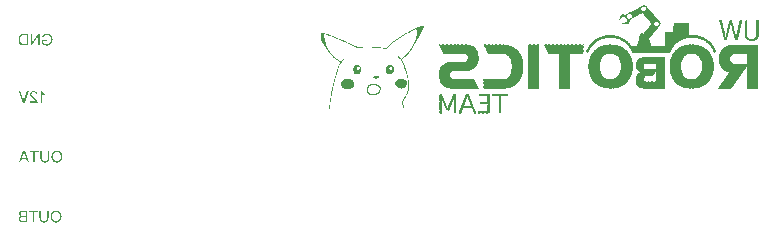
<source format=gbo>
G04*
G04 #@! TF.GenerationSoftware,Altium Limited,Altium Designer,20.0.14 (345)*
G04*
G04 Layer_Color=32896*
%FSAX25Y25*%
%MOIN*%
G70*
G01*
G75*
G36*
X0241705Y0097808D02*
X0241778D01*
Y0097734D01*
X0241999D01*
Y0097661D01*
X0242073D01*
Y0097587D01*
X0242146D01*
Y0097661D01*
X0242220D01*
Y0097587D01*
X0242294D01*
Y0097514D01*
X0242367D01*
Y0097440D01*
X0242441D01*
Y0097366D01*
X0242367D01*
Y0097293D01*
X0242515D01*
Y0097219D01*
Y0097145D01*
X0242588D01*
Y0097072D01*
X0242662D01*
Y0096998D01*
X0242736D01*
Y0096925D01*
X0242809D01*
Y0096851D01*
X0242883D01*
Y0096777D01*
X0242956D01*
Y0096704D01*
X0243030D01*
Y0096630D01*
X0243104D01*
Y0096557D01*
X0243177D01*
Y0096483D01*
Y0096409D01*
X0243324D01*
Y0096336D01*
Y0096262D01*
X0243398D01*
Y0096188D01*
Y0096115D01*
X0243472D01*
Y0096041D01*
X0243545D01*
Y0095968D01*
X0243619D01*
Y0095894D01*
X0243693D01*
Y0095820D01*
X0243766D01*
Y0095747D01*
X0243840D01*
Y0095673D01*
X0243914D01*
Y0095599D01*
X0243987D01*
Y0095526D01*
X0244061D01*
Y0095452D01*
Y0095379D01*
X0244134D01*
Y0095305D01*
Y0095231D01*
X0244282D01*
Y0095158D01*
Y0095084D01*
X0244355D01*
Y0095010D01*
X0244429D01*
Y0094937D01*
X0244502D01*
Y0094863D01*
X0244576D01*
Y0094789D01*
X0244650D01*
Y0094716D01*
X0244723D01*
Y0094642D01*
X0244797D01*
Y0094569D01*
Y0094495D01*
X0244944D01*
Y0094421D01*
Y0094348D01*
X0245092D01*
Y0094274D01*
X0245018D01*
Y0094201D01*
X0245092D01*
Y0094127D01*
X0245165D01*
Y0094053D01*
X0245239D01*
Y0093980D01*
X0245312D01*
Y0093906D01*
X0245386D01*
Y0093832D01*
X0245460D01*
Y0093759D01*
X0245533D01*
Y0093685D01*
X0245607D01*
Y0093612D01*
X0245680D01*
Y0093538D01*
X0245607D01*
Y0093464D01*
X0245754D01*
Y0093391D01*
Y0093317D01*
X0245828D01*
Y0093243D01*
X0245901D01*
Y0093170D01*
X0245975D01*
Y0093096D01*
X0246049D01*
Y0093023D01*
X0246122D01*
Y0092949D01*
X0246196D01*
Y0092875D01*
X0246269D01*
Y0092802D01*
X0246343D01*
Y0092728D01*
X0246417D01*
Y0092654D01*
X0246490D01*
Y0092581D01*
X0246564D01*
Y0092507D01*
X0246638D01*
Y0092434D01*
X0246711D01*
Y0092360D01*
X0246785D01*
Y0092286D01*
X0246858D01*
Y0092213D01*
X0246785D01*
Y0092139D01*
X0246858D01*
Y0092066D01*
Y0091992D01*
X0246932D01*
Y0091918D01*
Y0091845D01*
Y0091771D01*
Y0091697D01*
Y0091624D01*
Y0091550D01*
X0246858D01*
Y0091477D01*
Y0091403D01*
Y0091329D01*
X0246785D01*
Y0091256D01*
X0246711D01*
Y0091182D01*
X0246638D01*
Y0091108D01*
X0246711D01*
Y0091035D01*
X0246564D01*
Y0090961D01*
Y0090887D01*
X0246490D01*
Y0090814D01*
X0246417D01*
Y0090740D01*
X0246343D01*
Y0090667D01*
X0246269D01*
Y0090593D01*
X0246196D01*
Y0090519D01*
X0246122D01*
Y0090446D01*
X0246049D01*
Y0090372D01*
Y0090298D01*
X0245901D01*
Y0090225D01*
X0245975D01*
Y0090151D01*
X0245901D01*
Y0090078D01*
X0245828D01*
Y0090004D01*
X0245754D01*
Y0089930D01*
X0245680D01*
Y0089857D01*
X0245607D01*
Y0089783D01*
X0245533D01*
Y0089710D01*
X0245460D01*
Y0089636D01*
X0245386D01*
Y0089562D01*
X0245312D01*
Y0089489D01*
Y0089415D01*
X0245239D01*
Y0089341D01*
Y0089268D01*
X0245165D01*
Y0089194D01*
X0245092D01*
Y0089121D01*
X0245018D01*
Y0089047D01*
X0244944D01*
Y0088973D01*
X0244871D01*
Y0088900D01*
X0244797D01*
Y0088826D01*
X0244723D01*
Y0088752D01*
Y0088679D01*
X0244576D01*
Y0088605D01*
Y0088532D01*
X0244502D01*
Y0088458D01*
Y0088384D01*
X0244429D01*
Y0088311D01*
X0244355D01*
Y0088237D01*
X0244282D01*
Y0088163D01*
X0244208D01*
Y0088090D01*
X0244134D01*
Y0088016D01*
X0244061D01*
Y0087942D01*
X0243987D01*
Y0087869D01*
X0243914D01*
Y0087795D01*
Y0087722D01*
X0243840D01*
Y0087648D01*
X0243766D01*
Y0087574D01*
Y0087501D01*
X0243693D01*
Y0087427D01*
X0243619D01*
Y0087353D01*
X0243545D01*
Y0087280D01*
X0243472D01*
Y0087206D01*
X0243398D01*
Y0087133D01*
X0243324D01*
Y0087059D01*
X0243251D01*
Y0086985D01*
X0243324D01*
Y0086912D01*
X0243104D01*
Y0086838D01*
X0243177D01*
Y0086765D01*
X0243104D01*
Y0086691D01*
X0243177D01*
Y0086617D01*
X0243104D01*
Y0086544D01*
X0243177D01*
Y0086470D01*
Y0086396D01*
X0243251D01*
Y0086323D01*
Y0086249D01*
X0243324D01*
Y0086176D01*
X0243251D01*
Y0086102D01*
X0243324D01*
Y0086028D01*
Y0085955D01*
Y0085881D01*
X0243398D01*
Y0085807D01*
Y0085734D01*
Y0085660D01*
X0243472D01*
Y0085587D01*
X0243398D01*
Y0085513D01*
X0243472D01*
Y0085439D01*
X0243545D01*
Y0085366D01*
X0243472D01*
Y0085292D01*
X0243545D01*
Y0085218D01*
X0243619D01*
Y0085145D01*
X0243545D01*
Y0085071D01*
X0243619D01*
Y0084997D01*
X0243545D01*
Y0084924D01*
X0243619D01*
Y0084850D01*
X0243693D01*
Y0084777D01*
Y0084703D01*
Y0084629D01*
X0243766D01*
Y0084556D01*
X0243693D01*
Y0084482D01*
X0243766D01*
Y0084408D01*
Y0084335D01*
X0247153D01*
Y0084408D01*
X0247227D01*
Y0084335D01*
X0247447D01*
Y0084408D01*
X0247521D01*
Y0084335D01*
X0247595D01*
Y0084408D01*
X0247668D01*
Y0084335D01*
X0247742D01*
Y0084408D01*
X0247816D01*
Y0084335D01*
X0247889D01*
Y0084408D01*
X0247963D01*
Y0084335D01*
X0248036D01*
Y0084408D01*
X0248110D01*
Y0084335D01*
X0248184D01*
Y0084408D01*
X0248257D01*
Y0084335D01*
X0248331D01*
Y0084408D01*
X0248257D01*
Y0084482D01*
Y0084556D01*
Y0084629D01*
X0248331D01*
Y0084703D01*
X0248257D01*
Y0084777D01*
Y0084850D01*
Y0084924D01*
X0248331D01*
Y0084997D01*
X0248257D01*
Y0085071D01*
Y0085145D01*
Y0085218D01*
X0248331D01*
Y0085292D01*
X0248257D01*
Y0085366D01*
Y0085439D01*
Y0085513D01*
X0248331D01*
Y0085587D01*
X0248257D01*
Y0085660D01*
Y0085734D01*
Y0085807D01*
X0248331D01*
Y0085881D01*
X0248257D01*
Y0085955D01*
Y0086028D01*
Y0086102D01*
X0248331D01*
Y0086176D01*
X0248257D01*
Y0086249D01*
Y0086323D01*
Y0086396D01*
X0248331D01*
Y0086470D01*
X0248257D01*
Y0086544D01*
Y0086617D01*
Y0086691D01*
X0248331D01*
Y0086765D01*
X0248257D01*
Y0086838D01*
Y0086912D01*
Y0086985D01*
X0248331D01*
Y0087059D01*
X0248257D01*
Y0087133D01*
Y0087206D01*
Y0087280D01*
X0248331D01*
Y0087353D01*
X0248257D01*
Y0087427D01*
Y0087501D01*
Y0087574D01*
X0248331D01*
Y0087648D01*
X0248257D01*
Y0087722D01*
Y0087795D01*
Y0087869D01*
X0248331D01*
Y0087942D01*
X0248257D01*
Y0088016D01*
Y0088090D01*
Y0088163D01*
X0248331D01*
Y0088237D01*
X0248257D01*
Y0088311D01*
Y0088384D01*
Y0088458D01*
X0248331D01*
Y0088532D01*
X0248257D01*
Y0088605D01*
Y0088679D01*
Y0088752D01*
X0248331D01*
Y0088826D01*
X0248257D01*
Y0088900D01*
Y0088973D01*
Y0089047D01*
X0249803D01*
Y0088973D01*
X0249877D01*
Y0089047D01*
X0249951D01*
Y0088973D01*
X0250024D01*
Y0089047D01*
X0250098D01*
Y0088973D01*
X0250171D01*
Y0089047D01*
X0250245D01*
Y0088973D01*
X0250319D01*
Y0089047D01*
X0250392D01*
Y0088973D01*
X0250466D01*
Y0089047D01*
X0250540D01*
Y0088973D01*
X0250613D01*
Y0089047D01*
X0250687D01*
Y0088973D01*
X0250761D01*
Y0089047D01*
X0250834D01*
Y0088973D01*
X0250908D01*
Y0089047D01*
X0250981D01*
Y0088973D01*
X0251055D01*
Y0089047D01*
X0251129D01*
Y0089121D01*
Y0089194D01*
Y0089268D01*
Y0089341D01*
Y0089415D01*
Y0089489D01*
Y0089562D01*
Y0089636D01*
Y0089710D01*
Y0089783D01*
Y0089857D01*
Y0089930D01*
Y0090004D01*
Y0090078D01*
Y0090151D01*
Y0090225D01*
Y0090298D01*
Y0090372D01*
Y0090446D01*
Y0090519D01*
Y0090593D01*
X0251202D01*
Y0090667D01*
X0251129D01*
Y0090740D01*
Y0090814D01*
Y0090887D01*
X0251202D01*
Y0090961D01*
X0251129D01*
Y0091035D01*
X0251202D01*
Y0091108D01*
Y0091182D01*
Y0091256D01*
X0251129D01*
Y0091329D01*
X0251202D01*
Y0091403D01*
Y0091477D01*
Y0091550D01*
Y0091624D01*
Y0091697D01*
Y0091771D01*
Y0091845D01*
Y0091918D01*
Y0091992D01*
Y0092066D01*
Y0092139D01*
X0251276D01*
Y0092066D01*
X0251349D01*
Y0092139D01*
X0251423D01*
Y0092066D01*
X0251497D01*
Y0092139D01*
X0251570D01*
Y0092066D01*
X0251644D01*
Y0092139D01*
X0251718D01*
Y0092066D01*
X0251791D01*
Y0092139D01*
X0251865D01*
Y0092066D01*
X0251939D01*
Y0092139D01*
X0252012D01*
Y0092066D01*
X0252086D01*
Y0092139D01*
X0252159D01*
Y0092066D01*
X0252233D01*
Y0092139D01*
X0252307D01*
Y0092066D01*
X0252380D01*
Y0091992D01*
X0252454D01*
Y0092066D01*
X0252527D01*
Y0092139D01*
X0252601D01*
Y0092066D01*
X0252675D01*
Y0091992D01*
X0252748D01*
Y0092066D01*
X0252822D01*
Y0092139D01*
X0252896D01*
Y0092066D01*
X0252969D01*
Y0091992D01*
X0253043D01*
Y0092066D01*
X0253116D01*
Y0092139D01*
X0253190D01*
Y0092066D01*
X0253264D01*
Y0091992D01*
X0253337D01*
Y0092066D01*
X0253411D01*
Y0091992D01*
X0253485D01*
Y0092066D01*
X0253558D01*
Y0091992D01*
X0253632D01*
Y0092066D01*
X0253706D01*
Y0091992D01*
X0253779D01*
Y0092066D01*
X0253853D01*
Y0091992D01*
X0253926D01*
Y0092066D01*
X0254000D01*
Y0091992D01*
X0254074D01*
Y0092066D01*
X0254147D01*
Y0091992D01*
X0254221D01*
Y0092066D01*
X0254294D01*
Y0091992D01*
X0254368D01*
Y0092066D01*
X0254442D01*
Y0091992D01*
X0254515D01*
Y0092066D01*
X0254589D01*
Y0091992D01*
X0254663D01*
Y0092066D01*
X0254736D01*
Y0091992D01*
X0254810D01*
Y0092066D01*
X0254884D01*
Y0091992D01*
X0254957D01*
Y0092066D01*
X0255031D01*
Y0091992D01*
X0255104D01*
Y0092066D01*
X0255178D01*
Y0091992D01*
X0255252D01*
Y0092066D01*
X0255325D01*
Y0091992D01*
X0255399D01*
Y0092066D01*
X0255472D01*
Y0091992D01*
X0255546D01*
Y0092066D01*
X0255620D01*
Y0091992D01*
X0255693D01*
Y0092066D01*
X0255767D01*
Y0091992D01*
X0255841D01*
Y0092066D01*
X0255914D01*
Y0091992D01*
X0255988D01*
Y0092066D01*
X0256062D01*
Y0091992D01*
X0256135D01*
Y0092066D01*
X0256209D01*
Y0091992D01*
Y0091918D01*
Y0091845D01*
Y0091771D01*
Y0091697D01*
X0256282D01*
Y0091624D01*
X0256209D01*
Y0091550D01*
X0256282D01*
Y0091477D01*
X0256209D01*
Y0091403D01*
X0256282D01*
Y0091329D01*
X0256209D01*
Y0091256D01*
X0256282D01*
Y0091182D01*
X0256209D01*
Y0091108D01*
X0256282D01*
Y0091035D01*
X0256209D01*
Y0090961D01*
X0256282D01*
Y0090887D01*
X0256209D01*
Y0090814D01*
X0256282D01*
Y0090740D01*
X0256209D01*
Y0090667D01*
X0256282D01*
Y0090593D01*
X0256209D01*
Y0090519D01*
X0256282D01*
Y0090446D01*
X0256209D01*
Y0090372D01*
X0256282D01*
Y0090298D01*
X0256209D01*
Y0090225D01*
X0256282D01*
Y0090151D01*
X0256209D01*
Y0090078D01*
X0256282D01*
Y0090004D01*
X0256209D01*
Y0089930D01*
X0256282D01*
Y0089857D01*
Y0089783D01*
Y0089710D01*
Y0089636D01*
Y0089562D01*
Y0089489D01*
Y0089415D01*
X0256209D01*
Y0089341D01*
X0256282D01*
Y0089268D01*
Y0089194D01*
Y0089121D01*
Y0089047D01*
Y0088973D01*
Y0088900D01*
Y0088826D01*
Y0088752D01*
Y0088679D01*
Y0088605D01*
Y0088532D01*
X0256356D01*
Y0088458D01*
X0256282D01*
Y0088384D01*
X0256356D01*
Y0088311D01*
Y0088237D01*
Y0088163D01*
X0256282D01*
Y0088090D01*
X0256356D01*
Y0088016D01*
Y0087942D01*
Y0087869D01*
X0256577D01*
Y0087942D01*
X0256650D01*
Y0087869D01*
X0256724D01*
Y0087942D01*
X0256798D01*
Y0087869D01*
X0256871D01*
Y0087942D01*
X0257092D01*
Y0087869D01*
X0257166D01*
Y0087942D01*
X0257387D01*
Y0087869D01*
X0257460D01*
Y0087942D01*
X0257681D01*
Y0087869D01*
X0257755D01*
Y0087942D01*
X0257976D01*
Y0087869D01*
X0258049D01*
Y0087942D01*
X0258123D01*
Y0087869D01*
X0258197D01*
Y0087942D01*
X0258270D01*
Y0087869D01*
X0258344D01*
Y0087942D01*
X0258418D01*
Y0087869D01*
X0258933D01*
Y0087795D01*
X0259154D01*
Y0087869D01*
X0259227D01*
Y0087795D01*
X0259301D01*
Y0087722D01*
X0259375D01*
Y0087795D01*
X0259448D01*
Y0087722D01*
X0259669D01*
Y0087648D01*
X0259743D01*
Y0087722D01*
X0259816D01*
Y0087648D01*
X0259890D01*
Y0087574D01*
X0259964D01*
Y0087648D01*
X0260037D01*
Y0087574D01*
X0260258D01*
Y0087501D01*
X0260332D01*
Y0087574D01*
X0260405D01*
Y0087501D01*
X0260479D01*
Y0087427D01*
X0260700D01*
Y0087353D01*
X0260773D01*
Y0087280D01*
X0260847D01*
Y0087353D01*
X0260921D01*
Y0087280D01*
X0260994D01*
Y0087206D01*
X0261068D01*
Y0087280D01*
X0261141D01*
Y0087206D01*
X0261215D01*
Y0087133D01*
X0261436D01*
Y0087059D01*
X0261510D01*
Y0086985D01*
X0261731D01*
Y0086912D01*
X0261804D01*
Y0086838D01*
X0262025D01*
Y0086765D01*
X0262099D01*
Y0086691D01*
X0262172D01*
Y0086617D01*
X0262246D01*
Y0086544D01*
X0262467D01*
Y0086470D01*
X0262540D01*
Y0086396D01*
X0262614D01*
Y0086323D01*
X0262688D01*
Y0086249D01*
X0262761D01*
Y0086176D01*
X0262835D01*
Y0086102D01*
X0263056D01*
Y0086028D01*
Y0085955D01*
X0263203D01*
Y0085881D01*
X0263277D01*
Y0085807D01*
X0263350D01*
Y0085734D01*
X0263424D01*
Y0085660D01*
X0263497D01*
Y0085587D01*
X0263571D01*
Y0085513D01*
X0263645D01*
Y0085439D01*
X0263718D01*
Y0085366D01*
X0263792D01*
Y0085292D01*
X0263866D01*
Y0085218D01*
X0263939D01*
Y0085145D01*
Y0085071D01*
X0264087D01*
Y0084997D01*
X0264013D01*
Y0084924D01*
X0264160D01*
Y0084850D01*
Y0084777D01*
X0264234D01*
Y0084703D01*
X0264307D01*
Y0084629D01*
X0264381D01*
Y0084556D01*
X0264455D01*
Y0084482D01*
Y0084408D01*
Y0084335D01*
X0264528D01*
Y0084261D01*
X0264602D01*
Y0084188D01*
X0264675D01*
Y0084114D01*
Y0084040D01*
X0264823D01*
Y0083967D01*
X0264749D01*
Y0083893D01*
X0264823D01*
Y0083820D01*
X0264896D01*
Y0083746D01*
X0264970D01*
Y0083672D01*
X0264896D01*
Y0083599D01*
X0264970D01*
Y0083525D01*
X0265044D01*
Y0083451D01*
X0265117D01*
Y0083378D01*
Y0083304D01*
Y0083231D01*
X0265191D01*
Y0083157D01*
X0265265D01*
Y0083083D01*
X0265191D01*
Y0083010D01*
X0265265D01*
Y0082936D01*
X0265338D01*
Y0082862D01*
X0265412D01*
Y0082789D01*
X0265338D01*
Y0082715D01*
X0265412D01*
Y0082642D01*
X0265338D01*
Y0082568D01*
X0265412D01*
Y0082494D01*
X0265485D01*
Y0082421D01*
X0265559D01*
Y0082347D01*
X0265485D01*
Y0082273D01*
X0265412D01*
Y0082200D01*
X0265044D01*
Y0082126D01*
X0264970D01*
Y0082053D01*
X0264896D01*
Y0082126D01*
X0264823D01*
Y0082053D01*
X0264602D01*
Y0082126D01*
X0264675D01*
Y0082200D01*
X0264602D01*
Y0082273D01*
Y0082347D01*
Y0082421D01*
X0264528D01*
Y0082494D01*
X0264455D01*
Y0082568D01*
X0264528D01*
Y0082642D01*
X0264455D01*
Y0082715D01*
X0264381D01*
Y0082789D01*
Y0082862D01*
Y0082936D01*
X0264307D01*
Y0083010D01*
X0264234D01*
Y0083083D01*
X0264160D01*
Y0083157D01*
X0264234D01*
Y0083231D01*
X0264160D01*
Y0083304D01*
X0264087D01*
Y0083378D01*
X0264013D01*
Y0083451D01*
X0264087D01*
Y0083525D01*
X0264013D01*
Y0083599D01*
X0263939D01*
Y0083672D01*
X0263866D01*
Y0083746D01*
Y0083820D01*
X0263718D01*
Y0083893D01*
X0263792D01*
Y0083967D01*
X0263718D01*
Y0084040D01*
X0263645D01*
Y0084114D01*
X0263571D01*
Y0084188D01*
X0263497D01*
Y0084261D01*
X0263424D01*
Y0084335D01*
Y0084408D01*
X0263350D01*
Y0084482D01*
Y0084556D01*
X0263203D01*
Y0084629D01*
Y0084703D01*
X0263129D01*
Y0084777D01*
X0263056D01*
Y0084850D01*
X0262982D01*
Y0084924D01*
X0262909D01*
Y0084997D01*
X0262835D01*
Y0085071D01*
X0262761D01*
Y0085145D01*
X0262688D01*
Y0085218D01*
X0262614D01*
Y0085292D01*
X0262540D01*
Y0085366D01*
X0262467D01*
Y0085439D01*
X0262246D01*
Y0085513D01*
X0262172D01*
Y0085587D01*
X0262099D01*
Y0085660D01*
X0262025D01*
Y0085734D01*
X0261951D01*
Y0085807D01*
X0261878D01*
Y0085881D01*
X0261657D01*
Y0085955D01*
X0261583D01*
Y0086028D01*
X0261436D01*
Y0086102D01*
X0261289D01*
Y0086176D01*
X0261215D01*
Y0086249D01*
X0261141D01*
Y0086323D01*
X0261068D01*
Y0086249D01*
X0261141D01*
Y0086176D01*
X0261068D01*
Y0086249D01*
X0260994D01*
Y0086323D01*
X0260921D01*
Y0086396D01*
X0260847D01*
Y0086323D01*
X0260773D01*
Y0086396D01*
X0260700D01*
Y0086470D01*
X0260479D01*
Y0086544D01*
X0260405D01*
Y0086617D01*
X0260332D01*
Y0086544D01*
X0260258D01*
Y0086617D01*
X0260184D01*
Y0086691D01*
X0260111D01*
Y0086617D01*
X0260037D01*
Y0086691D01*
X0259964D01*
Y0086765D01*
X0259890D01*
Y0086691D01*
X0259816D01*
Y0086765D01*
X0259595D01*
Y0086838D01*
X0259375D01*
Y0086912D01*
X0258859D01*
Y0086985D01*
X0258786D01*
Y0086912D01*
X0258712D01*
Y0086985D01*
X0258638D01*
Y0087059D01*
X0258565D01*
Y0086985D01*
X0258638D01*
Y0086912D01*
X0258565D01*
Y0086985D01*
X0258491D01*
Y0087059D01*
X0258418D01*
Y0086985D01*
X0258344D01*
Y0087059D01*
X0258270D01*
Y0086985D01*
X0258197D01*
Y0087059D01*
X0258123D01*
Y0086985D01*
X0258049D01*
Y0087059D01*
X0256650D01*
Y0086985D01*
X0256577D01*
Y0087059D01*
X0256503D01*
Y0086985D01*
X0256430D01*
Y0087059D01*
X0256356D01*
Y0086985D01*
X0256282D01*
Y0087059D01*
X0256209D01*
Y0086985D01*
X0256282D01*
Y0086912D01*
X0256209D01*
Y0086985D01*
X0256135D01*
Y0086912D01*
X0256062D01*
Y0086985D01*
X0255988D01*
Y0086912D01*
X0255620D01*
Y0086838D01*
X0255546D01*
Y0086912D01*
X0255472D01*
Y0086838D01*
X0255252D01*
Y0086765D01*
X0255031D01*
Y0086691D01*
X0254957D01*
Y0086765D01*
X0254884D01*
Y0086691D01*
X0254810D01*
Y0086617D01*
X0254442D01*
Y0086544D01*
X0254368D01*
Y0086470D01*
X0254147D01*
Y0086396D01*
X0253926D01*
Y0086323D01*
X0253853D01*
Y0086249D01*
X0253779D01*
Y0086323D01*
X0253706D01*
Y0086249D01*
X0253779D01*
Y0086176D01*
X0253706D01*
Y0086249D01*
X0253632D01*
Y0086176D01*
X0253558D01*
Y0086102D01*
X0253337D01*
Y0086028D01*
X0253264D01*
Y0085955D01*
X0253190D01*
Y0085881D01*
X0252969D01*
Y0085807D01*
X0252896D01*
Y0085734D01*
X0252822D01*
Y0085660D01*
X0252748D01*
Y0085587D01*
X0252601D01*
Y0085513D01*
X0252527D01*
Y0085439D01*
X0252380D01*
Y0085366D01*
X0252307D01*
Y0085292D01*
X0252233D01*
Y0085218D01*
X0252159D01*
Y0085145D01*
X0252086D01*
Y0085071D01*
X0252012D01*
Y0084997D01*
X0251939D01*
Y0084924D01*
X0251865D01*
Y0084850D01*
X0251791D01*
Y0084777D01*
X0251718D01*
Y0084703D01*
X0251644D01*
Y0084629D01*
X0251570D01*
Y0084556D01*
X0251497D01*
Y0084482D01*
X0251423D01*
Y0084408D01*
X0251349D01*
Y0084335D01*
Y0084261D01*
X0251276D01*
Y0084188D01*
Y0084114D01*
X0251202D01*
Y0084040D01*
X0251129D01*
Y0083967D01*
X0251055D01*
Y0083893D01*
X0250981D01*
Y0083820D01*
X0250908D01*
Y0083746D01*
X0250981D01*
Y0083672D01*
X0250908D01*
Y0083599D01*
X0250834D01*
Y0083525D01*
X0250761D01*
Y0083451D01*
X0250687D01*
Y0083378D01*
Y0083304D01*
Y0083231D01*
X0250613D01*
Y0083157D01*
X0250540D01*
Y0083083D01*
X0250466D01*
Y0083010D01*
X0250540D01*
Y0082936D01*
X0250466D01*
Y0082862D01*
X0250392D01*
Y0082789D01*
X0250319D01*
Y0082715D01*
X0250392D01*
Y0082642D01*
X0250319D01*
Y0082568D01*
X0250245D01*
Y0082494D01*
X0250171D01*
Y0082421D01*
X0250245D01*
Y0082347D01*
X0250171D01*
Y0082273D01*
Y0082200D01*
Y0082126D01*
X0250098D01*
Y0082053D01*
X0246049D01*
Y0081979D01*
X0245975D01*
Y0082053D01*
X0245460D01*
Y0081979D01*
X0245386D01*
Y0082053D01*
X0244871D01*
Y0081979D01*
X0244797D01*
Y0082053D01*
X0244576D01*
Y0081979D01*
X0244502D01*
Y0082053D01*
X0244429D01*
Y0081979D01*
X0244355D01*
Y0082053D01*
X0244282D01*
Y0081979D01*
X0244208D01*
Y0082053D01*
X0243987D01*
Y0081979D01*
X0243914D01*
Y0082053D01*
X0243840D01*
Y0081979D01*
X0243766D01*
Y0082053D01*
X0243693D01*
Y0081979D01*
X0243619D01*
Y0082053D01*
X0243398D01*
Y0081979D01*
X0243324D01*
Y0082053D01*
X0243251D01*
Y0081979D01*
X0243177D01*
Y0082053D01*
X0243104D01*
Y0081979D01*
X0243030D01*
Y0082053D01*
X0242956D01*
Y0081979D01*
X0242883D01*
Y0082053D01*
X0242809D01*
Y0081979D01*
X0242736D01*
Y0082053D01*
X0242662D01*
Y0081979D01*
X0242588D01*
Y0082053D01*
X0242515D01*
Y0081979D01*
X0242441D01*
Y0082053D01*
X0242367D01*
Y0081979D01*
X0242294D01*
Y0082053D01*
X0242220D01*
Y0081979D01*
X0242146D01*
Y0082053D01*
X0242073D01*
Y0081979D01*
X0241999D01*
Y0082053D01*
X0241926D01*
Y0081979D01*
X0241852D01*
Y0082053D01*
X0241778D01*
Y0081979D01*
X0241705D01*
Y0082053D01*
X0241631D01*
Y0081979D01*
X0241558D01*
Y0082053D01*
X0241484D01*
Y0081979D01*
X0241410D01*
Y0082053D01*
X0241337D01*
Y0081979D01*
X0241263D01*
Y0082053D01*
X0241189D01*
Y0081979D01*
X0241116D01*
Y0082053D01*
X0241042D01*
Y0081979D01*
X0240968D01*
Y0082053D01*
X0240895D01*
Y0081979D01*
X0240821D01*
Y0082053D01*
X0240748D01*
Y0081979D01*
X0240674D01*
Y0082053D01*
X0240600D01*
Y0081979D01*
X0240527D01*
Y0082053D01*
X0240453D01*
Y0081979D01*
X0240380D01*
Y0082053D01*
X0240306D01*
Y0081979D01*
X0240232D01*
Y0082053D01*
X0240159D01*
Y0081979D01*
X0240085D01*
Y0082053D01*
X0240011D01*
Y0081979D01*
X0239938D01*
Y0082053D01*
X0239864D01*
Y0081979D01*
X0239791D01*
Y0082053D01*
X0239717D01*
Y0081979D01*
X0239643D01*
Y0082053D01*
X0239570D01*
Y0081979D01*
X0239496D01*
Y0082053D01*
X0239422D01*
Y0081979D01*
X0239349D01*
Y0082053D01*
X0239275D01*
Y0081979D01*
X0239201D01*
Y0082053D01*
X0239128D01*
Y0081979D01*
X0239054D01*
Y0082053D01*
X0238981D01*
Y0081979D01*
X0238907D01*
Y0082053D01*
X0238833D01*
Y0081979D01*
X0238760D01*
Y0082053D01*
X0238686D01*
Y0081979D01*
X0238613D01*
Y0082053D01*
X0238539D01*
Y0081979D01*
X0238465D01*
Y0082053D01*
X0238392D01*
Y0081979D01*
X0238318D01*
Y0082053D01*
X0238244D01*
Y0081979D01*
X0238171D01*
Y0082053D01*
X0238097D01*
Y0081979D01*
X0238023D01*
Y0082053D01*
X0237950D01*
Y0081979D01*
X0237876D01*
Y0082053D01*
X0237803D01*
Y0081979D01*
X0237729D01*
Y0082053D01*
X0237655D01*
Y0081979D01*
X0237582D01*
Y0082053D01*
X0237508D01*
Y0081979D01*
X0237435D01*
Y0082053D01*
X0237361D01*
Y0082126D01*
Y0082200D01*
Y0082273D01*
X0237287D01*
Y0082347D01*
Y0082421D01*
Y0082494D01*
X0237214D01*
Y0082568D01*
Y0082642D01*
X0237140D01*
Y0082715D01*
Y0082789D01*
X0237066D01*
Y0082862D01*
X0237140D01*
Y0082936D01*
X0237066D01*
Y0083010D01*
X0236993D01*
Y0083083D01*
X0236919D01*
Y0083157D01*
Y0083231D01*
X0236845D01*
Y0083304D01*
Y0083378D01*
X0236772D01*
Y0083451D01*
Y0083525D01*
X0236698D01*
Y0083599D01*
Y0083672D01*
X0236625D01*
Y0083746D01*
X0236551D01*
Y0083820D01*
X0236477D01*
Y0083893D01*
X0236404D01*
Y0083967D01*
Y0084040D01*
Y0084114D01*
X0236330D01*
Y0084188D01*
X0236257D01*
Y0084261D01*
X0236183D01*
Y0084335D01*
X0236109D01*
Y0084408D01*
X0236036D01*
Y0084482D01*
X0235962D01*
Y0084556D01*
X0235888D01*
Y0084629D01*
X0235962D01*
Y0084703D01*
X0235741D01*
Y0084777D01*
X0235815D01*
Y0084850D01*
X0235594D01*
Y0084924D01*
X0235667D01*
Y0084997D01*
X0235447D01*
Y0085071D01*
X0235520D01*
Y0085145D01*
X0235299D01*
Y0085218D01*
X0235373D01*
Y0085292D01*
X0235152D01*
Y0085366D01*
X0235079D01*
Y0085439D01*
X0235005D01*
Y0085513D01*
X0234931D01*
Y0085587D01*
X0234784D01*
Y0085660D01*
Y0085734D01*
X0234563D01*
Y0085807D01*
X0234490D01*
Y0085881D01*
X0234416D01*
Y0085955D01*
X0234342D01*
Y0086028D01*
X0234121D01*
Y0086102D01*
X0234048D01*
Y0086176D01*
X0233827D01*
Y0086249D01*
X0233753D01*
Y0086323D01*
X0233532D01*
Y0086396D01*
X0233459D01*
Y0086470D01*
X0233238D01*
Y0086544D01*
X0233164D01*
Y0086470D01*
X0233091D01*
Y0086544D01*
X0233017D01*
Y0086617D01*
X0232796D01*
Y0086691D01*
X0232723D01*
Y0086617D01*
X0232649D01*
Y0086691D01*
X0232575D01*
Y0086765D01*
X0232354D01*
Y0086838D01*
X0232281D01*
Y0086765D01*
X0232207D01*
Y0086838D01*
X0231986D01*
Y0086912D01*
X0231324D01*
Y0086985D01*
X0231250D01*
Y0086912D01*
X0231176D01*
Y0086985D01*
X0230956D01*
Y0087059D01*
X0230882D01*
Y0086985D01*
X0230808D01*
Y0087059D01*
X0230735D01*
Y0086985D01*
X0230661D01*
Y0087059D01*
X0230588D01*
Y0086985D01*
X0230514D01*
Y0087059D01*
X0230440D01*
Y0086985D01*
X0230367D01*
Y0087059D01*
X0230146D01*
Y0086985D01*
X0230072D01*
Y0087059D01*
X0229998D01*
Y0086985D01*
X0229925D01*
Y0087059D01*
X0229851D01*
Y0086985D01*
X0229778D01*
Y0087059D01*
X0229704D01*
Y0086985D01*
X0229630D01*
Y0087059D01*
X0229557D01*
Y0086985D01*
X0229483D01*
Y0087059D01*
X0229410D01*
Y0086985D01*
X0229336D01*
Y0087059D01*
X0229262D01*
Y0086985D01*
X0229189D01*
Y0086912D01*
X0229115D01*
Y0086985D01*
X0229041D01*
Y0086912D01*
X0228968D01*
Y0086985D01*
X0228894D01*
Y0086912D01*
X0228526D01*
Y0086838D01*
X0228452D01*
Y0086912D01*
X0228379D01*
Y0086838D01*
X0228158D01*
Y0086765D01*
X0228084D01*
Y0086838D01*
X0228011D01*
Y0086765D01*
X0227790D01*
Y0086691D01*
X0227716D01*
Y0086765D01*
X0227642D01*
Y0086691D01*
X0227716D01*
Y0086617D01*
X0227642D01*
Y0086691D01*
X0227569D01*
Y0086617D01*
X0227348D01*
Y0086544D01*
X0227274D01*
Y0086617D01*
X0227201D01*
Y0086544D01*
X0227127D01*
Y0086470D01*
X0226906D01*
Y0086396D01*
X0226833D01*
Y0086323D01*
X0226612D01*
Y0086249D01*
X0226391D01*
Y0086176D01*
X0226317D01*
Y0086102D01*
X0226244D01*
Y0086028D01*
X0226023D01*
Y0085955D01*
X0225949D01*
Y0085881D01*
X0225728D01*
Y0085807D01*
X0225655D01*
Y0085734D01*
X0225581D01*
Y0085660D01*
X0225507D01*
Y0085587D01*
X0225434D01*
Y0085513D01*
X0225360D01*
Y0085587D01*
X0225287D01*
Y0085513D01*
X0225360D01*
Y0085439D01*
X0225139D01*
Y0085366D01*
X0225066D01*
Y0085292D01*
X0224992D01*
Y0085218D01*
X0224918D01*
Y0085145D01*
X0224845D01*
Y0085071D01*
X0224771D01*
Y0084997D01*
X0224697D01*
Y0084924D01*
X0224624D01*
Y0084850D01*
X0224550D01*
Y0084777D01*
X0224477D01*
Y0084703D01*
X0224403D01*
Y0084629D01*
X0224329D01*
Y0084556D01*
X0224256D01*
Y0084482D01*
X0224182D01*
Y0084408D01*
X0224109D01*
Y0084335D01*
Y0084261D01*
X0223961D01*
Y0084188D01*
X0224035D01*
Y0084114D01*
X0223961D01*
Y0084040D01*
X0223888D01*
Y0083967D01*
X0223814D01*
Y0083893D01*
X0223740D01*
Y0083820D01*
X0223667D01*
Y0083746D01*
Y0083672D01*
X0223593D01*
Y0083599D01*
Y0083525D01*
X0223519D01*
Y0083451D01*
X0223446D01*
Y0083378D01*
X0223372D01*
Y0083304D01*
X0223446D01*
Y0083231D01*
X0223372D01*
Y0083157D01*
X0223299D01*
Y0083083D01*
X0223225D01*
Y0083010D01*
Y0082936D01*
X0223151D01*
Y0082862D01*
Y0082789D01*
X0223078D01*
Y0082715D01*
X0223151D01*
Y0082642D01*
X0223078D01*
Y0082568D01*
X0223004D01*
Y0082494D01*
X0222931D01*
Y0082421D01*
X0223004D01*
Y0082347D01*
X0222931D01*
Y0082273D01*
X0222857D01*
Y0082200D01*
Y0082126D01*
Y0082053D01*
X0222636D01*
Y0082126D01*
X0222562D01*
Y0082053D01*
X0222489D01*
Y0082126D01*
X0222268D01*
Y0082200D01*
X0222047D01*
Y0082273D01*
X0221973D01*
Y0082347D01*
X0222047D01*
Y0082421D01*
Y0082494D01*
Y0082568D01*
X0222121D01*
Y0082642D01*
Y0082715D01*
Y0082789D01*
X0222194D01*
Y0082862D01*
X0222268D01*
Y0082936D01*
X0222194D01*
Y0083010D01*
X0222268D01*
Y0083083D01*
X0222342D01*
Y0083157D01*
X0222415D01*
Y0083231D01*
X0222342D01*
Y0083304D01*
X0222415D01*
Y0083378D01*
X0222489D01*
Y0083451D01*
X0222562D01*
Y0083525D01*
X0222489D01*
Y0083599D01*
X0222562D01*
Y0083672D01*
X0222636D01*
Y0083746D01*
X0222710D01*
Y0083820D01*
Y0083893D01*
Y0083967D01*
X0222783D01*
Y0084040D01*
X0222857D01*
Y0084114D01*
X0222931D01*
Y0084188D01*
Y0084261D01*
Y0084335D01*
X0223004D01*
Y0084408D01*
X0223078D01*
Y0084482D01*
X0223151D01*
Y0084556D01*
X0223225D01*
Y0084629D01*
X0223299D01*
Y0084703D01*
Y0084777D01*
X0223372D01*
Y0084850D01*
Y0084924D01*
X0223519D01*
Y0084997D01*
Y0085071D01*
X0223593D01*
Y0085145D01*
X0223667D01*
Y0085218D01*
X0223740D01*
Y0085292D01*
X0223814D01*
Y0085366D01*
X0223888D01*
Y0085439D01*
X0223961D01*
Y0085513D01*
X0224035D01*
Y0085587D01*
X0224109D01*
Y0085660D01*
X0224182D01*
Y0085734D01*
X0224256D01*
Y0085807D01*
X0224329D01*
Y0085881D01*
X0224403D01*
Y0085955D01*
X0224477D01*
Y0086028D01*
X0224550D01*
Y0086102D01*
X0224771D01*
Y0086176D01*
Y0086249D01*
X0224918D01*
Y0086323D01*
X0224992D01*
Y0086396D01*
X0225066D01*
Y0086470D01*
X0225139D01*
Y0086544D01*
X0225360D01*
Y0086617D01*
X0225434D01*
Y0086691D01*
X0225507D01*
Y0086765D01*
X0225581D01*
Y0086691D01*
X0225655D01*
Y0086765D01*
Y0086838D01*
X0225802D01*
Y0086912D01*
X0225875D01*
Y0086985D01*
X0226096D01*
Y0087059D01*
X0226170D01*
Y0087133D01*
X0226391D01*
Y0087206D01*
X0226465D01*
Y0087280D01*
X0226538D01*
Y0087206D01*
X0226612D01*
Y0087280D01*
X0226833D01*
Y0087353D01*
X0226906D01*
Y0087427D01*
X0227127D01*
Y0087501D01*
X0227201D01*
Y0087427D01*
X0227274D01*
Y0087501D01*
X0227348D01*
Y0087574D01*
X0227422D01*
Y0087501D01*
X0227495D01*
Y0087574D01*
X0227716D01*
Y0087648D01*
X0227790D01*
Y0087574D01*
X0227863D01*
Y0087648D01*
X0227937D01*
Y0087722D01*
X0228305D01*
Y0087795D01*
X0228379D01*
Y0087722D01*
X0228452D01*
Y0087795D01*
X0228526D01*
Y0087869D01*
X0228600D01*
Y0087795D01*
X0228673D01*
Y0087869D01*
X0228747D01*
Y0087795D01*
X0228820D01*
Y0087869D01*
X0229483D01*
Y0087942D01*
X0229557D01*
Y0087869D01*
X0229778D01*
Y0087942D01*
X0229851D01*
Y0087869D01*
X0229925D01*
Y0087942D01*
X0229998D01*
Y0087869D01*
X0230072D01*
Y0087942D01*
X0230146D01*
Y0087869D01*
X0230219D01*
Y0087942D01*
X0230293D01*
Y0087869D01*
X0230367D01*
Y0087942D01*
X0230440D01*
Y0087869D01*
X0230661D01*
Y0087942D01*
X0230735D01*
Y0087869D01*
X0231545D01*
Y0087795D01*
X0231618D01*
Y0087869D01*
X0231692D01*
Y0087795D01*
X0231766D01*
Y0087869D01*
X0231839D01*
Y0087795D01*
X0231913D01*
Y0087722D01*
X0231986D01*
Y0087795D01*
X0232060D01*
Y0087722D01*
X0232281D01*
Y0087648D01*
X0232354D01*
Y0087722D01*
X0232428D01*
Y0087648D01*
X0232502D01*
Y0087574D01*
X0232575D01*
Y0087648D01*
X0232649D01*
Y0087574D01*
X0232870D01*
Y0087501D01*
X0232943D01*
Y0087574D01*
X0233017D01*
Y0087501D01*
X0233091D01*
Y0087427D01*
X0233164D01*
Y0087501D01*
X0233238D01*
Y0087427D01*
X0233312D01*
Y0087353D01*
X0233385D01*
Y0087427D01*
X0233459D01*
Y0087353D01*
X0233532D01*
Y0087280D01*
X0233753D01*
Y0087206D01*
X0233827D01*
Y0087133D01*
X0234048D01*
Y0087059D01*
X0234121D01*
Y0086985D01*
X0234342D01*
Y0086912D01*
X0234416D01*
Y0086838D01*
X0234637D01*
Y0086765D01*
X0234710D01*
Y0086691D01*
X0234931D01*
Y0086617D01*
X0235005D01*
Y0086544D01*
X0235079D01*
Y0086470D01*
X0235152D01*
Y0086396D01*
X0235373D01*
Y0086323D01*
X0235447D01*
Y0086249D01*
X0235520D01*
Y0086176D01*
X0235594D01*
Y0086102D01*
X0235667D01*
Y0086028D01*
X0235741D01*
Y0085955D01*
X0235815D01*
Y0085881D01*
X0235888D01*
Y0085807D01*
X0236036D01*
Y0085734D01*
Y0085660D01*
X0236183D01*
Y0085587D01*
Y0085513D01*
X0236330D01*
Y0085439D01*
Y0085366D01*
X0236404D01*
Y0085292D01*
X0236477D01*
Y0085218D01*
X0236551D01*
Y0085145D01*
X0236625D01*
Y0085071D01*
X0236698D01*
Y0084997D01*
X0236772D01*
Y0084924D01*
X0236845D01*
Y0084850D01*
X0236919D01*
Y0084777D01*
X0236993D01*
Y0084703D01*
Y0084629D01*
X0237140D01*
Y0084556D01*
X0237066D01*
Y0084482D01*
X0237140D01*
Y0084408D01*
X0237214D01*
Y0084335D01*
X0237287D01*
Y0084261D01*
X0237361D01*
Y0084335D01*
X0237435D01*
Y0084261D01*
X0237655D01*
Y0084335D01*
X0237729D01*
Y0084261D01*
X0237803D01*
Y0084335D01*
X0237876D01*
Y0084261D01*
X0237950D01*
Y0084335D01*
X0238023D01*
Y0084261D01*
X0238097D01*
Y0084335D01*
X0238171D01*
Y0084261D01*
X0238244D01*
Y0084335D01*
X0238318D01*
Y0084261D01*
X0238392D01*
Y0084335D01*
X0238465D01*
Y0084261D01*
X0238539D01*
Y0084335D01*
X0238613D01*
Y0084261D01*
X0238686D01*
Y0084335D01*
X0238760D01*
Y0084261D01*
X0238833D01*
Y0084335D01*
X0238907D01*
Y0084261D01*
X0238981D01*
Y0084335D01*
X0239054D01*
Y0084408D01*
X0239128D01*
Y0084482D01*
X0239054D01*
Y0084556D01*
X0239128D01*
Y0084629D01*
X0239201D01*
Y0084703D01*
X0239128D01*
Y0084777D01*
X0239201D01*
Y0084850D01*
X0239128D01*
Y0084924D01*
X0239201D01*
Y0084997D01*
X0239275D01*
Y0085071D01*
Y0085145D01*
Y0085218D01*
X0239349D01*
Y0085292D01*
X0239275D01*
Y0085366D01*
X0239349D01*
Y0085439D01*
Y0085513D01*
Y0085587D01*
X0239422D01*
Y0085660D01*
Y0085734D01*
Y0085807D01*
X0239496D01*
Y0085881D01*
X0239422D01*
Y0085955D01*
X0239496D01*
Y0086028D01*
X0239422D01*
Y0086102D01*
X0239496D01*
Y0086176D01*
X0239570D01*
Y0086249D01*
Y0086323D01*
Y0086396D01*
X0239643D01*
Y0086470D01*
X0239570D01*
Y0086544D01*
X0239643D01*
Y0086617D01*
Y0086691D01*
Y0086765D01*
X0239717D01*
Y0086838D01*
Y0086912D01*
Y0086985D01*
X0239791D01*
Y0087059D01*
X0239717D01*
Y0087133D01*
X0239791D01*
Y0087206D01*
Y0087280D01*
Y0087353D01*
X0239864D01*
Y0087427D01*
X0239938D01*
Y0087501D01*
X0239864D01*
Y0087574D01*
X0239938D01*
Y0087648D01*
X0239864D01*
Y0087722D01*
X0239938D01*
Y0087795D01*
Y0087869D01*
X0240011D01*
Y0087942D01*
Y0088016D01*
Y0088090D01*
Y0088163D01*
X0240085D01*
Y0088237D01*
Y0088311D01*
Y0088384D01*
X0240159D01*
Y0088458D01*
X0240232D01*
Y0088532D01*
X0240306D01*
Y0088458D01*
X0240380D01*
Y0088532D01*
X0240453D01*
Y0088458D01*
X0240527D01*
Y0088532D01*
X0240600D01*
Y0088458D01*
X0240674D01*
Y0088532D01*
X0240748D01*
Y0088458D01*
X0240821D01*
Y0088532D01*
X0240895D01*
Y0088458D01*
X0240968D01*
Y0088532D01*
X0241042D01*
Y0088458D01*
X0241116D01*
Y0088532D01*
X0241189D01*
Y0088458D01*
X0241263D01*
Y0088532D01*
Y0088605D01*
X0241337D01*
Y0088679D01*
Y0088752D01*
X0241558D01*
Y0088826D01*
X0241484D01*
Y0088900D01*
X0241558D01*
Y0088973D01*
X0241631D01*
Y0089047D01*
X0241705D01*
Y0089121D01*
X0241778D01*
Y0089194D01*
X0241852D01*
Y0089268D01*
X0241926D01*
Y0089341D01*
X0241999D01*
Y0089415D01*
X0241926D01*
Y0089489D01*
X0242073D01*
Y0089562D01*
Y0089636D01*
X0242146D01*
Y0089710D01*
X0242220D01*
Y0089783D01*
X0242294D01*
Y0089857D01*
X0242367D01*
Y0089930D01*
X0242441D01*
Y0090004D01*
X0242515D01*
Y0090078D01*
X0242588D01*
Y0090151D01*
Y0090225D01*
X0242736D01*
Y0090298D01*
X0242662D01*
Y0090372D01*
X0242736D01*
Y0090446D01*
X0242809D01*
Y0090519D01*
X0242883D01*
Y0090593D01*
X0242956D01*
Y0090667D01*
X0243030D01*
Y0090740D01*
X0243104D01*
Y0090814D01*
X0243177D01*
Y0090887D01*
X0243251D01*
Y0090961D01*
X0243324D01*
Y0091035D01*
X0243251D01*
Y0091108D01*
X0243398D01*
Y0091182D01*
Y0091256D01*
X0243472D01*
Y0091329D01*
X0243545D01*
Y0091403D01*
X0243619D01*
Y0091477D01*
X0243693D01*
Y0091550D01*
X0243766D01*
Y0091624D01*
X0243840D01*
Y0091697D01*
X0243914D01*
Y0091771D01*
X0243840D01*
Y0091845D01*
X0243766D01*
Y0091918D01*
X0243693D01*
Y0091992D01*
X0243619D01*
Y0092066D01*
X0243545D01*
Y0092139D01*
X0243472D01*
Y0092213D01*
X0243398D01*
Y0092286D01*
Y0092360D01*
X0243324D01*
Y0092434D01*
Y0092507D01*
X0243251D01*
Y0092581D01*
X0243177D01*
Y0092654D01*
X0243104D01*
Y0092728D01*
X0243030D01*
Y0092802D01*
X0242956D01*
Y0092875D01*
Y0092949D01*
X0242809D01*
Y0093023D01*
X0242883D01*
Y0093096D01*
X0242662D01*
Y0093170D01*
X0242736D01*
Y0093243D01*
X0242588D01*
Y0093317D01*
Y0093391D01*
X0242515D01*
Y0093464D01*
X0242441D01*
Y0093538D01*
X0242367D01*
Y0093612D01*
X0242294D01*
Y0093685D01*
X0242220D01*
Y0093759D01*
X0242146D01*
Y0093832D01*
X0242073D01*
Y0093906D01*
X0241999D01*
Y0093980D01*
X0241926D01*
Y0094053D01*
X0241852D01*
Y0094127D01*
X0241778D01*
Y0094201D01*
X0241705D01*
Y0094274D01*
X0241631D01*
Y0094348D01*
Y0094421D01*
X0241558D01*
Y0094495D01*
X0241484D01*
Y0094569D01*
X0241410D01*
Y0094642D01*
Y0094716D01*
X0241337D01*
Y0094789D01*
X0241263D01*
Y0094863D01*
X0241189D01*
Y0094937D01*
X0241116D01*
Y0095010D01*
X0241042D01*
Y0095084D01*
Y0095158D01*
X0240895D01*
Y0095231D01*
X0240968D01*
Y0095305D01*
X0240748D01*
Y0095231D01*
X0240674D01*
Y0095305D01*
X0240600D01*
Y0095231D01*
X0240674D01*
Y0095158D01*
X0240453D01*
Y0095084D01*
X0240380D01*
Y0095010D01*
X0240159D01*
Y0094937D01*
X0240085D01*
Y0094863D01*
X0239864D01*
Y0094789D01*
X0239791D01*
Y0094716D01*
X0239570D01*
Y0094642D01*
X0239496D01*
Y0094569D01*
X0239422D01*
Y0094495D01*
X0239349D01*
Y0094421D01*
X0239128D01*
Y0094348D01*
X0239054D01*
Y0094274D01*
X0238833D01*
Y0094201D01*
X0238760D01*
Y0094127D01*
X0238539D01*
Y0094053D01*
X0238465D01*
Y0093980D01*
X0238318D01*
Y0093906D01*
X0238171D01*
Y0093832D01*
X0238097D01*
Y0093759D01*
X0238023D01*
Y0093685D01*
X0237803D01*
Y0093612D01*
X0237729D01*
Y0093538D01*
X0237508D01*
Y0093464D01*
X0237435D01*
Y0093391D01*
X0237214D01*
Y0093317D01*
X0237140D01*
Y0093243D01*
X0236919D01*
Y0093170D01*
Y0093096D01*
X0236845D01*
Y0093023D01*
Y0092949D01*
X0236772D01*
Y0092875D01*
X0236845D01*
Y0092802D01*
X0236772D01*
Y0092728D01*
X0236698D01*
Y0092654D01*
X0236625D01*
Y0092581D01*
X0236698D01*
Y0092507D01*
X0236625D01*
Y0092434D01*
X0236551D01*
Y0092360D01*
X0236477D01*
Y0092286D01*
X0236551D01*
Y0092213D01*
X0236477D01*
Y0092139D01*
Y0092066D01*
X0236404D01*
Y0091992D01*
Y0091918D01*
X0236330D01*
Y0091845D01*
X0236257D01*
Y0091771D01*
X0236183D01*
Y0091845D01*
X0236109D01*
Y0091771D01*
X0236036D01*
Y0091845D01*
X0235962D01*
Y0091771D01*
X0235888D01*
Y0091845D01*
X0235815D01*
Y0091771D01*
X0235741D01*
Y0091845D01*
X0235667D01*
Y0091771D01*
X0235594D01*
Y0091845D01*
X0235520D01*
Y0091771D01*
X0235447D01*
Y0091845D01*
X0235373D01*
Y0091771D01*
X0233827D01*
Y0091845D01*
X0234048D01*
Y0091918D01*
X0234121D01*
Y0091992D01*
X0234195D01*
Y0091918D01*
X0234269D01*
Y0091992D01*
X0234490D01*
Y0092066D01*
X0234563D01*
Y0091992D01*
X0234637D01*
Y0092066D01*
X0234710D01*
Y0092139D01*
X0234784D01*
Y0092066D01*
X0234858D01*
Y0092139D01*
X0235079D01*
Y0092213D01*
X0235299D01*
Y0092286D01*
X0235667D01*
Y0092360D01*
Y0092434D01*
Y0092507D01*
X0235594D01*
Y0092581D01*
X0235667D01*
Y0092654D01*
X0235594D01*
Y0092728D01*
X0235667D01*
Y0092802D01*
X0235594D01*
Y0092875D01*
X0235667D01*
Y0092949D01*
X0235594D01*
Y0093023D01*
Y0093096D01*
Y0093170D01*
Y0093243D01*
Y0093317D01*
X0235520D01*
Y0093391D01*
Y0093464D01*
Y0093538D01*
Y0093612D01*
Y0093685D01*
X0235299D01*
Y0093759D01*
X0235226D01*
Y0093832D01*
X0235005D01*
Y0093906D01*
X0234931D01*
Y0093980D01*
X0234858D01*
Y0093906D01*
X0234784D01*
Y0093980D01*
X0234563D01*
Y0094053D01*
X0234490D01*
Y0094127D01*
X0234121D01*
Y0094053D01*
X0234195D01*
Y0093980D01*
X0233974D01*
Y0093906D01*
X0234048D01*
Y0093832D01*
X0233974D01*
Y0093759D01*
X0233901D01*
Y0093685D01*
X0233827D01*
Y0093612D01*
X0233753D01*
Y0093538D01*
X0233680D01*
Y0093464D01*
X0233606D01*
Y0093391D01*
X0233532D01*
Y0093317D01*
X0233459D01*
Y0093243D01*
X0233385D01*
Y0093170D01*
Y0093096D01*
X0233312D01*
Y0093023D01*
Y0092949D01*
X0233164D01*
Y0092875D01*
Y0092802D01*
X0233091D01*
Y0092728D01*
X0233017D01*
Y0092802D01*
X0232943D01*
Y0092875D01*
X0233017D01*
Y0092949D01*
X0233091D01*
Y0093023D01*
X0233164D01*
Y0093096D01*
X0233091D01*
Y0093170D01*
X0233164D01*
Y0093243D01*
X0233238D01*
Y0093317D01*
X0233164D01*
Y0093391D01*
X0233238D01*
Y0093464D01*
X0233312D01*
Y0093538D01*
Y0093612D01*
Y0093685D01*
X0233385D01*
Y0093759D01*
X0233459D01*
Y0093832D01*
X0233385D01*
Y0093906D01*
X0233459D01*
Y0093980D01*
X0233532D01*
Y0094053D01*
X0233606D01*
Y0094127D01*
X0233532D01*
Y0094201D01*
X0233606D01*
Y0094274D01*
X0233680D01*
Y0094348D01*
Y0094421D01*
Y0094495D01*
X0233753D01*
Y0094569D01*
Y0094642D01*
Y0094716D01*
X0233827D01*
Y0094789D01*
X0233901D01*
Y0094863D01*
X0233974D01*
Y0094937D01*
X0234048D01*
Y0094863D01*
X0234121D01*
Y0094937D01*
X0234195D01*
Y0094863D01*
X0234269D01*
Y0094789D01*
X0234342D01*
Y0094863D01*
X0234416D01*
Y0094789D01*
X0234490D01*
Y0094863D01*
X0234563D01*
Y0094789D01*
X0234637D01*
Y0094863D01*
X0234710D01*
Y0094789D01*
X0234784D01*
Y0094863D01*
X0234858D01*
Y0094789D01*
X0235373D01*
Y0094716D01*
X0235447D01*
Y0094789D01*
X0235520D01*
Y0094863D01*
X0235447D01*
Y0094937D01*
X0235667D01*
Y0095010D01*
X0235741D01*
Y0095084D01*
X0235962D01*
Y0095158D01*
X0236036D01*
Y0095231D01*
X0236257D01*
Y0095305D01*
X0236330D01*
Y0095379D01*
X0236404D01*
Y0095452D01*
X0236477D01*
Y0095526D01*
X0236551D01*
Y0095452D01*
X0236625D01*
Y0095526D01*
X0236698D01*
Y0095599D01*
X0236772D01*
Y0095526D01*
X0236845D01*
Y0095599D01*
Y0095673D01*
X0236993D01*
Y0095747D01*
X0237066D01*
Y0095820D01*
X0237287D01*
Y0095894D01*
X0237361D01*
Y0095968D01*
X0237582D01*
Y0096041D01*
X0237655D01*
Y0096115D01*
X0237876D01*
Y0096188D01*
X0237950D01*
Y0096262D01*
X0238171D01*
Y0096336D01*
X0238244D01*
Y0096409D01*
X0238318D01*
Y0096483D01*
X0238392D01*
Y0096409D01*
X0238465D01*
Y0096483D01*
X0238539D01*
Y0096557D01*
X0238613D01*
Y0096630D01*
X0238686D01*
Y0096704D01*
X0238907D01*
Y0096777D01*
X0238981D01*
Y0096851D01*
X0239201D01*
Y0096925D01*
X0239275D01*
Y0096998D01*
X0239496D01*
Y0097072D01*
X0239570D01*
Y0097145D01*
X0239791D01*
Y0097219D01*
X0239864D01*
Y0097293D01*
X0240085D01*
Y0097366D01*
X0240159D01*
Y0097440D01*
X0240232D01*
Y0097514D01*
X0240306D01*
Y0097587D01*
X0240527D01*
Y0097661D01*
X0240600D01*
Y0097734D01*
X0240821D01*
Y0097808D01*
X0240895D01*
Y0097882D01*
X0240968D01*
Y0097808D01*
X0241042D01*
Y0097882D01*
X0241558D01*
Y0097808D01*
X0241631D01*
Y0097882D01*
X0241705D01*
Y0097808D01*
D02*
G37*
G36*
X0279695Y0092802D02*
X0279621D01*
Y0092728D01*
X0279695D01*
Y0092654D01*
X0279621D01*
Y0092581D01*
X0279695D01*
Y0092507D01*
X0279621D01*
Y0092434D01*
X0279695D01*
Y0092360D01*
X0279621D01*
Y0092286D01*
X0279695D01*
Y0092213D01*
X0279621D01*
Y0092139D01*
X0279695D01*
Y0092066D01*
X0279621D01*
Y0091992D01*
X0279695D01*
Y0091918D01*
X0279621D01*
Y0091845D01*
X0279695D01*
Y0091771D01*
X0279621D01*
Y0091697D01*
X0279695D01*
Y0091624D01*
X0279621D01*
Y0091550D01*
X0279695D01*
Y0091477D01*
X0279621D01*
Y0091403D01*
X0279695D01*
Y0091329D01*
X0279621D01*
Y0091256D01*
X0279695D01*
Y0091182D01*
X0279621D01*
Y0091108D01*
X0279695D01*
Y0091035D01*
X0279621D01*
Y0090961D01*
X0279695D01*
Y0090887D01*
X0279621D01*
Y0090814D01*
X0279695D01*
Y0090740D01*
X0279621D01*
Y0090667D01*
X0279695D01*
Y0090593D01*
X0279621D01*
Y0090519D01*
X0279695D01*
Y0090446D01*
X0279621D01*
Y0090372D01*
X0279695D01*
Y0090298D01*
X0279621D01*
Y0090225D01*
X0279695D01*
Y0090151D01*
X0279621D01*
Y0090078D01*
X0279695D01*
Y0090004D01*
X0279621D01*
Y0089930D01*
X0279695D01*
Y0089857D01*
X0279621D01*
Y0089783D01*
X0279695D01*
Y0089710D01*
X0279621D01*
Y0089636D01*
X0279695D01*
Y0089562D01*
X0279621D01*
Y0089489D01*
X0279695D01*
Y0089415D01*
X0279621D01*
Y0089341D01*
X0279695D01*
Y0089268D01*
X0279621D01*
Y0089194D01*
X0279695D01*
Y0089121D01*
X0279621D01*
Y0089047D01*
X0279695D01*
Y0088973D01*
X0279621D01*
Y0088900D01*
X0279695D01*
Y0088826D01*
X0279621D01*
Y0088752D01*
X0279695D01*
Y0088679D01*
X0279621D01*
Y0088605D01*
X0279695D01*
Y0088532D01*
X0279621D01*
Y0088458D01*
X0279695D01*
Y0088384D01*
X0279621D01*
Y0088311D01*
X0279695D01*
Y0088237D01*
X0279621D01*
Y0088163D01*
X0279695D01*
Y0088090D01*
X0279621D01*
Y0088016D01*
X0279695D01*
Y0087942D01*
X0279621D01*
Y0087869D01*
Y0087795D01*
Y0087722D01*
Y0087648D01*
Y0087574D01*
X0279548D01*
Y0087501D01*
X0279621D01*
Y0087427D01*
X0279548D01*
Y0087353D01*
X0279474D01*
Y0087280D01*
X0279548D01*
Y0087206D01*
X0279474D01*
Y0087133D01*
X0279400D01*
Y0087059D01*
Y0086985D01*
Y0086912D01*
X0279327D01*
Y0086838D01*
X0279253D01*
Y0086765D01*
X0279180D01*
Y0086691D01*
X0279106D01*
Y0086617D01*
X0279032D01*
Y0086544D01*
X0278959D01*
Y0086470D01*
X0278738D01*
Y0086396D01*
X0278664D01*
Y0086323D01*
X0278443D01*
Y0086249D01*
X0278222D01*
Y0086176D01*
X0277854D01*
Y0086102D01*
X0277781D01*
Y0086176D01*
X0277707D01*
Y0086102D01*
X0277781D01*
Y0086028D01*
X0277707D01*
Y0086102D01*
X0277486D01*
Y0086176D01*
X0277413D01*
Y0086102D01*
X0277486D01*
Y0086028D01*
X0277413D01*
Y0086102D01*
X0277192D01*
Y0086176D01*
X0277118D01*
Y0086102D01*
X0277192D01*
Y0086028D01*
X0277118D01*
Y0086102D01*
X0276897D01*
Y0086176D01*
X0276823D01*
Y0086102D01*
X0276897D01*
Y0086028D01*
X0276823D01*
Y0086102D01*
X0276750D01*
Y0086176D01*
X0276676D01*
Y0086102D01*
X0276603D01*
Y0086176D01*
X0276235D01*
Y0086249D01*
X0276161D01*
Y0086323D01*
X0275940D01*
Y0086396D01*
X0275866D01*
Y0086470D01*
X0275719D01*
Y0086544D01*
X0275646D01*
Y0086617D01*
X0275498D01*
Y0086691D01*
X0275425D01*
Y0086765D01*
X0275351D01*
Y0086838D01*
Y0086912D01*
X0275277D01*
Y0086985D01*
Y0087059D01*
X0275204D01*
Y0087133D01*
X0275130D01*
Y0087206D01*
X0275057D01*
Y0087280D01*
X0275130D01*
Y0087353D01*
X0275057D01*
Y0087427D01*
Y0087501D01*
Y0087574D01*
Y0087648D01*
Y0087722D01*
X0274983D01*
Y0087795D01*
Y0087869D01*
Y0087942D01*
X0274909D01*
Y0088016D01*
X0274983D01*
Y0088090D01*
X0274909D01*
Y0088163D01*
X0274983D01*
Y0088237D01*
X0274909D01*
Y0088311D01*
X0274983D01*
Y0088384D01*
X0274909D01*
Y0088458D01*
X0274983D01*
Y0088532D01*
X0274909D01*
Y0088605D01*
X0274983D01*
Y0088679D01*
X0274909D01*
Y0088752D01*
X0274983D01*
Y0088826D01*
X0274909D01*
Y0088900D01*
X0274983D01*
Y0088973D01*
X0274909D01*
Y0089047D01*
X0274983D01*
Y0089121D01*
X0274909D01*
Y0089194D01*
X0274983D01*
Y0089268D01*
X0274909D01*
Y0089341D01*
X0274983D01*
Y0089415D01*
X0274909D01*
Y0089489D01*
X0274983D01*
Y0089562D01*
X0274909D01*
Y0089636D01*
X0274983D01*
Y0089710D01*
X0274909D01*
Y0089783D01*
X0274983D01*
Y0089857D01*
X0274909D01*
Y0089930D01*
X0274983D01*
Y0090004D01*
X0274909D01*
Y0090078D01*
X0274983D01*
Y0090151D01*
X0274909D01*
Y0090225D01*
X0274983D01*
Y0090298D01*
X0274909D01*
Y0090372D01*
X0274983D01*
Y0090446D01*
X0274909D01*
Y0090519D01*
X0274983D01*
Y0090593D01*
X0274909D01*
Y0090667D01*
X0274983D01*
Y0090740D01*
X0274909D01*
Y0090814D01*
X0274983D01*
Y0090887D01*
X0274909D01*
Y0090961D01*
X0274983D01*
Y0091035D01*
X0274909D01*
Y0091108D01*
X0274983D01*
Y0091182D01*
X0274909D01*
Y0091256D01*
X0274983D01*
Y0091329D01*
X0274909D01*
Y0091403D01*
X0274983D01*
Y0091477D01*
X0274909D01*
Y0091550D01*
X0274983D01*
Y0091624D01*
X0274909D01*
Y0091697D01*
X0274983D01*
Y0091771D01*
X0274909D01*
Y0091845D01*
X0274983D01*
Y0091918D01*
X0274909D01*
Y0091992D01*
X0274983D01*
Y0092066D01*
X0274909D01*
Y0092139D01*
X0274983D01*
Y0092213D01*
X0274909D01*
Y0092286D01*
X0274983D01*
Y0092360D01*
X0274909D01*
Y0092434D01*
X0274983D01*
Y0092507D01*
X0274909D01*
Y0092581D01*
X0274983D01*
Y0092654D01*
X0274909D01*
Y0092728D01*
X0274983D01*
Y0092802D01*
X0274909D01*
Y0092875D01*
X0275130D01*
Y0092802D01*
X0275204D01*
Y0092875D01*
X0275719D01*
Y0092802D01*
Y0092728D01*
Y0092654D01*
Y0092581D01*
Y0092507D01*
Y0092434D01*
Y0092360D01*
Y0092286D01*
Y0092213D01*
Y0092139D01*
Y0092066D01*
Y0091992D01*
Y0091918D01*
Y0091845D01*
Y0091771D01*
Y0091697D01*
Y0091624D01*
Y0091550D01*
Y0091477D01*
Y0091403D01*
Y0091329D01*
Y0091256D01*
Y0091182D01*
Y0091108D01*
Y0091035D01*
Y0090961D01*
Y0090887D01*
Y0090814D01*
Y0090740D01*
Y0090667D01*
Y0090593D01*
Y0090519D01*
Y0090446D01*
Y0090372D01*
Y0090298D01*
Y0090225D01*
Y0090151D01*
Y0090078D01*
Y0090004D01*
Y0089930D01*
Y0089857D01*
Y0089783D01*
Y0089710D01*
Y0089636D01*
Y0089562D01*
Y0089489D01*
Y0089415D01*
Y0089341D01*
Y0089268D01*
Y0089194D01*
Y0089121D01*
Y0089047D01*
Y0088973D01*
Y0088900D01*
Y0088826D01*
Y0088752D01*
Y0088679D01*
Y0088605D01*
Y0088532D01*
Y0088458D01*
Y0088384D01*
Y0088311D01*
Y0088237D01*
X0275793D01*
Y0088163D01*
X0275719D01*
Y0088090D01*
X0275793D01*
Y0088016D01*
Y0087942D01*
Y0087869D01*
Y0087795D01*
Y0087722D01*
X0275866D01*
Y0087648D01*
X0275793D01*
Y0087574D01*
X0275866D01*
Y0087501D01*
Y0087427D01*
X0275940D01*
Y0087353D01*
Y0087280D01*
X0276014D01*
Y0087206D01*
X0276087D01*
Y0087133D01*
X0276161D01*
Y0087059D01*
X0276235D01*
Y0086985D01*
X0276308D01*
Y0086912D01*
X0276382D01*
Y0086838D01*
X0276455D01*
Y0086912D01*
X0276529D01*
Y0086838D01*
X0276750D01*
Y0086765D01*
X0276823D01*
Y0086838D01*
X0276897D01*
Y0086765D01*
X0277118D01*
Y0086691D01*
X0277192D01*
Y0086765D01*
X0277413D01*
Y0086691D01*
X0277486D01*
Y0086765D01*
X0277560D01*
Y0086838D01*
X0277633D01*
Y0086765D01*
X0277707D01*
Y0086838D01*
X0277928D01*
Y0086912D01*
X0278001D01*
Y0086985D01*
X0278075D01*
Y0086912D01*
X0278149D01*
Y0086985D01*
X0278370D01*
Y0087059D01*
Y0087133D01*
X0278517D01*
Y0087206D01*
Y0087280D01*
X0278590D01*
Y0087353D01*
Y0087427D01*
X0278664D01*
Y0087501D01*
X0278738D01*
Y0087574D01*
X0278664D01*
Y0087648D01*
X0278738D01*
Y0087722D01*
X0278811D01*
Y0087795D01*
X0278738D01*
Y0087869D01*
X0278811D01*
Y0087942D01*
X0278738D01*
Y0088016D01*
X0278811D01*
Y0088090D01*
X0278738D01*
Y0088163D01*
X0278811D01*
Y0088237D01*
X0278738D01*
Y0088311D01*
X0278811D01*
Y0088384D01*
X0278738D01*
Y0088458D01*
X0278811D01*
Y0088532D01*
X0278738D01*
Y0088605D01*
X0278811D01*
Y0088679D01*
X0278738D01*
Y0088752D01*
X0278811D01*
Y0088826D01*
X0278738D01*
Y0088900D01*
X0278811D01*
Y0088973D01*
X0278738D01*
Y0089047D01*
X0278811D01*
Y0089121D01*
X0278738D01*
Y0089194D01*
X0278811D01*
Y0089268D01*
X0278738D01*
Y0089341D01*
X0278811D01*
Y0089415D01*
X0278738D01*
Y0089489D01*
X0278811D01*
Y0089562D01*
X0278738D01*
Y0089636D01*
X0278811D01*
Y0089710D01*
X0278738D01*
Y0089783D01*
X0278811D01*
Y0089857D01*
X0278738D01*
Y0089930D01*
X0278811D01*
Y0090004D01*
X0278738D01*
Y0090078D01*
X0278811D01*
Y0090151D01*
X0278738D01*
Y0090225D01*
X0278811D01*
Y0090298D01*
X0278738D01*
Y0090372D01*
X0278811D01*
Y0090446D01*
X0278738D01*
Y0090519D01*
X0278811D01*
Y0090593D01*
X0278738D01*
Y0090667D01*
X0278811D01*
Y0090740D01*
X0278738D01*
Y0090814D01*
X0278811D01*
Y0090887D01*
X0278738D01*
Y0090961D01*
X0278811D01*
Y0091035D01*
X0278738D01*
Y0091108D01*
X0278811D01*
Y0091182D01*
X0278738D01*
Y0091256D01*
X0278811D01*
Y0091329D01*
X0278738D01*
Y0091403D01*
X0278811D01*
Y0091477D01*
X0278738D01*
Y0091550D01*
X0278811D01*
Y0091624D01*
X0278738D01*
Y0091697D01*
X0278811D01*
Y0091771D01*
X0278738D01*
Y0091845D01*
X0278811D01*
Y0091918D01*
X0278738D01*
Y0091992D01*
X0278811D01*
Y0092066D01*
X0278738D01*
Y0092139D01*
X0278811D01*
Y0092213D01*
X0278738D01*
Y0092286D01*
X0278811D01*
Y0092360D01*
X0278738D01*
Y0092434D01*
X0278811D01*
Y0092507D01*
X0278738D01*
Y0092581D01*
X0278811D01*
Y0092654D01*
X0278738D01*
Y0092728D01*
X0278811D01*
Y0092802D01*
Y0092875D01*
X0279253D01*
Y0092802D01*
X0279327D01*
Y0092875D01*
X0279695D01*
Y0092802D01*
D02*
G37*
G36*
X0274099D02*
X0274026D01*
Y0092728D01*
X0274099D01*
Y0092654D01*
X0274026D01*
Y0092581D01*
Y0092507D01*
Y0092434D01*
X0273952D01*
Y0092360D01*
X0273879D01*
Y0092286D01*
X0273952D01*
Y0092213D01*
X0273879D01*
Y0092139D01*
X0273952D01*
Y0092066D01*
X0273879D01*
Y0091992D01*
X0273952D01*
Y0091918D01*
X0273879D01*
Y0091845D01*
X0273805D01*
Y0091771D01*
Y0091697D01*
Y0091624D01*
X0273731D01*
Y0091550D01*
X0273805D01*
Y0091477D01*
X0273731D01*
Y0091403D01*
Y0091329D01*
Y0091256D01*
Y0091182D01*
Y0091108D01*
X0273658D01*
Y0091035D01*
Y0090961D01*
Y0090887D01*
X0273584D01*
Y0090814D01*
X0273658D01*
Y0090740D01*
X0273584D01*
Y0090667D01*
Y0090593D01*
Y0090519D01*
Y0090446D01*
X0273510D01*
Y0090372D01*
Y0090298D01*
X0273437D01*
Y0090225D01*
X0273510D01*
Y0090151D01*
X0273437D01*
Y0090078D01*
X0273510D01*
Y0090004D01*
X0273437D01*
Y0089930D01*
Y0089857D01*
X0273363D01*
Y0089783D01*
Y0089710D01*
X0273290D01*
Y0089636D01*
X0273363D01*
Y0089562D01*
X0273290D01*
Y0089489D01*
X0273363D01*
Y0089415D01*
X0273290D01*
Y0089341D01*
X0273363D01*
Y0089268D01*
X0273290D01*
Y0089194D01*
X0273216D01*
Y0089121D01*
Y0089047D01*
Y0088973D01*
X0273142D01*
Y0088900D01*
X0273216D01*
Y0088826D01*
X0273142D01*
Y0088752D01*
X0273216D01*
Y0088679D01*
X0273142D01*
Y0088605D01*
Y0088532D01*
Y0088458D01*
X0273069D01*
Y0088384D01*
Y0088311D01*
Y0088237D01*
X0272995D01*
Y0088163D01*
X0273069D01*
Y0088090D01*
X0272995D01*
Y0088016D01*
Y0087942D01*
Y0087869D01*
X0272921D01*
Y0087795D01*
Y0087722D01*
Y0087648D01*
X0272848D01*
Y0087574D01*
X0272921D01*
Y0087501D01*
X0272848D01*
Y0087427D01*
X0272921D01*
Y0087353D01*
X0272848D01*
Y0087280D01*
X0272774D01*
Y0087206D01*
Y0087133D01*
Y0087059D01*
X0272701D01*
Y0086985D01*
X0272774D01*
Y0086912D01*
X0272701D01*
Y0086838D01*
X0272774D01*
Y0086765D01*
X0272701D01*
Y0086691D01*
Y0086617D01*
Y0086544D01*
X0272627D01*
Y0086470D01*
Y0086396D01*
Y0086323D01*
X0272553D01*
Y0086249D01*
X0272480D01*
Y0086323D01*
X0272406D01*
Y0086249D01*
X0272333D01*
Y0086323D01*
X0272259D01*
Y0086249D01*
X0272185D01*
Y0086323D01*
X0272112D01*
Y0086249D01*
X0272038D01*
Y0086323D01*
X0271964D01*
Y0086249D01*
X0271891D01*
Y0086323D01*
X0271817D01*
Y0086249D01*
X0271743D01*
Y0086323D01*
X0271670D01*
Y0086396D01*
X0271743D01*
Y0086470D01*
X0271670D01*
Y0086544D01*
Y0086617D01*
Y0086691D01*
X0271596D01*
Y0086765D01*
Y0086838D01*
Y0086912D01*
X0271523D01*
Y0086985D01*
X0271596D01*
Y0087059D01*
X0271523D01*
Y0087133D01*
X0271449D01*
Y0087206D01*
Y0087280D01*
Y0087353D01*
X0271375D01*
Y0087427D01*
X0271449D01*
Y0087501D01*
X0271375D01*
Y0087574D01*
Y0087648D01*
Y0087722D01*
X0271302D01*
Y0087795D01*
X0271228D01*
Y0087869D01*
X0271302D01*
Y0087942D01*
X0271228D01*
Y0088016D01*
X0271302D01*
Y0088090D01*
X0271228D01*
Y0088163D01*
X0271302D01*
Y0088237D01*
X0271228D01*
Y0088311D01*
X0271154D01*
Y0088384D01*
Y0088458D01*
Y0088532D01*
X0271081D01*
Y0088605D01*
X0271154D01*
Y0088679D01*
X0271081D01*
Y0088752D01*
Y0088826D01*
Y0088900D01*
X0271007D01*
Y0088973D01*
X0270934D01*
Y0089047D01*
X0271007D01*
Y0089121D01*
X0270934D01*
Y0089194D01*
Y0089268D01*
Y0089341D01*
Y0089415D01*
Y0089489D01*
X0270860D01*
Y0089562D01*
Y0089636D01*
Y0089710D01*
X0270786D01*
Y0089783D01*
X0270860D01*
Y0089857D01*
X0270786D01*
Y0089930D01*
Y0090004D01*
X0270713D01*
Y0090078D01*
Y0090151D01*
X0270639D01*
Y0090225D01*
X0270713D01*
Y0090298D01*
X0270639D01*
Y0090372D01*
Y0090446D01*
Y0090519D01*
X0270566D01*
Y0090593D01*
X0270639D01*
Y0090667D01*
X0270566D01*
Y0090740D01*
X0270492D01*
Y0090814D01*
X0270566D01*
Y0090887D01*
X0270492D01*
Y0090961D01*
X0270566D01*
Y0091035D01*
X0270492D01*
Y0091108D01*
X0270418D01*
Y0091182D01*
X0270492D01*
Y0091256D01*
X0270418D01*
Y0091329D01*
Y0091403D01*
Y0091477D01*
X0270345D01*
Y0091550D01*
X0270418D01*
Y0091624D01*
X0270345D01*
Y0091697D01*
X0270418D01*
Y0091771D01*
X0270271D01*
Y0091697D01*
Y0091624D01*
X0270197D01*
Y0091550D01*
X0270271D01*
Y0091477D01*
X0270197D01*
Y0091403D01*
X0270271D01*
Y0091329D01*
X0270197D01*
Y0091256D01*
Y0091182D01*
Y0091108D01*
X0270124D01*
Y0091035D01*
X0270197D01*
Y0090961D01*
X0270124D01*
Y0090887D01*
X0270050D01*
Y0090814D01*
X0270124D01*
Y0090740D01*
X0270050D01*
Y0090667D01*
Y0090593D01*
Y0090519D01*
Y0090446D01*
X0269976D01*
Y0090372D01*
Y0090298D01*
X0269903D01*
Y0090225D01*
X0269976D01*
Y0090151D01*
X0269903D01*
Y0090078D01*
Y0090004D01*
Y0089930D01*
X0269829D01*
Y0089857D01*
Y0089783D01*
Y0089710D01*
X0269756D01*
Y0089636D01*
X0269829D01*
Y0089562D01*
X0269756D01*
Y0089489D01*
Y0089415D01*
Y0089341D01*
X0269682D01*
Y0089268D01*
Y0089194D01*
Y0089121D01*
X0269608D01*
Y0089047D01*
X0269682D01*
Y0088973D01*
X0269608D01*
Y0088900D01*
Y0088826D01*
Y0088752D01*
X0269535D01*
Y0088679D01*
Y0088605D01*
Y0088532D01*
X0269461D01*
Y0088458D01*
X0269535D01*
Y0088384D01*
X0269461D01*
Y0088311D01*
Y0088237D01*
Y0088163D01*
X0269388D01*
Y0088090D01*
X0269314D01*
Y0088016D01*
X0269388D01*
Y0087942D01*
X0269314D01*
Y0087869D01*
X0269388D01*
Y0087795D01*
X0269314D01*
Y0087722D01*
Y0087648D01*
Y0087574D01*
X0269240D01*
Y0087501D01*
Y0087427D01*
Y0087353D01*
X0269167D01*
Y0087280D01*
X0269240D01*
Y0087206D01*
X0269167D01*
Y0087133D01*
X0269093D01*
Y0087059D01*
Y0086985D01*
Y0086912D01*
X0269019D01*
Y0086838D01*
X0269093D01*
Y0086765D01*
X0269019D01*
Y0086691D01*
Y0086617D01*
Y0086544D01*
X0268946D01*
Y0086470D01*
X0269019D01*
Y0086396D01*
X0268946D01*
Y0086323D01*
X0268872D01*
Y0086249D01*
X0268798D01*
Y0086323D01*
X0268725D01*
Y0086249D01*
X0268651D01*
Y0086323D01*
X0268578D01*
Y0086249D01*
X0268504D01*
Y0086323D01*
X0268430D01*
Y0086249D01*
X0268357D01*
Y0086323D01*
X0268283D01*
Y0086249D01*
X0268210D01*
Y0086323D01*
X0268136D01*
Y0086249D01*
X0268062D01*
Y0086323D01*
X0267989D01*
Y0086396D01*
X0268062D01*
Y0086470D01*
X0267989D01*
Y0086544D01*
Y0086617D01*
Y0086691D01*
Y0086765D01*
X0267915D01*
Y0086838D01*
Y0086912D01*
X0267841D01*
Y0086985D01*
X0267915D01*
Y0087059D01*
X0267841D01*
Y0087133D01*
X0267915D01*
Y0087206D01*
X0267841D01*
Y0087280D01*
X0267768D01*
Y0087353D01*
X0267841D01*
Y0087427D01*
X0267768D01*
Y0087501D01*
X0267694D01*
Y0087574D01*
X0267768D01*
Y0087648D01*
X0267694D01*
Y0087722D01*
X0267768D01*
Y0087795D01*
X0267694D01*
Y0087869D01*
X0267768D01*
Y0087942D01*
X0267694D01*
Y0088016D01*
X0267620D01*
Y0088090D01*
Y0088163D01*
Y0088237D01*
X0267547D01*
Y0088311D01*
X0267620D01*
Y0088384D01*
X0267547D01*
Y0088458D01*
Y0088532D01*
Y0088605D01*
X0267473D01*
Y0088679D01*
X0267547D01*
Y0088752D01*
X0267473D01*
Y0088826D01*
X0267400D01*
Y0088900D01*
X0267473D01*
Y0088973D01*
X0267400D01*
Y0089047D01*
X0267473D01*
Y0089121D01*
X0267400D01*
Y0089194D01*
X0267326D01*
Y0089268D01*
X0267400D01*
Y0089341D01*
X0267326D01*
Y0089415D01*
Y0089489D01*
Y0089562D01*
X0267252D01*
Y0089636D01*
X0267326D01*
Y0089710D01*
X0267252D01*
Y0089783D01*
Y0089857D01*
Y0089930D01*
X0267179D01*
Y0090004D01*
Y0090078D01*
Y0090151D01*
X0267105D01*
Y0090225D01*
X0267179D01*
Y0090298D01*
X0267105D01*
Y0090372D01*
Y0090446D01*
Y0090519D01*
X0267032D01*
Y0090593D01*
X0267105D01*
Y0090667D01*
X0267032D01*
Y0090740D01*
X0266958D01*
Y0090814D01*
X0267032D01*
Y0090887D01*
X0266958D01*
Y0090961D01*
X0267032D01*
Y0091035D01*
X0266958D01*
Y0091108D01*
X0266884D01*
Y0091182D01*
X0266958D01*
Y0091256D01*
X0266884D01*
Y0091329D01*
X0266811D01*
Y0091403D01*
X0266884D01*
Y0091477D01*
X0266811D01*
Y0091550D01*
X0266884D01*
Y0091624D01*
X0266811D01*
Y0091697D01*
Y0091771D01*
Y0091845D01*
X0266737D01*
Y0091918D01*
Y0091992D01*
Y0092066D01*
X0266663D01*
Y0092139D01*
X0266737D01*
Y0092213D01*
X0266663D01*
Y0092286D01*
Y0092360D01*
Y0092434D01*
X0266590D01*
Y0092507D01*
X0266516D01*
Y0092581D01*
X0266590D01*
Y0092507D01*
X0266663D01*
Y0092581D01*
X0266590D01*
Y0092654D01*
Y0092728D01*
Y0092802D01*
X0266516D01*
Y0092875D01*
X0266884D01*
Y0092802D01*
X0266958D01*
Y0092875D01*
X0267326D01*
Y0092802D01*
X0267252D01*
Y0092728D01*
X0267326D01*
Y0092654D01*
Y0092581D01*
Y0092507D01*
X0267400D01*
Y0092434D01*
Y0092360D01*
Y0092286D01*
X0267473D01*
Y0092213D01*
X0267400D01*
Y0092139D01*
X0267473D01*
Y0092066D01*
X0267400D01*
Y0091992D01*
X0267473D01*
Y0091918D01*
X0267547D01*
Y0091845D01*
Y0091771D01*
Y0091697D01*
X0267620D01*
Y0091624D01*
X0267547D01*
Y0091550D01*
X0267620D01*
Y0091477D01*
Y0091403D01*
Y0091329D01*
X0267694D01*
Y0091256D01*
X0267620D01*
Y0091182D01*
X0267694D01*
Y0091108D01*
X0267768D01*
Y0091035D01*
X0267694D01*
Y0090961D01*
X0267768D01*
Y0090887D01*
X0267694D01*
Y0090814D01*
X0267768D01*
Y0090740D01*
Y0090667D01*
Y0090593D01*
X0267841D01*
Y0090519D01*
Y0090446D01*
Y0090372D01*
X0267915D01*
Y0090298D01*
X0267841D01*
Y0090225D01*
X0267915D01*
Y0090151D01*
Y0090078D01*
Y0090004D01*
X0267989D01*
Y0089930D01*
Y0089857D01*
Y0089783D01*
X0268062D01*
Y0089710D01*
X0267989D01*
Y0089636D01*
X0268062D01*
Y0089562D01*
Y0089489D01*
Y0089415D01*
X0268136D01*
Y0089341D01*
X0268062D01*
Y0089268D01*
X0268136D01*
Y0089194D01*
X0268210D01*
Y0089121D01*
X0268136D01*
Y0089047D01*
X0268210D01*
Y0088973D01*
X0268136D01*
Y0088900D01*
X0268210D01*
Y0088826D01*
Y0088752D01*
Y0088679D01*
X0268283D01*
Y0088605D01*
Y0088532D01*
Y0088458D01*
X0268357D01*
Y0088384D01*
X0268283D01*
Y0088311D01*
X0268357D01*
Y0088237D01*
Y0088163D01*
Y0088090D01*
X0268430D01*
Y0088016D01*
Y0087942D01*
Y0087869D01*
Y0087795D01*
Y0087722D01*
X0268504D01*
Y0087648D01*
X0268430D01*
Y0087574D01*
X0268504D01*
Y0087501D01*
X0268578D01*
Y0087574D01*
X0268651D01*
Y0087648D01*
X0268578D01*
Y0087722D01*
X0268651D01*
Y0087795D01*
X0268578D01*
Y0087869D01*
X0268651D01*
Y0087942D01*
X0268578D01*
Y0088016D01*
X0268651D01*
Y0088090D01*
X0268578D01*
Y0088163D01*
X0268651D01*
Y0088237D01*
X0268725D01*
Y0088311D01*
Y0088384D01*
Y0088458D01*
X0268798D01*
Y0088532D01*
X0268725D01*
Y0088605D01*
X0268798D01*
Y0088679D01*
Y0088752D01*
Y0088826D01*
X0268872D01*
Y0088900D01*
X0268798D01*
Y0088973D01*
X0268872D01*
Y0089047D01*
X0268946D01*
Y0089121D01*
X0268872D01*
Y0089194D01*
X0268946D01*
Y0089268D01*
X0268872D01*
Y0089341D01*
X0268946D01*
Y0089415D01*
X0269019D01*
Y0089489D01*
Y0089562D01*
Y0089636D01*
X0269093D01*
Y0089710D01*
X0269019D01*
Y0089783D01*
X0269093D01*
Y0089857D01*
Y0089930D01*
Y0090004D01*
X0269167D01*
Y0090078D01*
Y0090151D01*
Y0090225D01*
X0269240D01*
Y0090298D01*
X0269167D01*
Y0090372D01*
X0269240D01*
Y0090446D01*
X0269167D01*
Y0090519D01*
X0269240D01*
Y0090593D01*
X0269314D01*
Y0090667D01*
Y0090740D01*
Y0090814D01*
X0269388D01*
Y0090887D01*
X0269314D01*
Y0090961D01*
X0269388D01*
Y0091035D01*
Y0091108D01*
Y0091182D01*
X0269461D01*
Y0091256D01*
Y0091329D01*
Y0091403D01*
X0269535D01*
Y0091477D01*
X0269461D01*
Y0091550D01*
X0269535D01*
Y0091624D01*
Y0091697D01*
Y0091771D01*
X0269608D01*
Y0091845D01*
Y0091918D01*
Y0091992D01*
X0269682D01*
Y0092066D01*
X0269608D01*
Y0092139D01*
X0269682D01*
Y0092213D01*
Y0092286D01*
X0269756D01*
Y0092360D01*
Y0092434D01*
Y0092507D01*
Y0092581D01*
X0269829D01*
Y0092654D01*
X0269756D01*
Y0092728D01*
X0269829D01*
Y0092802D01*
X0269903D01*
Y0092875D01*
X0270418D01*
Y0092802D01*
X0270492D01*
Y0092875D01*
X0270713D01*
Y0092802D01*
Y0092728D01*
Y0092654D01*
X0270786D01*
Y0092581D01*
Y0092507D01*
Y0092434D01*
X0270860D01*
Y0092360D01*
X0270786D01*
Y0092286D01*
X0270860D01*
Y0092213D01*
Y0092139D01*
Y0092066D01*
X0270934D01*
Y0091992D01*
X0271007D01*
Y0091918D01*
X0270934D01*
Y0091845D01*
X0271007D01*
Y0091771D01*
X0270934D01*
Y0091697D01*
X0271007D01*
Y0091624D01*
Y0091550D01*
Y0091477D01*
X0271081D01*
Y0091403D01*
Y0091329D01*
Y0091256D01*
X0271154D01*
Y0091182D01*
X0271081D01*
Y0091108D01*
X0271154D01*
Y0091035D01*
X0271228D01*
Y0090961D01*
X0271154D01*
Y0090887D01*
X0271228D01*
Y0090814D01*
X0271302D01*
Y0090740D01*
X0271228D01*
Y0090667D01*
X0271302D01*
Y0090593D01*
X0271228D01*
Y0090519D01*
X0271302D01*
Y0090446D01*
X0271375D01*
Y0090372D01*
Y0090298D01*
Y0090225D01*
X0271449D01*
Y0090151D01*
X0271375D01*
Y0090078D01*
X0271449D01*
Y0090004D01*
X0271375D01*
Y0089930D01*
X0271449D01*
Y0089857D01*
X0271523D01*
Y0089783D01*
Y0089710D01*
Y0089636D01*
X0271596D01*
Y0089562D01*
X0271523D01*
Y0089489D01*
X0271596D01*
Y0089415D01*
X0271523D01*
Y0089341D01*
X0271596D01*
Y0089268D01*
X0271670D01*
Y0089194D01*
Y0089121D01*
Y0089047D01*
X0271743D01*
Y0088973D01*
X0271670D01*
Y0088900D01*
X0271743D01*
Y0088826D01*
Y0088752D01*
Y0088679D01*
X0271817D01*
Y0088605D01*
Y0088532D01*
Y0088458D01*
X0271891D01*
Y0088384D01*
X0271817D01*
Y0088311D01*
X0271891D01*
Y0088237D01*
Y0088163D01*
Y0088090D01*
X0271964D01*
Y0088016D01*
Y0087942D01*
Y0087869D01*
X0272038D01*
Y0087795D01*
X0271964D01*
Y0087722D01*
X0272038D01*
Y0087648D01*
X0271964D01*
Y0087574D01*
X0272038D01*
Y0087501D01*
X0272112D01*
Y0087574D01*
X0272185D01*
Y0087648D01*
X0272112D01*
Y0087722D01*
X0272185D01*
Y0087795D01*
X0272112D01*
Y0087869D01*
X0272185D01*
Y0087942D01*
X0272112D01*
Y0088016D01*
X0272185D01*
Y0088090D01*
Y0088163D01*
Y0088237D01*
X0272259D01*
Y0088311D01*
Y0088384D01*
Y0088458D01*
X0272333D01*
Y0088532D01*
X0272259D01*
Y0088605D01*
X0272333D01*
Y0088679D01*
Y0088752D01*
Y0088826D01*
X0272406D01*
Y0088900D01*
X0272333D01*
Y0088973D01*
X0272406D01*
Y0089047D01*
X0272480D01*
Y0089121D01*
X0272406D01*
Y0089194D01*
X0272480D01*
Y0089268D01*
X0272406D01*
Y0089341D01*
X0272480D01*
Y0089415D01*
Y0089489D01*
Y0089562D01*
X0272553D01*
Y0089636D01*
Y0089710D01*
Y0089783D01*
X0272627D01*
Y0089857D01*
X0272553D01*
Y0089930D01*
X0272627D01*
Y0090004D01*
Y0090078D01*
Y0090151D01*
X0272701D01*
Y0090225D01*
Y0090298D01*
Y0090372D01*
X0272774D01*
Y0090446D01*
X0272701D01*
Y0090519D01*
X0272774D01*
Y0090593D01*
Y0090667D01*
Y0090740D01*
Y0090814D01*
Y0090887D01*
X0272848D01*
Y0090961D01*
X0272921D01*
Y0091035D01*
X0272848D01*
Y0091108D01*
X0272921D01*
Y0091182D01*
X0272848D01*
Y0091256D01*
X0272921D01*
Y0091329D01*
Y0091403D01*
Y0091477D01*
X0272995D01*
Y0091550D01*
Y0091624D01*
Y0091697D01*
X0273069D01*
Y0091771D01*
X0272995D01*
Y0091845D01*
X0273069D01*
Y0091918D01*
X0272995D01*
Y0091992D01*
X0273069D01*
Y0092066D01*
Y0092139D01*
X0273142D01*
Y0092213D01*
Y0092286D01*
Y0092360D01*
Y0092434D01*
X0273216D01*
Y0092507D01*
X0273142D01*
Y0092581D01*
X0273216D01*
Y0092654D01*
Y0092728D01*
Y0092802D01*
X0273290D01*
Y0092875D01*
X0273363D01*
Y0092802D01*
X0273437D01*
Y0092875D01*
X0274099D01*
Y0092802D01*
D02*
G37*
G36*
X0233017Y0092654D02*
X0232943D01*
Y0092728D01*
X0233017D01*
Y0092654D01*
D02*
G37*
G36*
X0233753Y0091771D02*
X0233680D01*
Y0091845D01*
X0233753D01*
Y0091771D01*
D02*
G37*
G36*
X0233680Y0091697D02*
X0233606D01*
Y0091771D01*
X0233680D01*
Y0091697D01*
D02*
G37*
G36*
X0258049Y0084850D02*
X0258123D01*
Y0084777D01*
X0258197D01*
Y0084850D01*
X0258418D01*
Y0084777D01*
X0258491D01*
Y0084850D01*
X0258565D01*
Y0084777D01*
X0258786D01*
Y0084703D01*
X0258859D01*
Y0084777D01*
X0258933D01*
Y0084703D01*
X0259006D01*
Y0084777D01*
X0259080D01*
Y0084703D01*
X0259154D01*
Y0084629D01*
X0259227D01*
Y0084703D01*
X0259301D01*
Y0084629D01*
X0259522D01*
Y0084556D01*
X0259595D01*
Y0084629D01*
X0259669D01*
Y0084556D01*
X0259743D01*
Y0084482D01*
X0259964D01*
Y0084408D01*
X0260037D01*
Y0084482D01*
X0260111D01*
Y0084408D01*
X0260184D01*
Y0084335D01*
X0260405D01*
Y0084261D01*
X0260479D01*
Y0084188D01*
X0260553D01*
Y0084261D01*
X0260626D01*
Y0084188D01*
X0260700D01*
Y0084114D01*
X0260773D01*
Y0084188D01*
X0260847D01*
Y0084114D01*
X0260921D01*
Y0084040D01*
X0260994D01*
Y0083967D01*
X0261068D01*
Y0083893D01*
X0261141D01*
Y0083967D01*
X0261215D01*
Y0083893D01*
X0261289D01*
Y0083820D01*
X0261362D01*
Y0083746D01*
X0261583D01*
Y0083672D01*
X0261657D01*
Y0083599D01*
X0261731D01*
Y0083525D01*
X0261804D01*
Y0083451D01*
X0262025D01*
Y0083378D01*
Y0083304D01*
X0262172D01*
Y0083231D01*
X0262246D01*
Y0083157D01*
X0262319D01*
Y0083083D01*
X0262393D01*
Y0083010D01*
X0262467D01*
Y0082936D01*
X0262540D01*
Y0082862D01*
X0262614D01*
Y0082789D01*
X0262688D01*
Y0082715D01*
X0262761D01*
Y0082642D01*
X0262835D01*
Y0082568D01*
X0262909D01*
Y0082494D01*
X0262982D01*
Y0082421D01*
X0263056D01*
Y0082347D01*
X0263129D01*
Y0082273D01*
X0263203D01*
Y0082200D01*
Y0082126D01*
X0263277D01*
Y0082053D01*
Y0081979D01*
X0263350D01*
Y0081905D01*
X0263424D01*
Y0081832D01*
X0263497D01*
Y0081758D01*
Y0081684D01*
X0263645D01*
Y0081611D01*
X0263571D01*
Y0081537D01*
X0263645D01*
Y0081464D01*
X0263718D01*
Y0081390D01*
X0263792D01*
Y0081316D01*
X0263718D01*
Y0081243D01*
X0263792D01*
Y0081169D01*
X0263866D01*
Y0081095D01*
X0263939D01*
Y0081022D01*
Y0080948D01*
Y0080875D01*
X0264013D01*
Y0080801D01*
X0264087D01*
Y0080727D01*
X0264013D01*
Y0080654D01*
X0264087D01*
Y0080580D01*
X0264160D01*
Y0080506D01*
X0264234D01*
Y0080433D01*
X0264160D01*
Y0080359D01*
X0264234D01*
Y0080286D01*
X0264160D01*
Y0080212D01*
X0264234D01*
Y0080138D01*
X0264307D01*
Y0080065D01*
X0264381D01*
Y0079991D01*
X0264307D01*
Y0079917D01*
X0264381D01*
Y0079844D01*
Y0079770D01*
Y0079697D01*
X0264455D01*
Y0079623D01*
Y0079549D01*
Y0079476D01*
X0264528D01*
Y0079402D01*
X0264455D01*
Y0079328D01*
X0264528D01*
Y0079255D01*
Y0079181D01*
Y0079108D01*
Y0079034D01*
Y0078960D01*
X0264602D01*
Y0078887D01*
Y0078813D01*
Y0078740D01*
Y0078666D01*
Y0078592D01*
X0264675D01*
Y0078519D01*
X0264602D01*
Y0078445D01*
X0264675D01*
Y0078371D01*
X0264602D01*
Y0078298D01*
X0264675D01*
Y0078224D01*
X0264602D01*
Y0078150D01*
X0264675D01*
Y0078077D01*
X0264602D01*
Y0078003D01*
X0264675D01*
Y0077930D01*
X0264602D01*
Y0077856D01*
X0264675D01*
Y0077782D01*
X0264602D01*
Y0077709D01*
X0264675D01*
Y0077635D01*
X0264602D01*
Y0077561D01*
X0264675D01*
Y0077488D01*
X0264602D01*
Y0077414D01*
X0264675D01*
Y0077341D01*
X0264602D01*
Y0077267D01*
X0264675D01*
Y0077193D01*
X0264602D01*
Y0077120D01*
X0264675D01*
Y0077046D01*
X0264602D01*
Y0076973D01*
X0264675D01*
Y0076899D01*
X0264602D01*
Y0076825D01*
X0264675D01*
Y0076752D01*
X0264602D01*
Y0076678D01*
X0264675D01*
Y0076604D01*
X0264602D01*
Y0076531D01*
X0264675D01*
Y0076457D01*
X0264602D01*
Y0076384D01*
Y0076310D01*
Y0076236D01*
Y0076163D01*
Y0076089D01*
X0264528D01*
Y0076015D01*
Y0075942D01*
Y0075868D01*
X0264455D01*
Y0075795D01*
X0264528D01*
Y0075721D01*
X0264455D01*
Y0075647D01*
X0264528D01*
Y0075574D01*
X0264455D01*
Y0075500D01*
Y0075426D01*
Y0075353D01*
X0264381D01*
Y0075279D01*
X0264307D01*
Y0075205D01*
X0264381D01*
Y0075132D01*
X0264307D01*
Y0075058D01*
X0264381D01*
Y0074985D01*
X0264307D01*
Y0074911D01*
X0264234D01*
Y0074837D01*
Y0074764D01*
Y0074690D01*
X0264160D01*
Y0074616D01*
X0264234D01*
Y0074543D01*
X0264160D01*
Y0074469D01*
X0264087D01*
Y0074396D01*
X0264013D01*
Y0074322D01*
X0264087D01*
Y0074248D01*
X0264013D01*
Y0074175D01*
X0263939D01*
Y0074101D01*
X0263866D01*
Y0074028D01*
X0263939D01*
Y0073954D01*
X0263866D01*
Y0073880D01*
X0263792D01*
Y0073807D01*
Y0073733D01*
Y0073659D01*
X0263718D01*
Y0073586D01*
X0263645D01*
Y0073512D01*
X0263571D01*
Y0073439D01*
X0263645D01*
Y0073365D01*
X0263571D01*
Y0073291D01*
X0263497D01*
Y0073218D01*
X0263424D01*
Y0073144D01*
X0263350D01*
Y0073070D01*
Y0072997D01*
X0263277D01*
Y0072923D01*
X0263203D01*
Y0072850D01*
Y0072776D01*
X0263129D01*
Y0072702D01*
X0263056D01*
Y0072629D01*
X0262982D01*
Y0072555D01*
X0262909D01*
Y0072481D01*
X0262835D01*
Y0072408D01*
Y0072334D01*
X0262688D01*
Y0072260D01*
X0262761D01*
Y0072187D01*
X0262540D01*
Y0072113D01*
X0262614D01*
Y0072040D01*
X0262393D01*
Y0071966D01*
X0262467D01*
Y0071892D01*
X0262246D01*
Y0071819D01*
X0262319D01*
Y0071745D01*
X0262099D01*
Y0071671D01*
X0262025D01*
Y0071598D01*
X0261951D01*
Y0071524D01*
X0261878D01*
Y0071451D01*
X0261731D01*
Y0071377D01*
Y0071303D01*
X0261510D01*
Y0071230D01*
X0261436D01*
Y0071156D01*
X0261215D01*
Y0071083D01*
X0261141D01*
Y0071009D01*
X0261068D01*
Y0070935D01*
X0260847D01*
Y0070862D01*
X0260773D01*
Y0070788D01*
X0260700D01*
Y0070862D01*
X0260626D01*
Y0070788D01*
X0260700D01*
Y0070714D01*
X0260626D01*
Y0070788D01*
X0260553D01*
Y0070714D01*
X0260332D01*
Y0070641D01*
X0260258D01*
Y0070567D01*
X0259890D01*
Y0070494D01*
X0259816D01*
Y0070420D01*
X0259448D01*
Y0070346D01*
X0259375D01*
Y0070420D01*
X0259301D01*
Y0070346D01*
X0259227D01*
Y0070273D01*
X0259154D01*
Y0070346D01*
X0259080D01*
Y0070273D01*
X0258712D01*
Y0070199D01*
X0258638D01*
Y0070273D01*
X0258565D01*
Y0070199D01*
X0258491D01*
Y0070273D01*
X0258418D01*
Y0070199D01*
X0258344D01*
Y0070273D01*
X0258270D01*
Y0070199D01*
X0258344D01*
Y0070125D01*
X0258270D01*
Y0070199D01*
X0258197D01*
Y0070125D01*
X0258123D01*
Y0070199D01*
X0258049D01*
Y0070125D01*
X0257976D01*
Y0070199D01*
X0257902D01*
Y0070125D01*
X0257828D01*
Y0070199D01*
X0257755D01*
Y0070125D01*
X0257534D01*
Y0070199D01*
X0257460D01*
Y0070125D01*
X0257240D01*
Y0070199D01*
X0257166D01*
Y0070125D01*
X0256945D01*
Y0070199D01*
X0256871D01*
Y0070125D01*
X0256798D01*
Y0070199D01*
X0256724D01*
Y0070125D01*
X0256650D01*
Y0070199D01*
X0256577D01*
Y0070125D01*
X0256503D01*
Y0070199D01*
X0256430D01*
Y0070125D01*
X0256356D01*
Y0070199D01*
X0256282D01*
Y0070273D01*
X0256209D01*
Y0070199D01*
X0256282D01*
Y0070125D01*
X0256209D01*
Y0070199D01*
X0256135D01*
Y0070273D01*
X0256062D01*
Y0070199D01*
X0255988D01*
Y0070273D01*
X0255914D01*
Y0070199D01*
X0255841D01*
Y0070273D01*
X0255325D01*
Y0070346D01*
X0255104D01*
Y0070420D01*
X0255031D01*
Y0070346D01*
X0254957D01*
Y0070420D01*
X0254736D01*
Y0070494D01*
X0254663D01*
Y0070567D01*
X0254589D01*
Y0070494D01*
X0254515D01*
Y0070567D01*
X0254294D01*
Y0070641D01*
X0254074D01*
Y0070714D01*
X0253853D01*
Y0070788D01*
X0253779D01*
Y0070862D01*
X0253558D01*
Y0070935D01*
X0253485D01*
Y0071009D01*
X0253264D01*
Y0071083D01*
X0253190D01*
Y0071156D01*
X0252969D01*
Y0071230D01*
X0252896D01*
Y0071303D01*
X0252822D01*
Y0071377D01*
X0252748D01*
Y0071451D01*
X0252527D01*
Y0071524D01*
Y0071598D01*
X0252380D01*
Y0071671D01*
X0252307D01*
Y0071745D01*
X0252233D01*
Y0071819D01*
X0252159D01*
Y0071892D01*
X0252086D01*
Y0071966D01*
X0252012D01*
Y0072040D01*
X0251939D01*
Y0072113D01*
X0251865D01*
Y0072187D01*
X0251791D01*
Y0072260D01*
X0251718D01*
Y0072334D01*
X0251644D01*
Y0072408D01*
X0251570D01*
Y0072481D01*
X0251497D01*
Y0072555D01*
X0251423D01*
Y0072629D01*
X0251349D01*
Y0072702D01*
Y0072776D01*
X0251202D01*
Y0072850D01*
X0251276D01*
Y0072923D01*
X0251202D01*
Y0072997D01*
X0251129D01*
Y0073070D01*
X0251055D01*
Y0073144D01*
X0250981D01*
Y0073218D01*
Y0073291D01*
Y0073365D01*
X0250908D01*
Y0073439D01*
X0250834D01*
Y0073512D01*
X0250761D01*
Y0073586D01*
X0250834D01*
Y0073659D01*
X0250761D01*
Y0073733D01*
X0250687D01*
Y0073807D01*
X0250613D01*
Y0073880D01*
Y0073954D01*
Y0074028D01*
X0250540D01*
Y0074101D01*
X0250466D01*
Y0074175D01*
X0250540D01*
Y0074248D01*
X0250466D01*
Y0074322D01*
X0250392D01*
Y0074396D01*
Y0074469D01*
Y0074543D01*
X0250319D01*
Y0074616D01*
X0250392D01*
Y0074690D01*
X0250319D01*
Y0074764D01*
X0250245D01*
Y0074837D01*
Y0074911D01*
Y0074985D01*
X0250171D01*
Y0075058D01*
X0250245D01*
Y0075132D01*
X0250171D01*
Y0075205D01*
X0250098D01*
Y0075279D01*
X0250171D01*
Y0075353D01*
X0250098D01*
Y0075426D01*
X0250024D01*
Y0075500D01*
X0250098D01*
Y0075574D01*
X0250024D01*
Y0075647D01*
X0250098D01*
Y0075721D01*
X0250024D01*
Y0075795D01*
Y0075868D01*
Y0075942D01*
Y0076015D01*
X0249951D01*
Y0076089D01*
Y0076163D01*
Y0076236D01*
Y0076310D01*
Y0076384D01*
Y0076457D01*
X0249877D01*
Y0076531D01*
X0249951D01*
Y0076604D01*
X0249877D01*
Y0076678D01*
X0249951D01*
Y0076752D01*
X0249877D01*
Y0076825D01*
X0249951D01*
Y0076899D01*
X0249877D01*
Y0076973D01*
Y0077046D01*
Y0077120D01*
Y0077193D01*
Y0077267D01*
Y0077341D01*
Y0077414D01*
Y0077488D01*
Y0077561D01*
Y0077635D01*
Y0077709D01*
Y0077782D01*
Y0077856D01*
Y0077930D01*
Y0078003D01*
X0249951D01*
Y0078077D01*
X0249877D01*
Y0078150D01*
X0249951D01*
Y0078224D01*
X0249877D01*
Y0078298D01*
X0249951D01*
Y0078371D01*
X0249877D01*
Y0078445D01*
X0249951D01*
Y0078519D01*
X0249877D01*
Y0078592D01*
X0249951D01*
Y0078666D01*
Y0078740D01*
Y0078813D01*
Y0078887D01*
Y0078960D01*
X0250024D01*
Y0079034D01*
Y0079108D01*
Y0079181D01*
Y0079255D01*
Y0079328D01*
X0250098D01*
Y0079402D01*
X0250024D01*
Y0079476D01*
X0250098D01*
Y0079549D01*
X0250024D01*
Y0079623D01*
X0250098D01*
Y0079697D01*
X0250171D01*
Y0079770D01*
Y0079844D01*
Y0079917D01*
X0250245D01*
Y0079991D01*
X0250171D01*
Y0080065D01*
X0250245D01*
Y0080138D01*
Y0080212D01*
X0250319D01*
Y0080286D01*
Y0080359D01*
X0250392D01*
Y0080433D01*
X0250319D01*
Y0080506D01*
X0250392D01*
Y0080580D01*
X0250466D01*
Y0080654D01*
Y0080727D01*
Y0080801D01*
X0250540D01*
Y0080875D01*
Y0080948D01*
Y0081022D01*
X0250613D01*
Y0081095D01*
X0250687D01*
Y0081169D01*
Y0081243D01*
Y0081316D01*
X0250761D01*
Y0081390D01*
X0250834D01*
Y0081464D01*
Y0081537D01*
X0250908D01*
Y0081611D01*
Y0081684D01*
X0250981D01*
Y0081758D01*
X0251055D01*
Y0081832D01*
X0251129D01*
Y0081905D01*
Y0081979D01*
X0251202D01*
Y0082053D01*
Y0082126D01*
X0251276D01*
Y0082200D01*
X0251349D01*
Y0082273D01*
X0251423D01*
Y0082347D01*
X0251497D01*
Y0082421D01*
X0251570D01*
Y0082494D01*
Y0082568D01*
X0251718D01*
Y0082642D01*
X0251644D01*
Y0082715D01*
X0251791D01*
Y0082789D01*
Y0082862D01*
X0251939D01*
Y0082936D01*
Y0083010D01*
X0252086D01*
Y0083083D01*
Y0083157D01*
X0252307D01*
Y0083231D01*
X0252380D01*
Y0083304D01*
X0252454D01*
Y0083378D01*
X0252527D01*
Y0083451D01*
X0252601D01*
Y0083525D01*
X0252675D01*
Y0083599D01*
X0252896D01*
Y0083672D01*
Y0083746D01*
X0253043D01*
Y0083820D01*
X0253116D01*
Y0083893D01*
X0253337D01*
Y0083967D01*
X0253411D01*
Y0084040D01*
X0253632D01*
Y0084114D01*
X0253706D01*
Y0084188D01*
X0253926D01*
Y0084261D01*
X0254000D01*
Y0084335D01*
X0254221D01*
Y0084408D01*
X0254294D01*
Y0084482D01*
X0254368D01*
Y0084408D01*
X0254442D01*
Y0084482D01*
X0254663D01*
Y0084556D01*
X0254736D01*
Y0084629D01*
X0254810D01*
Y0084556D01*
X0254884D01*
Y0084629D01*
X0255104D01*
Y0084703D01*
X0255178D01*
Y0084629D01*
X0255252D01*
Y0084703D01*
X0255325D01*
Y0084629D01*
X0255399D01*
Y0084703D01*
X0255472D01*
Y0084777D01*
X0255546D01*
Y0084703D01*
X0255620D01*
Y0084777D01*
X0255988D01*
Y0084850D01*
X0256062D01*
Y0084777D01*
X0256135D01*
Y0084850D01*
X0256209D01*
Y0084777D01*
X0256282D01*
Y0084850D01*
X0256356D01*
Y0084777D01*
X0256430D01*
Y0084850D01*
X0256503D01*
Y0084924D01*
X0256577D01*
Y0084850D01*
X0256650D01*
Y0084924D01*
X0256724D01*
Y0084850D01*
X0256798D01*
Y0084924D01*
X0256871D01*
Y0084850D01*
X0256945D01*
Y0084924D01*
X0257019D01*
Y0084850D01*
X0257092D01*
Y0084924D01*
X0257166D01*
Y0084850D01*
X0257240D01*
Y0084924D01*
X0257313D01*
Y0084850D01*
X0257387D01*
Y0084924D01*
X0257460D01*
Y0084850D01*
X0257534D01*
Y0084924D01*
X0257608D01*
Y0084850D01*
X0257681D01*
Y0084924D01*
X0257755D01*
Y0084850D01*
X0257828D01*
Y0084924D01*
X0257902D01*
Y0084850D01*
X0257976D01*
Y0084924D01*
X0258049D01*
Y0084850D01*
D02*
G37*
G36*
X0230956D02*
X0231029D01*
Y0084777D01*
X0231103D01*
Y0084850D01*
X0231324D01*
Y0084777D01*
X0231397D01*
Y0084850D01*
X0231471D01*
Y0084777D01*
X0231986D01*
Y0084703D01*
X0232060D01*
Y0084629D01*
X0232134D01*
Y0084703D01*
X0232207D01*
Y0084629D01*
X0232575D01*
Y0084556D01*
X0232649D01*
Y0084629D01*
X0232723D01*
Y0084556D01*
X0232796D01*
Y0084482D01*
X0233017D01*
Y0084408D01*
X0233238D01*
Y0084335D01*
X0233459D01*
Y0084261D01*
X0233532D01*
Y0084188D01*
X0233753D01*
Y0084114D01*
X0233827D01*
Y0084040D01*
X0234048D01*
Y0083967D01*
X0234121D01*
Y0083893D01*
X0234342D01*
Y0083820D01*
X0234416D01*
Y0083746D01*
X0234490D01*
Y0083672D01*
X0234563D01*
Y0083599D01*
X0234784D01*
Y0083525D01*
X0234858D01*
Y0083451D01*
X0234931D01*
Y0083378D01*
X0235005D01*
Y0083304D01*
X0235079D01*
Y0083231D01*
X0235152D01*
Y0083157D01*
X0235373D01*
Y0083083D01*
X0235299D01*
Y0083010D01*
X0235447D01*
Y0082936D01*
Y0082862D01*
X0235667D01*
Y0082789D01*
Y0082715D01*
X0235815D01*
Y0082642D01*
X0235741D01*
Y0082568D01*
X0235962D01*
Y0082494D01*
X0235888D01*
Y0082421D01*
X0235962D01*
Y0082347D01*
X0236036D01*
Y0082273D01*
X0236109D01*
Y0082200D01*
X0236183D01*
Y0082126D01*
X0236257D01*
Y0082053D01*
X0236330D01*
Y0081979D01*
X0236404D01*
Y0081905D01*
X0236330D01*
Y0081832D01*
X0236404D01*
Y0081758D01*
X0236477D01*
Y0081684D01*
X0236551D01*
Y0081611D01*
X0236625D01*
Y0081537D01*
X0236698D01*
Y0081464D01*
X0236625D01*
Y0081390D01*
X0236698D01*
Y0081316D01*
X0236772D01*
Y0081243D01*
X0236845D01*
Y0081169D01*
X0236772D01*
Y0081095D01*
X0236845D01*
Y0081022D01*
X0236919D01*
Y0080948D01*
X0236993D01*
Y0080875D01*
X0236919D01*
Y0080801D01*
X0236993D01*
Y0080727D01*
X0237066D01*
Y0080654D01*
X0237140D01*
Y0080580D01*
X0237066D01*
Y0080506D01*
X0237140D01*
Y0080433D01*
Y0080359D01*
X0237214D01*
Y0080286D01*
Y0080212D01*
X0237287D01*
Y0080138D01*
X0237214D01*
Y0080065D01*
X0237287D01*
Y0079991D01*
Y0079917D01*
X0237435D01*
Y0079844D01*
X0237361D01*
Y0079770D01*
Y0079697D01*
Y0079623D01*
X0237435D01*
Y0079549D01*
Y0079476D01*
Y0079402D01*
Y0079328D01*
X0237508D01*
Y0079255D01*
Y0079181D01*
Y0079108D01*
Y0079034D01*
X0237582D01*
Y0078960D01*
X0237508D01*
Y0078887D01*
X0237582D01*
Y0078813D01*
X0237508D01*
Y0078740D01*
X0237582D01*
Y0078666D01*
X0237508D01*
Y0078592D01*
X0237582D01*
Y0078519D01*
Y0078445D01*
Y0078371D01*
X0237655D01*
Y0078298D01*
X0237582D01*
Y0078224D01*
X0237655D01*
Y0078150D01*
X0237582D01*
Y0078077D01*
X0237655D01*
Y0078003D01*
X0237582D01*
Y0077930D01*
X0237655D01*
Y0077856D01*
X0237729D01*
Y0077782D01*
X0237655D01*
Y0077709D01*
Y0077635D01*
Y0077561D01*
X0237729D01*
Y0077488D01*
X0237655D01*
Y0077414D01*
Y0077341D01*
Y0077267D01*
X0237729D01*
Y0077193D01*
X0237655D01*
Y0077120D01*
X0237582D01*
Y0077046D01*
X0237655D01*
Y0076973D01*
X0237582D01*
Y0076899D01*
X0237655D01*
Y0076825D01*
X0237582D01*
Y0076752D01*
Y0076678D01*
Y0076604D01*
X0237655D01*
Y0076531D01*
X0237582D01*
Y0076457D01*
Y0076384D01*
Y0076310D01*
X0237508D01*
Y0076236D01*
X0237582D01*
Y0076163D01*
X0237508D01*
Y0076089D01*
X0237582D01*
Y0076015D01*
X0237508D01*
Y0075942D01*
Y0075868D01*
Y0075795D01*
Y0075721D01*
X0237435D01*
Y0075647D01*
Y0075574D01*
X0237361D01*
Y0075500D01*
X0237435D01*
Y0075426D01*
X0237361D01*
Y0075353D01*
Y0075279D01*
Y0075205D01*
X0237435D01*
Y0075132D01*
X0237361D01*
Y0075058D01*
X0237287D01*
Y0074985D01*
X0237214D01*
Y0074911D01*
X0237287D01*
Y0074837D01*
X0237214D01*
Y0074764D01*
Y0074690D01*
X0237140D01*
Y0074616D01*
Y0074543D01*
X0237066D01*
Y0074469D01*
X0237140D01*
Y0074396D01*
X0237066D01*
Y0074322D01*
X0236993D01*
Y0074248D01*
X0236919D01*
Y0074175D01*
X0236993D01*
Y0074101D01*
X0236919D01*
Y0074028D01*
X0236845D01*
Y0073954D01*
Y0073880D01*
Y0073807D01*
X0236772D01*
Y0073733D01*
X0236698D01*
Y0073659D01*
X0236625D01*
Y0073586D01*
X0236698D01*
Y0073512D01*
X0236625D01*
Y0073439D01*
X0236551D01*
Y0073365D01*
X0236477D01*
Y0073291D01*
Y0073218D01*
X0236404D01*
Y0073144D01*
Y0073070D01*
X0236330D01*
Y0072997D01*
X0236257D01*
Y0072923D01*
X0236183D01*
Y0072850D01*
Y0072776D01*
X0236036D01*
Y0072702D01*
X0236109D01*
Y0072629D01*
X0235888D01*
Y0072555D01*
X0235962D01*
Y0072481D01*
X0235888D01*
Y0072408D01*
X0235815D01*
Y0072334D01*
X0235741D01*
Y0072260D01*
X0235667D01*
Y0072187D01*
X0235594D01*
Y0072113D01*
X0235520D01*
Y0072040D01*
X0235447D01*
Y0071966D01*
X0235373D01*
Y0071892D01*
X0235299D01*
Y0071819D01*
X0235226D01*
Y0071745D01*
X0235152D01*
Y0071671D01*
X0235079D01*
Y0071745D01*
X0235005D01*
Y0071671D01*
X0235079D01*
Y0071598D01*
X0234858D01*
Y0071524D01*
X0234931D01*
Y0071451D01*
X0234710D01*
Y0071377D01*
X0234637D01*
Y0071303D01*
X0234490D01*
Y0071230D01*
X0234342D01*
Y0071156D01*
X0234269D01*
Y0071083D01*
X0234195D01*
Y0071009D01*
X0233974D01*
Y0070935D01*
X0233901D01*
Y0070862D01*
X0233680D01*
Y0070788D01*
X0233606D01*
Y0070714D01*
X0233385D01*
Y0070641D01*
X0233164D01*
Y0070567D01*
X0232943D01*
Y0070494D01*
X0232723D01*
Y0070420D01*
X0232502D01*
Y0070346D01*
X0232428D01*
Y0070420D01*
X0232354D01*
Y0070346D01*
X0232134D01*
Y0070273D01*
X0232060D01*
Y0070346D01*
X0231986D01*
Y0070273D01*
X0231618D01*
Y0070199D01*
X0231545D01*
Y0070273D01*
X0231471D01*
Y0070199D01*
X0231397D01*
Y0070273D01*
X0231324D01*
Y0070199D01*
X0231250D01*
Y0070273D01*
X0231176D01*
Y0070199D01*
X0231250D01*
Y0070125D01*
X0231176D01*
Y0070199D01*
X0231103D01*
Y0070125D01*
X0231029D01*
Y0070199D01*
X0230956D01*
Y0070125D01*
X0230882D01*
Y0070199D01*
X0230808D01*
Y0070125D01*
X0230735D01*
Y0070199D01*
X0230661D01*
Y0070125D01*
X0230440D01*
Y0070199D01*
X0230367D01*
Y0070125D01*
X0230146D01*
Y0070199D01*
X0230072D01*
Y0070125D01*
X0229851D01*
Y0070199D01*
X0229778D01*
Y0070125D01*
X0229704D01*
Y0070199D01*
X0229630D01*
Y0070125D01*
X0229557D01*
Y0070199D01*
X0229483D01*
Y0070125D01*
X0229410D01*
Y0070199D01*
X0229336D01*
Y0070125D01*
X0229262D01*
Y0070199D01*
X0229189D01*
Y0070273D01*
X0229115D01*
Y0070199D01*
X0229041D01*
Y0070273D01*
X0228968D01*
Y0070199D01*
X0228894D01*
Y0070273D01*
X0228526D01*
Y0070346D01*
X0228452D01*
Y0070273D01*
X0228379D01*
Y0070346D01*
X0228158D01*
Y0070420D01*
X0228084D01*
Y0070346D01*
X0228011D01*
Y0070420D01*
X0227790D01*
Y0070494D01*
X0227716D01*
Y0070420D01*
X0227642D01*
Y0070494D01*
X0227569D01*
Y0070567D01*
X0227495D01*
Y0070494D01*
X0227422D01*
Y0070567D01*
X0227348D01*
Y0070641D01*
X0227274D01*
Y0070567D01*
X0227201D01*
Y0070641D01*
X0227127D01*
Y0070714D01*
X0227053D01*
Y0070641D01*
X0226980D01*
Y0070714D01*
X0226906D01*
Y0070788D01*
X0226833D01*
Y0070862D01*
X0226759D01*
Y0070788D01*
X0226833D01*
Y0070714D01*
X0226759D01*
Y0070788D01*
X0226685D01*
Y0070862D01*
X0226538D01*
Y0070935D01*
X0226391D01*
Y0071009D01*
X0226317D01*
Y0071083D01*
X0226244D01*
Y0071156D01*
X0226023D01*
Y0071230D01*
X0225949D01*
Y0071303D01*
X0225728D01*
Y0071377D01*
X0225655D01*
Y0071451D01*
X0225581D01*
Y0071524D01*
X0225507D01*
Y0071598D01*
X0225434D01*
Y0071671D01*
X0225360D01*
Y0071745D01*
X0225139D01*
Y0071819D01*
Y0071892D01*
X0224992D01*
Y0071966D01*
Y0072040D01*
X0224845D01*
Y0072113D01*
X0224771D01*
Y0072187D01*
X0224697D01*
Y0072260D01*
X0224771D01*
Y0072334D01*
X0224550D01*
Y0072408D01*
X0224624D01*
Y0072481D01*
X0224403D01*
Y0072555D01*
X0224477D01*
Y0072629D01*
X0224403D01*
Y0072702D01*
X0224329D01*
Y0072776D01*
X0224256D01*
Y0072850D01*
X0224182D01*
Y0072923D01*
X0224109D01*
Y0072997D01*
Y0073070D01*
X0224035D01*
Y0073144D01*
Y0073218D01*
X0223961D01*
Y0073291D01*
X0223888D01*
Y0073365D01*
X0223814D01*
Y0073439D01*
X0223888D01*
Y0073512D01*
X0223814D01*
Y0073586D01*
X0223740D01*
Y0073659D01*
X0223667D01*
Y0073733D01*
Y0073807D01*
Y0073880D01*
X0223593D01*
Y0073954D01*
X0223519D01*
Y0074028D01*
X0223593D01*
Y0074101D01*
X0223519D01*
Y0074175D01*
X0223446D01*
Y0074248D01*
X0223372D01*
Y0074322D01*
X0223446D01*
Y0074396D01*
X0223372D01*
Y0074469D01*
Y0074543D01*
X0223299D01*
Y0074616D01*
Y0074690D01*
X0223225D01*
Y0074764D01*
X0223299D01*
Y0074837D01*
X0223225D01*
Y0074911D01*
Y0074985D01*
Y0075058D01*
X0223151D01*
Y0075132D01*
X0223078D01*
Y0075205D01*
X0223151D01*
Y0075279D01*
X0223078D01*
Y0075353D01*
X0223151D01*
Y0075426D01*
X0223078D01*
Y0075500D01*
X0223004D01*
Y0075574D01*
X0223078D01*
Y0075647D01*
X0223004D01*
Y0075721D01*
X0222931D01*
Y0075795D01*
X0223004D01*
Y0075868D01*
X0222931D01*
Y0075942D01*
X0223004D01*
Y0076015D01*
X0222931D01*
Y0076089D01*
X0223004D01*
Y0076163D01*
X0222931D01*
Y0076236D01*
Y0076310D01*
Y0076384D01*
Y0076457D01*
Y0076531D01*
X0222857D01*
Y0076604D01*
Y0076678D01*
Y0076752D01*
Y0076825D01*
Y0076899D01*
Y0076973D01*
Y0077046D01*
Y0077120D01*
Y0077193D01*
Y0077267D01*
Y0077341D01*
X0222783D01*
Y0077414D01*
X0222857D01*
Y0077488D01*
Y0077561D01*
Y0077635D01*
X0222783D01*
Y0077709D01*
X0222857D01*
Y0077782D01*
Y0077856D01*
Y0077930D01*
Y0078003D01*
Y0078077D01*
Y0078150D01*
Y0078224D01*
Y0078298D01*
Y0078371D01*
Y0078445D01*
X0222931D01*
Y0078519D01*
Y0078592D01*
Y0078666D01*
Y0078740D01*
X0223004D01*
Y0078813D01*
X0222931D01*
Y0078887D01*
X0223004D01*
Y0078960D01*
X0222931D01*
Y0079034D01*
X0223004D01*
Y0079108D01*
X0222931D01*
Y0079181D01*
X0223004D01*
Y0079255D01*
X0222931D01*
Y0079328D01*
X0223004D01*
Y0079402D01*
X0223078D01*
Y0079476D01*
Y0079549D01*
Y0079623D01*
X0223151D01*
Y0079697D01*
X0223078D01*
Y0079770D01*
X0223151D01*
Y0079844D01*
X0223078D01*
Y0079917D01*
X0223151D01*
Y0079991D01*
X0223225D01*
Y0080065D01*
Y0080138D01*
Y0080212D01*
X0223299D01*
Y0080286D01*
Y0080359D01*
Y0080433D01*
X0223372D01*
Y0080506D01*
Y0080580D01*
Y0080654D01*
X0223446D01*
Y0080727D01*
Y0080801D01*
X0223519D01*
Y0080875D01*
Y0080948D01*
X0223593D01*
Y0081022D01*
X0223519D01*
Y0081095D01*
X0223593D01*
Y0081169D01*
X0223667D01*
Y0081243D01*
X0223740D01*
Y0081316D01*
Y0081390D01*
X0223814D01*
Y0081464D01*
Y0081537D01*
X0223888D01*
Y0081611D01*
X0223961D01*
Y0081684D01*
Y0081758D01*
Y0081832D01*
X0224035D01*
Y0081905D01*
X0224109D01*
Y0081979D01*
X0224182D01*
Y0082053D01*
Y0082126D01*
X0224329D01*
Y0082200D01*
X0224256D01*
Y0082273D01*
X0224477D01*
Y0082347D01*
X0224403D01*
Y0082421D01*
X0224477D01*
Y0082494D01*
X0224550D01*
Y0082568D01*
X0224624D01*
Y0082642D01*
X0224697D01*
Y0082715D01*
X0224771D01*
Y0082789D01*
X0224845D01*
Y0082862D01*
X0224918D01*
Y0082936D01*
X0224992D01*
Y0083010D01*
X0225066D01*
Y0083083D01*
X0225139D01*
Y0083157D01*
X0225213D01*
Y0083231D01*
X0225287D01*
Y0083304D01*
X0225360D01*
Y0083378D01*
X0225434D01*
Y0083451D01*
X0225655D01*
Y0083525D01*
X0225728D01*
Y0083599D01*
X0225802D01*
Y0083672D01*
X0225875D01*
Y0083746D01*
X0225949D01*
Y0083820D01*
X0226023D01*
Y0083746D01*
X0226096D01*
Y0083820D01*
X0226170D01*
Y0083893D01*
X0226244D01*
Y0083967D01*
X0226317D01*
Y0084040D01*
X0226538D01*
Y0084114D01*
X0226612D01*
Y0084188D01*
X0226685D01*
Y0084114D01*
X0226759D01*
Y0084188D01*
X0226833D01*
Y0084261D01*
X0226906D01*
Y0084335D01*
X0227127D01*
Y0084408D01*
X0227201D01*
Y0084335D01*
X0227274D01*
Y0084408D01*
X0227348D01*
Y0084482D01*
X0227569D01*
Y0084556D01*
X0227642D01*
Y0084482D01*
X0227716D01*
Y0084556D01*
X0227790D01*
Y0084629D01*
X0228158D01*
Y0084703D01*
X0228232D01*
Y0084629D01*
X0228305D01*
Y0084703D01*
X0228379D01*
Y0084777D01*
X0228452D01*
Y0084703D01*
X0228526D01*
Y0084777D01*
X0229041D01*
Y0084850D01*
X0229115D01*
Y0084777D01*
X0229189D01*
Y0084850D01*
X0229262D01*
Y0084777D01*
X0229336D01*
Y0084850D01*
X0229410D01*
Y0084924D01*
X0229483D01*
Y0084850D01*
X0229557D01*
Y0084924D01*
X0229630D01*
Y0084850D01*
X0229704D01*
Y0084924D01*
X0229778D01*
Y0084850D01*
X0229851D01*
Y0084924D01*
X0229925D01*
Y0084850D01*
X0229998D01*
Y0084924D01*
X0230072D01*
Y0084850D01*
X0230146D01*
Y0084924D01*
X0230219D01*
Y0084850D01*
X0230293D01*
Y0084924D01*
X0230367D01*
Y0084850D01*
X0230440D01*
Y0084924D01*
X0230514D01*
Y0084850D01*
X0230588D01*
Y0084924D01*
X0230661D01*
Y0084850D01*
X0230735D01*
Y0084924D01*
X0230808D01*
Y0084850D01*
X0230882D01*
Y0084924D01*
X0230956D01*
Y0084850D01*
D02*
G37*
G36*
X0221237D02*
X0221164D01*
Y0084924D01*
X0221237D01*
Y0084850D01*
D02*
G37*
G36*
X0221090D02*
X0221164D01*
Y0084777D01*
X0221237D01*
Y0084703D01*
X0221164D01*
Y0084629D01*
X0221237D01*
Y0084556D01*
X0221164D01*
Y0084482D01*
X0221237D01*
Y0084408D01*
X0221164D01*
Y0084335D01*
X0221237D01*
Y0084261D01*
X0221164D01*
Y0084188D01*
X0221237D01*
Y0084114D01*
X0221164D01*
Y0084040D01*
X0221237D01*
Y0083967D01*
X0221164D01*
Y0083893D01*
X0221237D01*
Y0083820D01*
X0221164D01*
Y0083746D01*
X0221237D01*
Y0083672D01*
X0221164D01*
Y0083599D01*
X0221237D01*
Y0083525D01*
X0221164D01*
Y0083451D01*
X0221237D01*
Y0083378D01*
X0221164D01*
Y0083304D01*
X0221237D01*
Y0083231D01*
X0221164D01*
Y0083157D01*
X0221237D01*
Y0083083D01*
X0221164D01*
Y0083010D01*
X0221237D01*
Y0082936D01*
X0221164D01*
Y0082862D01*
X0221237D01*
Y0082789D01*
X0221164D01*
Y0082715D01*
X0221237D01*
Y0082642D01*
X0221164D01*
Y0082568D01*
X0221237D01*
Y0082494D01*
X0221164D01*
Y0082421D01*
X0221237D01*
Y0082347D01*
X0221164D01*
Y0082273D01*
X0221237D01*
Y0082200D01*
X0221164D01*
Y0082126D01*
X0221237D01*
Y0082053D01*
X0221164D01*
Y0081979D01*
X0221237D01*
Y0081905D01*
X0221164D01*
Y0081832D01*
X0221237D01*
Y0081758D01*
X0221164D01*
Y0081684D01*
X0220943D01*
Y0081758D01*
X0220869D01*
Y0081684D01*
X0220943D01*
Y0081611D01*
X0220869D01*
Y0081684D01*
X0220795D01*
Y0081758D01*
X0220722D01*
Y0081684D01*
X0220648D01*
Y0081758D01*
X0220575D01*
Y0081684D01*
X0220354D01*
Y0081758D01*
X0220280D01*
Y0081684D01*
X0220354D01*
Y0081611D01*
X0220280D01*
Y0081684D01*
X0220206D01*
Y0081758D01*
X0220133D01*
Y0081684D01*
X0220059D01*
Y0081758D01*
X0219986D01*
Y0081684D01*
X0219765D01*
Y0081758D01*
X0219691D01*
Y0081684D01*
X0219765D01*
Y0081611D01*
X0219691D01*
Y0081684D01*
X0219618D01*
Y0081758D01*
X0219544D01*
Y0081684D01*
X0219470D01*
Y0081758D01*
X0219397D01*
Y0081684D01*
X0219176D01*
Y0081758D01*
X0219102D01*
Y0081684D01*
X0219176D01*
Y0081611D01*
X0219102D01*
Y0081684D01*
X0219028D01*
Y0081758D01*
X0218955D01*
Y0081684D01*
X0218881D01*
Y0081758D01*
X0218808D01*
Y0081684D01*
X0218587D01*
Y0081758D01*
X0218513D01*
Y0081684D01*
X0218587D01*
Y0081611D01*
X0218513D01*
Y0081684D01*
X0218440D01*
Y0081758D01*
X0218366D01*
Y0081684D01*
X0218292D01*
Y0081758D01*
X0218219D01*
Y0081684D01*
X0217998D01*
Y0081758D01*
X0217924D01*
Y0081684D01*
X0217998D01*
Y0081611D01*
X0217924D01*
Y0081684D01*
X0217850D01*
Y0081758D01*
X0217777D01*
Y0081684D01*
X0217703D01*
Y0081758D01*
X0217630D01*
Y0081684D01*
X0217409D01*
Y0081758D01*
X0217335D01*
Y0081684D01*
X0217409D01*
Y0081611D01*
X0217335D01*
Y0081684D01*
X0217262D01*
Y0081758D01*
X0217188D01*
Y0081684D01*
X0217114D01*
Y0081758D01*
X0217041D01*
Y0081684D01*
X0216820D01*
Y0081758D01*
X0216746D01*
Y0081684D01*
X0216820D01*
Y0081611D01*
Y0081537D01*
Y0081464D01*
X0216746D01*
Y0081390D01*
X0216820D01*
Y0081316D01*
Y0081243D01*
Y0081169D01*
X0216746D01*
Y0081095D01*
X0216820D01*
Y0081022D01*
Y0080948D01*
Y0080875D01*
X0216746D01*
Y0080801D01*
X0216820D01*
Y0080727D01*
Y0080654D01*
Y0080580D01*
X0216746D01*
Y0080506D01*
X0216820D01*
Y0080433D01*
Y0080359D01*
Y0080286D01*
X0216746D01*
Y0080212D01*
X0216820D01*
Y0080138D01*
Y0080065D01*
Y0079991D01*
X0216746D01*
Y0079917D01*
X0216820D01*
Y0079844D01*
Y0079770D01*
Y0079697D01*
X0216746D01*
Y0079623D01*
X0216820D01*
Y0079549D01*
Y0079476D01*
Y0079402D01*
X0216746D01*
Y0079328D01*
X0216820D01*
Y0079255D01*
Y0079181D01*
Y0079108D01*
X0216746D01*
Y0079034D01*
X0216820D01*
Y0078960D01*
Y0078887D01*
Y0078813D01*
X0216746D01*
Y0078740D01*
X0216820D01*
Y0078666D01*
Y0078592D01*
Y0078519D01*
X0216746D01*
Y0078445D01*
X0216820D01*
Y0078371D01*
Y0078298D01*
Y0078224D01*
X0216746D01*
Y0078150D01*
X0216820D01*
Y0078077D01*
Y0078003D01*
Y0077930D01*
X0216746D01*
Y0077856D01*
X0216820D01*
Y0077782D01*
Y0077709D01*
Y0077635D01*
X0216746D01*
Y0077561D01*
X0216820D01*
Y0077488D01*
Y0077414D01*
Y0077341D01*
X0216746D01*
Y0077267D01*
X0216820D01*
Y0077193D01*
Y0077120D01*
Y0077046D01*
X0216746D01*
Y0076973D01*
X0216820D01*
Y0076899D01*
Y0076825D01*
Y0076752D01*
X0216746D01*
Y0076678D01*
X0216820D01*
Y0076604D01*
Y0076531D01*
Y0076457D01*
X0216746D01*
Y0076384D01*
X0216820D01*
Y0076310D01*
Y0076236D01*
Y0076163D01*
X0216746D01*
Y0076089D01*
X0216820D01*
Y0076015D01*
Y0075942D01*
Y0075868D01*
X0216746D01*
Y0075795D01*
X0216820D01*
Y0075721D01*
Y0075647D01*
Y0075574D01*
X0216746D01*
Y0075500D01*
X0216820D01*
Y0075426D01*
Y0075353D01*
Y0075279D01*
X0216746D01*
Y0075205D01*
X0216820D01*
Y0075132D01*
Y0075058D01*
Y0074985D01*
X0216746D01*
Y0074911D01*
X0216820D01*
Y0074837D01*
Y0074764D01*
Y0074690D01*
X0216746D01*
Y0074616D01*
X0216820D01*
Y0074543D01*
Y0074469D01*
Y0074396D01*
X0216746D01*
Y0074322D01*
X0216820D01*
Y0074248D01*
Y0074175D01*
Y0074101D01*
X0216746D01*
Y0074028D01*
X0216820D01*
Y0073954D01*
Y0073880D01*
Y0073807D01*
X0216746D01*
Y0073733D01*
X0216820D01*
Y0073659D01*
Y0073586D01*
Y0073512D01*
X0216746D01*
Y0073439D01*
X0216820D01*
Y0073365D01*
Y0073291D01*
Y0073218D01*
X0216746D01*
Y0073144D01*
X0216820D01*
Y0073070D01*
Y0072997D01*
Y0072923D01*
X0216746D01*
Y0072850D01*
X0216820D01*
Y0072776D01*
Y0072702D01*
Y0072629D01*
X0216746D01*
Y0072555D01*
X0216820D01*
Y0072481D01*
Y0072408D01*
Y0072334D01*
X0216746D01*
Y0072260D01*
X0216820D01*
Y0072187D01*
Y0072113D01*
Y0072040D01*
X0216746D01*
Y0071966D01*
X0216820D01*
Y0071892D01*
Y0071819D01*
Y0071745D01*
X0216746D01*
Y0071671D01*
X0216820D01*
Y0071598D01*
Y0071524D01*
Y0071451D01*
X0216746D01*
Y0071377D01*
X0216820D01*
Y0071303D01*
Y0071230D01*
Y0071156D01*
X0216746D01*
Y0071083D01*
X0216820D01*
Y0071009D01*
Y0070935D01*
Y0070862D01*
X0216746D01*
Y0070788D01*
X0216820D01*
Y0070714D01*
Y0070641D01*
Y0070567D01*
X0216746D01*
Y0070494D01*
X0216820D01*
Y0070420D01*
Y0070346D01*
Y0070273D01*
X0216746D01*
Y0070199D01*
X0216820D01*
Y0070125D01*
X0213065D01*
Y0070199D01*
X0213139D01*
Y0070273D01*
X0213065D01*
Y0070346D01*
X0213139D01*
Y0070420D01*
X0213065D01*
Y0070494D01*
X0213139D01*
Y0070567D01*
X0213065D01*
Y0070641D01*
X0213139D01*
Y0070714D01*
X0213065D01*
Y0070788D01*
X0213139D01*
Y0070862D01*
X0213065D01*
Y0070935D01*
X0213139D01*
Y0071009D01*
X0213065D01*
Y0071083D01*
X0213139D01*
Y0071156D01*
X0213065D01*
Y0071230D01*
X0213139D01*
Y0071303D01*
X0213065D01*
Y0071377D01*
X0213139D01*
Y0071451D01*
X0213065D01*
Y0071524D01*
X0213139D01*
Y0071598D01*
X0213065D01*
Y0071671D01*
X0213139D01*
Y0071745D01*
X0213065D01*
Y0071819D01*
X0213139D01*
Y0071892D01*
X0213065D01*
Y0071966D01*
X0213139D01*
Y0072040D01*
X0213065D01*
Y0072113D01*
X0213139D01*
Y0072187D01*
X0213065D01*
Y0072260D01*
X0213139D01*
Y0072334D01*
X0213065D01*
Y0072408D01*
X0213139D01*
Y0072481D01*
X0213065D01*
Y0072555D01*
X0213139D01*
Y0072629D01*
X0213065D01*
Y0072702D01*
X0213139D01*
Y0072776D01*
X0213065D01*
Y0072850D01*
X0213139D01*
Y0072923D01*
X0213065D01*
Y0072997D01*
X0213139D01*
Y0073070D01*
X0213065D01*
Y0073144D01*
X0213139D01*
Y0073218D01*
X0213065D01*
Y0073291D01*
X0213139D01*
Y0073365D01*
X0213065D01*
Y0073439D01*
X0213139D01*
Y0073512D01*
X0213065D01*
Y0073586D01*
X0213139D01*
Y0073659D01*
X0213065D01*
Y0073733D01*
X0213139D01*
Y0073807D01*
X0213065D01*
Y0073880D01*
X0213139D01*
Y0073954D01*
X0213065D01*
Y0074028D01*
X0213139D01*
Y0074101D01*
X0213065D01*
Y0074175D01*
X0213139D01*
Y0074248D01*
X0213065D01*
Y0074322D01*
X0213139D01*
Y0074396D01*
X0213065D01*
Y0074469D01*
X0213139D01*
Y0074543D01*
X0213065D01*
Y0074616D01*
X0213139D01*
Y0074690D01*
X0213065D01*
Y0074764D01*
X0213139D01*
Y0074837D01*
X0213065D01*
Y0074911D01*
X0213139D01*
Y0074985D01*
X0213065D01*
Y0075058D01*
X0213139D01*
Y0075132D01*
X0213065D01*
Y0075205D01*
X0213139D01*
Y0075279D01*
X0213065D01*
Y0075353D01*
X0213139D01*
Y0075426D01*
X0213065D01*
Y0075500D01*
X0213139D01*
Y0075574D01*
X0213065D01*
Y0075647D01*
X0213139D01*
Y0075721D01*
X0213065D01*
Y0075795D01*
X0213139D01*
Y0075868D01*
X0213065D01*
Y0075942D01*
X0213139D01*
Y0076015D01*
X0213065D01*
Y0076089D01*
X0213139D01*
Y0076163D01*
X0213065D01*
Y0076236D01*
X0213139D01*
Y0076310D01*
X0213065D01*
Y0076384D01*
X0213139D01*
Y0076457D01*
X0213065D01*
Y0076531D01*
X0213139D01*
Y0076604D01*
X0213065D01*
Y0076678D01*
X0213139D01*
Y0076752D01*
X0213065D01*
Y0076825D01*
X0213139D01*
Y0076899D01*
X0213065D01*
Y0076973D01*
X0213139D01*
Y0077046D01*
X0213065D01*
Y0077120D01*
X0213139D01*
Y0077193D01*
X0213065D01*
Y0077267D01*
X0213139D01*
Y0077341D01*
X0213065D01*
Y0077414D01*
X0213139D01*
Y0077488D01*
X0213065D01*
Y0077561D01*
X0213139D01*
Y0077635D01*
X0213065D01*
Y0077709D01*
X0213139D01*
Y0077782D01*
X0213065D01*
Y0077856D01*
X0213139D01*
Y0077930D01*
X0213065D01*
Y0078003D01*
X0213139D01*
Y0078077D01*
X0213065D01*
Y0078150D01*
X0213139D01*
Y0078224D01*
X0213065D01*
Y0078298D01*
X0213139D01*
Y0078371D01*
X0213065D01*
Y0078445D01*
X0213139D01*
Y0078519D01*
X0213065D01*
Y0078592D01*
X0213139D01*
Y0078666D01*
X0213065D01*
Y0078740D01*
X0213139D01*
Y0078813D01*
X0213065D01*
Y0078887D01*
X0213139D01*
Y0078960D01*
X0213065D01*
Y0079034D01*
X0213139D01*
Y0079108D01*
X0213065D01*
Y0079181D01*
X0213139D01*
Y0079255D01*
X0213065D01*
Y0079328D01*
X0213139D01*
Y0079402D01*
X0213065D01*
Y0079476D01*
X0213139D01*
Y0079549D01*
X0213065D01*
Y0079623D01*
X0213139D01*
Y0079697D01*
X0213065D01*
Y0079770D01*
X0213139D01*
Y0079844D01*
X0213065D01*
Y0079917D01*
X0213139D01*
Y0079991D01*
X0213065D01*
Y0080065D01*
X0213139D01*
Y0080138D01*
X0213065D01*
Y0080212D01*
X0213139D01*
Y0080286D01*
X0213065D01*
Y0080359D01*
X0213139D01*
Y0080433D01*
X0213065D01*
Y0080506D01*
X0213139D01*
Y0080580D01*
X0213065D01*
Y0080654D01*
X0213139D01*
Y0080727D01*
X0213065D01*
Y0080801D01*
X0213139D01*
Y0080875D01*
X0213065D01*
Y0080948D01*
X0213139D01*
Y0081022D01*
X0213065D01*
Y0081095D01*
X0213139D01*
Y0081169D01*
X0213065D01*
Y0081243D01*
X0213139D01*
Y0081316D01*
X0213065D01*
Y0081390D01*
X0213139D01*
Y0081464D01*
X0213065D01*
Y0081537D01*
X0213139D01*
Y0081611D01*
X0213065D01*
Y0081684D01*
X0212991D01*
Y0081758D01*
X0212918D01*
Y0081684D01*
X0212697D01*
Y0081758D01*
X0212623D01*
Y0081684D01*
X0212697D01*
Y0081611D01*
X0212623D01*
Y0081684D01*
X0212549D01*
Y0081758D01*
X0212476D01*
Y0081684D01*
X0212402D01*
Y0081758D01*
X0212329D01*
Y0081684D01*
X0212108D01*
Y0081758D01*
X0212034D01*
Y0081684D01*
X0212108D01*
Y0081611D01*
X0212034D01*
Y0081684D01*
X0211961D01*
Y0081758D01*
X0211887D01*
Y0081684D01*
X0211813D01*
Y0081758D01*
X0211740D01*
Y0081684D01*
X0211519D01*
Y0081758D01*
X0211445D01*
Y0081684D01*
X0211519D01*
Y0081611D01*
X0211445D01*
Y0081684D01*
X0211371D01*
Y0081758D01*
X0211298D01*
Y0081684D01*
X0211224D01*
Y0081758D01*
X0211151D01*
Y0081684D01*
X0210930D01*
Y0081758D01*
X0210856D01*
Y0081684D01*
X0210930D01*
Y0081611D01*
X0210856D01*
Y0081684D01*
X0210783D01*
Y0081758D01*
X0210709D01*
Y0081684D01*
X0210635D01*
Y0081758D01*
X0210562D01*
Y0081684D01*
X0210341D01*
Y0081758D01*
X0210267D01*
Y0081684D01*
X0210341D01*
Y0081611D01*
X0210267D01*
Y0081684D01*
X0210194D01*
Y0081758D01*
X0210120D01*
Y0081684D01*
X0210046D01*
Y0081758D01*
X0209973D01*
Y0081684D01*
X0209752D01*
Y0081758D01*
X0209678D01*
Y0081684D01*
X0209752D01*
Y0081611D01*
X0209678D01*
Y0081684D01*
X0209605D01*
Y0081758D01*
X0209531D01*
Y0081684D01*
X0209457D01*
Y0081758D01*
X0209384D01*
Y0081832D01*
X0209310D01*
Y0081905D01*
Y0081979D01*
Y0082053D01*
X0209236D01*
Y0082126D01*
Y0082200D01*
X0209089D01*
Y0082273D01*
X0209163D01*
Y0082347D01*
X0209089D01*
Y0082421D01*
Y0082494D01*
X0209015D01*
Y0082568D01*
Y0082642D01*
X0208942D01*
Y0082715D01*
Y0082789D01*
Y0082862D01*
X0208868D01*
Y0082936D01*
X0208795D01*
Y0083010D01*
Y0083083D01*
Y0083157D01*
X0208721D01*
Y0083231D01*
X0208647D01*
Y0083304D01*
X0208721D01*
Y0083378D01*
X0208647D01*
Y0083451D01*
X0208574D01*
Y0083525D01*
X0208500D01*
Y0083599D01*
X0208574D01*
Y0083672D01*
X0208500D01*
Y0083746D01*
X0208427D01*
Y0083820D01*
X0208353D01*
Y0083893D01*
X0208427D01*
Y0083967D01*
X0208353D01*
Y0084040D01*
X0208279D01*
Y0084114D01*
Y0084188D01*
Y0084261D01*
X0208206D01*
Y0084335D01*
Y0084408D01*
X0208132D01*
Y0084482D01*
Y0084556D01*
X0208058D01*
Y0084629D01*
X0207985D01*
Y0084703D01*
Y0084777D01*
Y0084850D01*
X0208058D01*
Y0084924D01*
X0208132D01*
Y0084850D01*
X0208206D01*
Y0084924D01*
X0208279D01*
Y0084850D01*
X0208353D01*
Y0084924D01*
X0208427D01*
Y0084850D01*
X0208500D01*
Y0084924D01*
X0208574D01*
Y0084850D01*
X0208647D01*
Y0084924D01*
X0208721D01*
Y0084850D01*
X0208795D01*
Y0084924D01*
X0208868D01*
Y0084850D01*
X0208942D01*
Y0084924D01*
X0209015D01*
Y0084850D01*
X0209089D01*
Y0084924D01*
X0209163D01*
Y0084850D01*
X0209236D01*
Y0084924D01*
X0209310D01*
Y0084850D01*
X0209384D01*
Y0084924D01*
X0209457D01*
Y0084850D01*
X0209531D01*
Y0084924D01*
X0209605D01*
Y0084850D01*
X0209678D01*
Y0084924D01*
X0209752D01*
Y0084850D01*
X0209825D01*
Y0084924D01*
X0209899D01*
Y0084850D01*
X0209973D01*
Y0084924D01*
X0210046D01*
Y0084850D01*
X0210120D01*
Y0084924D01*
X0210194D01*
Y0084850D01*
X0210267D01*
Y0084924D01*
X0210341D01*
Y0084850D01*
X0210414D01*
Y0084924D01*
X0210488D01*
Y0084850D01*
X0210562D01*
Y0084924D01*
X0210635D01*
Y0084850D01*
X0210709D01*
Y0084924D01*
X0210783D01*
Y0084850D01*
X0210856D01*
Y0084924D01*
X0210930D01*
Y0084850D01*
X0211003D01*
Y0084924D01*
X0211077D01*
Y0084850D01*
X0211151D01*
Y0084924D01*
X0211224D01*
Y0084850D01*
X0211298D01*
Y0084924D01*
X0211371D01*
Y0084850D01*
X0211445D01*
Y0084924D01*
X0211519D01*
Y0084850D01*
X0211592D01*
Y0084924D01*
X0211666D01*
Y0084850D01*
X0211740D01*
Y0084924D01*
X0211813D01*
Y0084850D01*
X0211887D01*
Y0084924D01*
X0211961D01*
Y0084850D01*
X0212034D01*
Y0084924D01*
X0212108D01*
Y0084850D01*
X0212181D01*
Y0084924D01*
X0212255D01*
Y0084850D01*
X0212329D01*
Y0084924D01*
X0212402D01*
Y0084850D01*
X0212476D01*
Y0084924D01*
X0212549D01*
Y0084850D01*
X0212623D01*
Y0084924D01*
X0212697D01*
Y0084850D01*
X0212770D01*
Y0084924D01*
X0212844D01*
Y0084850D01*
X0212918D01*
Y0084924D01*
X0212991D01*
Y0084850D01*
X0213065D01*
Y0084924D01*
X0213139D01*
Y0084850D01*
X0213212D01*
Y0084924D01*
X0213286D01*
Y0084850D01*
X0213359D01*
Y0084924D01*
X0213433D01*
Y0084850D01*
X0213507D01*
Y0084924D01*
X0213580D01*
Y0084850D01*
X0213654D01*
Y0084924D01*
X0213727D01*
Y0084850D01*
X0213801D01*
Y0084924D01*
X0213875D01*
Y0084850D01*
X0213948D01*
Y0084924D01*
X0214022D01*
Y0084850D01*
X0214096D01*
Y0084924D01*
X0214169D01*
Y0084850D01*
X0214243D01*
Y0084924D01*
X0214317D01*
Y0084850D01*
X0214390D01*
Y0084924D01*
X0214464D01*
Y0084850D01*
X0214537D01*
Y0084924D01*
X0214611D01*
Y0084850D01*
X0214685D01*
Y0084924D01*
X0214758D01*
Y0084850D01*
X0214832D01*
Y0084924D01*
X0214906D01*
Y0084850D01*
X0214979D01*
Y0084924D01*
X0215053D01*
Y0084850D01*
X0215126D01*
Y0084924D01*
X0215200D01*
Y0084850D01*
X0215274D01*
Y0084924D01*
X0215347D01*
Y0084850D01*
X0215421D01*
Y0084924D01*
X0215494D01*
Y0084850D01*
X0215568D01*
Y0084924D01*
X0215642D01*
Y0084850D01*
X0215715D01*
Y0084924D01*
X0215789D01*
Y0084850D01*
X0215863D01*
Y0084924D01*
X0215936D01*
Y0084850D01*
X0216010D01*
Y0084924D01*
X0216084D01*
Y0084850D01*
X0216157D01*
Y0084924D01*
X0216231D01*
Y0084850D01*
X0216304D01*
Y0084924D01*
X0216378D01*
Y0084850D01*
X0216452D01*
Y0084924D01*
X0216525D01*
Y0084850D01*
X0216599D01*
Y0084924D01*
X0216672D01*
Y0084850D01*
X0216746D01*
Y0084924D01*
X0216820D01*
Y0084850D01*
X0216893D01*
Y0084924D01*
X0216967D01*
Y0084850D01*
X0217041D01*
Y0084924D01*
X0217114D01*
Y0084850D01*
X0217188D01*
Y0084924D01*
X0217262D01*
Y0084850D01*
X0217335D01*
Y0084924D01*
X0217409D01*
Y0084850D01*
X0217482D01*
Y0084924D01*
X0217556D01*
Y0084850D01*
X0217630D01*
Y0084924D01*
X0217703D01*
Y0084850D01*
X0217777D01*
Y0084924D01*
X0217850D01*
Y0084850D01*
X0217924D01*
Y0084924D01*
X0217998D01*
Y0084850D01*
X0218071D01*
Y0084924D01*
X0218145D01*
Y0084850D01*
X0218219D01*
Y0084924D01*
X0218292D01*
Y0084850D01*
X0218366D01*
Y0084924D01*
X0218440D01*
Y0084850D01*
X0218513D01*
Y0084924D01*
X0218587D01*
Y0084850D01*
X0218660D01*
Y0084924D01*
X0218734D01*
Y0084850D01*
X0218808D01*
Y0084924D01*
X0218881D01*
Y0084850D01*
X0218955D01*
Y0084924D01*
X0219028D01*
Y0084850D01*
X0219102D01*
Y0084924D01*
X0219176D01*
Y0084850D01*
X0219249D01*
Y0084924D01*
X0219323D01*
Y0084850D01*
X0219397D01*
Y0084924D01*
X0219470D01*
Y0084850D01*
X0219544D01*
Y0084924D01*
X0219618D01*
Y0084850D01*
X0219691D01*
Y0084924D01*
X0219765D01*
Y0084850D01*
X0219838D01*
Y0084924D01*
X0219912D01*
Y0084850D01*
X0219986D01*
Y0084924D01*
X0220059D01*
Y0084850D01*
X0220133D01*
Y0084924D01*
X0220206D01*
Y0084850D01*
X0220280D01*
Y0084924D01*
X0220354D01*
Y0084850D01*
X0220427D01*
Y0084924D01*
X0220501D01*
Y0084850D01*
X0220575D01*
Y0084924D01*
X0220648D01*
Y0084850D01*
X0220722D01*
Y0084924D01*
X0220795D01*
Y0084850D01*
X0220869D01*
Y0084924D01*
X0220943D01*
Y0084850D01*
X0221016D01*
Y0084924D01*
X0221090D01*
Y0084850D01*
D02*
G37*
G36*
X0206365D02*
X0206439D01*
Y0084777D01*
X0206365D01*
Y0084703D01*
Y0084629D01*
Y0084556D01*
Y0084482D01*
Y0084408D01*
Y0084335D01*
Y0084261D01*
X0206439D01*
Y0084188D01*
X0206365D01*
Y0084114D01*
Y0084040D01*
Y0083967D01*
Y0083893D01*
Y0083820D01*
Y0083746D01*
Y0083672D01*
X0206439D01*
Y0083599D01*
X0206365D01*
Y0083525D01*
Y0083451D01*
Y0083378D01*
Y0083304D01*
Y0083231D01*
Y0083157D01*
Y0083083D01*
X0206439D01*
Y0083010D01*
X0206365D01*
Y0082936D01*
Y0082862D01*
Y0082789D01*
Y0082715D01*
Y0082642D01*
Y0082568D01*
Y0082494D01*
X0206439D01*
Y0082421D01*
X0206365D01*
Y0082347D01*
Y0082273D01*
Y0082200D01*
Y0082126D01*
Y0082053D01*
Y0081979D01*
Y0081905D01*
X0206439D01*
Y0081832D01*
X0206365D01*
Y0081758D01*
Y0081684D01*
Y0081611D01*
Y0081537D01*
Y0081464D01*
Y0081390D01*
Y0081316D01*
X0206439D01*
Y0081243D01*
X0206365D01*
Y0081169D01*
Y0081095D01*
Y0081022D01*
Y0080948D01*
Y0080875D01*
Y0080801D01*
Y0080727D01*
X0206439D01*
Y0080654D01*
X0206365D01*
Y0080580D01*
Y0080506D01*
Y0080433D01*
Y0080359D01*
Y0080286D01*
Y0080212D01*
Y0080138D01*
X0206439D01*
Y0080065D01*
X0206365D01*
Y0079991D01*
Y0079917D01*
Y0079844D01*
Y0079770D01*
Y0079697D01*
Y0079623D01*
Y0079549D01*
X0206439D01*
Y0079476D01*
X0206365D01*
Y0079402D01*
Y0079328D01*
Y0079255D01*
Y0079181D01*
Y0079108D01*
Y0079034D01*
Y0078960D01*
X0206439D01*
Y0078887D01*
X0206365D01*
Y0078813D01*
Y0078740D01*
Y0078666D01*
Y0078592D01*
Y0078519D01*
Y0078445D01*
Y0078371D01*
X0206439D01*
Y0078298D01*
X0206365D01*
Y0078224D01*
Y0078150D01*
Y0078077D01*
Y0078003D01*
Y0077930D01*
Y0077856D01*
Y0077782D01*
X0206439D01*
Y0077709D01*
X0206365D01*
Y0077635D01*
Y0077561D01*
Y0077488D01*
Y0077414D01*
Y0077341D01*
Y0077267D01*
Y0077193D01*
X0206439D01*
Y0077120D01*
X0206365D01*
Y0077046D01*
Y0076973D01*
Y0076899D01*
Y0076825D01*
Y0076752D01*
Y0076678D01*
Y0076604D01*
X0206439D01*
Y0076531D01*
X0206365D01*
Y0076457D01*
Y0076384D01*
Y0076310D01*
Y0076236D01*
Y0076163D01*
Y0076089D01*
Y0076015D01*
X0206439D01*
Y0075942D01*
X0206365D01*
Y0075868D01*
Y0075795D01*
Y0075721D01*
Y0075647D01*
Y0075574D01*
Y0075500D01*
Y0075426D01*
X0206439D01*
Y0075353D01*
X0206365D01*
Y0075279D01*
Y0075205D01*
Y0075132D01*
Y0075058D01*
Y0074985D01*
Y0074911D01*
Y0074837D01*
X0206439D01*
Y0074764D01*
X0206365D01*
Y0074690D01*
Y0074616D01*
Y0074543D01*
Y0074469D01*
Y0074396D01*
Y0074322D01*
Y0074248D01*
X0206439D01*
Y0074175D01*
X0206365D01*
Y0074101D01*
Y0074028D01*
Y0073954D01*
Y0073880D01*
Y0073807D01*
Y0073733D01*
Y0073659D01*
X0206439D01*
Y0073586D01*
X0206365D01*
Y0073512D01*
Y0073439D01*
Y0073365D01*
Y0073291D01*
Y0073218D01*
Y0073144D01*
Y0073070D01*
X0206439D01*
Y0072997D01*
X0206365D01*
Y0072923D01*
Y0072850D01*
Y0072776D01*
Y0072702D01*
Y0072629D01*
Y0072555D01*
Y0072481D01*
X0206439D01*
Y0072408D01*
X0206365D01*
Y0072334D01*
Y0072260D01*
Y0072187D01*
Y0072113D01*
Y0072040D01*
Y0071966D01*
Y0071892D01*
X0206439D01*
Y0071819D01*
X0206365D01*
Y0071745D01*
Y0071671D01*
Y0071598D01*
Y0071524D01*
Y0071451D01*
Y0071377D01*
Y0071303D01*
X0206439D01*
Y0071230D01*
X0206365D01*
Y0071156D01*
Y0071083D01*
Y0071009D01*
Y0070935D01*
Y0070862D01*
Y0070788D01*
Y0070714D01*
X0206439D01*
Y0070641D01*
X0206365D01*
Y0070567D01*
Y0070494D01*
Y0070420D01*
Y0070346D01*
Y0070273D01*
Y0070199D01*
Y0070125D01*
X0202758D01*
Y0070199D01*
X0202684D01*
Y0070273D01*
Y0070346D01*
Y0070420D01*
X0202758D01*
Y0070494D01*
X0202684D01*
Y0070567D01*
Y0070641D01*
Y0070714D01*
X0202758D01*
Y0070788D01*
X0202684D01*
Y0070862D01*
Y0070935D01*
Y0071009D01*
X0202758D01*
Y0071083D01*
X0202684D01*
Y0071156D01*
Y0071230D01*
Y0071303D01*
X0202758D01*
Y0071377D01*
X0202684D01*
Y0071451D01*
Y0071524D01*
Y0071598D01*
X0202758D01*
Y0071671D01*
X0202684D01*
Y0071745D01*
Y0071819D01*
Y0071892D01*
X0202758D01*
Y0071966D01*
X0202684D01*
Y0072040D01*
Y0072113D01*
Y0072187D01*
X0202758D01*
Y0072260D01*
X0202684D01*
Y0072334D01*
Y0072408D01*
Y0072481D01*
X0202758D01*
Y0072555D01*
X0202684D01*
Y0072629D01*
Y0072702D01*
Y0072776D01*
X0202758D01*
Y0072850D01*
X0202684D01*
Y0072923D01*
Y0072997D01*
Y0073070D01*
X0202758D01*
Y0073144D01*
X0202684D01*
Y0073218D01*
Y0073291D01*
Y0073365D01*
X0202758D01*
Y0073439D01*
X0202684D01*
Y0073512D01*
Y0073586D01*
Y0073659D01*
X0202758D01*
Y0073733D01*
X0202684D01*
Y0073807D01*
Y0073880D01*
Y0073954D01*
X0202758D01*
Y0074028D01*
X0202684D01*
Y0074101D01*
Y0074175D01*
Y0074248D01*
X0202758D01*
Y0074322D01*
X0202684D01*
Y0074396D01*
Y0074469D01*
Y0074543D01*
X0202758D01*
Y0074616D01*
X0202684D01*
Y0074690D01*
Y0074764D01*
Y0074837D01*
X0202758D01*
Y0074911D01*
X0202684D01*
Y0074985D01*
Y0075058D01*
Y0075132D01*
X0202758D01*
Y0075205D01*
X0202684D01*
Y0075279D01*
Y0075353D01*
Y0075426D01*
X0202758D01*
Y0075500D01*
X0202684D01*
Y0075574D01*
Y0075647D01*
Y0075721D01*
X0202758D01*
Y0075795D01*
X0202684D01*
Y0075868D01*
Y0075942D01*
Y0076015D01*
X0202758D01*
Y0076089D01*
X0202684D01*
Y0076163D01*
Y0076236D01*
Y0076310D01*
X0202758D01*
Y0076384D01*
X0202684D01*
Y0076457D01*
Y0076531D01*
Y0076604D01*
X0202758D01*
Y0076678D01*
X0202684D01*
Y0076752D01*
Y0076825D01*
Y0076899D01*
X0202758D01*
Y0076973D01*
X0202684D01*
Y0077046D01*
Y0077120D01*
Y0077193D01*
X0202758D01*
Y0077267D01*
X0202684D01*
Y0077341D01*
Y0077414D01*
Y0077488D01*
X0202758D01*
Y0077561D01*
X0202684D01*
Y0077635D01*
Y0077709D01*
Y0077782D01*
X0202758D01*
Y0077856D01*
X0202684D01*
Y0077930D01*
Y0078003D01*
Y0078077D01*
X0202758D01*
Y0078150D01*
X0202684D01*
Y0078224D01*
Y0078298D01*
Y0078371D01*
X0202758D01*
Y0078445D01*
X0202684D01*
Y0078519D01*
Y0078592D01*
Y0078666D01*
X0202758D01*
Y0078740D01*
X0202684D01*
Y0078813D01*
Y0078887D01*
Y0078960D01*
X0202758D01*
Y0079034D01*
X0202684D01*
Y0079108D01*
Y0079181D01*
Y0079255D01*
X0202758D01*
Y0079328D01*
X0202684D01*
Y0079402D01*
Y0079476D01*
Y0079549D01*
X0202758D01*
Y0079623D01*
X0202684D01*
Y0079697D01*
Y0079770D01*
Y0079844D01*
X0202758D01*
Y0079917D01*
X0202684D01*
Y0079991D01*
Y0080065D01*
Y0080138D01*
X0202758D01*
Y0080212D01*
X0202684D01*
Y0080286D01*
Y0080359D01*
Y0080433D01*
X0202758D01*
Y0080506D01*
X0202684D01*
Y0080580D01*
Y0080654D01*
Y0080727D01*
X0202758D01*
Y0080801D01*
X0202684D01*
Y0080875D01*
Y0080948D01*
Y0081022D01*
X0202758D01*
Y0081095D01*
X0202684D01*
Y0081169D01*
Y0081243D01*
Y0081316D01*
X0202758D01*
Y0081390D01*
X0202684D01*
Y0081464D01*
Y0081537D01*
Y0081611D01*
X0202758D01*
Y0081684D01*
X0202684D01*
Y0081758D01*
Y0081832D01*
Y0081905D01*
X0202758D01*
Y0081979D01*
X0202684D01*
Y0082053D01*
Y0082126D01*
Y0082200D01*
X0202758D01*
Y0082273D01*
X0202684D01*
Y0082347D01*
Y0082421D01*
Y0082494D01*
X0202758D01*
Y0082568D01*
X0202684D01*
Y0082642D01*
Y0082715D01*
Y0082789D01*
X0202758D01*
Y0082862D01*
X0202684D01*
Y0082936D01*
Y0083010D01*
Y0083083D01*
X0202758D01*
Y0083157D01*
X0202684D01*
Y0083231D01*
Y0083304D01*
Y0083378D01*
X0202758D01*
Y0083451D01*
X0202684D01*
Y0083525D01*
Y0083599D01*
Y0083672D01*
X0202758D01*
Y0083746D01*
X0202684D01*
Y0083820D01*
Y0083893D01*
Y0083967D01*
X0202758D01*
Y0084040D01*
X0202684D01*
Y0084114D01*
Y0084188D01*
Y0084261D01*
X0202758D01*
Y0084335D01*
X0202684D01*
Y0084408D01*
Y0084482D01*
Y0084556D01*
X0202758D01*
Y0084629D01*
X0202684D01*
Y0084703D01*
Y0084777D01*
Y0084850D01*
X0202758D01*
Y0084924D01*
X0202831D01*
Y0084850D01*
X0202905D01*
Y0084924D01*
X0202978D01*
Y0084850D01*
X0203052D01*
Y0084924D01*
X0203126D01*
Y0084850D01*
X0203199D01*
Y0084924D01*
X0203273D01*
Y0084850D01*
X0203346D01*
Y0084924D01*
X0203420D01*
Y0084850D01*
X0203494D01*
Y0084924D01*
X0203567D01*
Y0084850D01*
X0203641D01*
Y0084924D01*
X0203715D01*
Y0084850D01*
X0203788D01*
Y0084924D01*
X0203862D01*
Y0084850D01*
X0203936D01*
Y0084924D01*
X0204009D01*
Y0084850D01*
X0204083D01*
Y0084924D01*
X0204156D01*
Y0084850D01*
X0204230D01*
Y0084924D01*
X0204304D01*
Y0084850D01*
X0204377D01*
Y0084924D01*
X0204451D01*
Y0084850D01*
X0204524D01*
Y0084924D01*
X0204598D01*
Y0084850D01*
X0204672D01*
Y0084924D01*
X0204745D01*
Y0084850D01*
X0204819D01*
Y0084924D01*
X0204893D01*
Y0084850D01*
X0204966D01*
Y0084924D01*
X0205040D01*
Y0084850D01*
X0205114D01*
Y0084924D01*
X0205187D01*
Y0084850D01*
X0205261D01*
Y0084924D01*
X0205334D01*
Y0084850D01*
X0205408D01*
Y0084924D01*
X0205482D01*
Y0084850D01*
X0205555D01*
Y0084924D01*
X0205629D01*
Y0084850D01*
X0205702D01*
Y0084924D01*
X0205776D01*
Y0084850D01*
X0205850D01*
Y0084924D01*
X0205923D01*
Y0084850D01*
X0205997D01*
Y0084924D01*
X0206071D01*
Y0084850D01*
X0206144D01*
Y0084924D01*
X0206218D01*
Y0084850D01*
X0206292D01*
Y0084924D01*
X0206365D01*
Y0084850D01*
D02*
G37*
G36*
X0194732D02*
X0194806D01*
Y0084777D01*
X0194880D01*
Y0084850D01*
X0194953D01*
Y0084777D01*
X0195469D01*
Y0084703D01*
X0195542D01*
Y0084629D01*
X0195616D01*
Y0084703D01*
X0195690D01*
Y0084629D01*
X0196058D01*
Y0084556D01*
X0196131D01*
Y0084629D01*
X0196205D01*
Y0084556D01*
X0196279D01*
Y0084482D01*
X0196647D01*
Y0084408D01*
X0196720D01*
Y0084335D01*
X0197088D01*
Y0084261D01*
X0197162D01*
Y0084188D01*
X0197383D01*
Y0084114D01*
X0197457D01*
Y0084040D01*
X0197677D01*
Y0083967D01*
X0197751D01*
Y0083893D01*
X0197972D01*
Y0083820D01*
X0198046D01*
Y0083746D01*
X0198266D01*
Y0083672D01*
X0198340D01*
Y0083599D01*
X0198414D01*
Y0083525D01*
X0198487D01*
Y0083451D01*
X0198708D01*
Y0083378D01*
X0198782D01*
Y0083304D01*
X0198855D01*
Y0083231D01*
X0198929D01*
Y0083157D01*
X0199003D01*
Y0083083D01*
X0199076D01*
Y0083010D01*
X0199150D01*
Y0082936D01*
X0199223D01*
Y0082862D01*
X0199297D01*
Y0082789D01*
X0199371D01*
Y0082715D01*
X0199444D01*
Y0082642D01*
X0199518D01*
Y0082568D01*
X0199592D01*
Y0082494D01*
X0199665D01*
Y0082421D01*
X0199739D01*
Y0082347D01*
Y0082273D01*
X0199812D01*
Y0082200D01*
Y0082126D01*
X0199886D01*
Y0082053D01*
X0199960D01*
Y0081979D01*
X0200033D01*
Y0081905D01*
Y0081832D01*
X0200107D01*
Y0081758D01*
Y0081684D01*
X0200181D01*
Y0081611D01*
X0200254D01*
Y0081537D01*
X0200328D01*
Y0081464D01*
X0200254D01*
Y0081390D01*
X0200328D01*
Y0081316D01*
X0200401D01*
Y0081243D01*
X0200475D01*
Y0081169D01*
X0200401D01*
Y0081095D01*
X0200475D01*
Y0081022D01*
X0200549D01*
Y0080948D01*
Y0080875D01*
Y0080801D01*
X0200622D01*
Y0080727D01*
Y0080654D01*
Y0080580D01*
X0200696D01*
Y0080506D01*
X0200770D01*
Y0080433D01*
X0200696D01*
Y0080359D01*
X0200770D01*
Y0080286D01*
Y0080212D01*
Y0080138D01*
X0200843D01*
Y0080065D01*
Y0079991D01*
Y0079917D01*
X0200917D01*
Y0079844D01*
X0200843D01*
Y0079770D01*
X0200917D01*
Y0079697D01*
X0200843D01*
Y0079623D01*
X0200917D01*
Y0079549D01*
Y0079476D01*
X0200991D01*
Y0079402D01*
Y0079328D01*
Y0079255D01*
Y0079181D01*
X0201064D01*
Y0079108D01*
X0200991D01*
Y0079034D01*
X0201064D01*
Y0078960D01*
X0200991D01*
Y0078887D01*
X0201064D01*
Y0078813D01*
Y0078740D01*
Y0078666D01*
Y0078592D01*
Y0078519D01*
Y0078445D01*
Y0078371D01*
X0201138D01*
Y0078298D01*
X0201064D01*
Y0078224D01*
X0201138D01*
Y0078150D01*
Y0078077D01*
Y0078003D01*
X0201064D01*
Y0077930D01*
X0201138D01*
Y0077856D01*
Y0077782D01*
Y0077709D01*
X0201064D01*
Y0077635D01*
X0201138D01*
Y0077561D01*
Y0077488D01*
Y0077414D01*
X0201064D01*
Y0077341D01*
X0201138D01*
Y0077267D01*
Y0077193D01*
Y0077120D01*
X0201064D01*
Y0077046D01*
X0201138D01*
Y0076973D01*
Y0076899D01*
Y0076825D01*
X0201064D01*
Y0076752D01*
X0201138D01*
Y0076678D01*
Y0076604D01*
Y0076531D01*
X0201064D01*
Y0076457D01*
Y0076384D01*
Y0076310D01*
Y0076236D01*
Y0076163D01*
Y0076089D01*
Y0076015D01*
X0200991D01*
Y0075942D01*
X0201064D01*
Y0075868D01*
X0200991D01*
Y0075795D01*
X0201064D01*
Y0075721D01*
X0200991D01*
Y0075647D01*
Y0075574D01*
Y0075500D01*
X0200917D01*
Y0075426D01*
Y0075353D01*
Y0075279D01*
X0200843D01*
Y0075205D01*
X0200917D01*
Y0075132D01*
X0200843D01*
Y0075058D01*
X0200917D01*
Y0074985D01*
X0200843D01*
Y0074911D01*
Y0074837D01*
Y0074764D01*
X0200770D01*
Y0074690D01*
Y0074616D01*
Y0074543D01*
X0200696D01*
Y0074469D01*
X0200770D01*
Y0074396D01*
X0200696D01*
Y0074322D01*
X0200622D01*
Y0074248D01*
Y0074175D01*
Y0074101D01*
X0200549D01*
Y0074028D01*
X0200622D01*
Y0073954D01*
X0200549D01*
Y0073880D01*
X0200475D01*
Y0073807D01*
X0200401D01*
Y0073733D01*
X0200475D01*
Y0073659D01*
X0200401D01*
Y0073586D01*
X0200328D01*
Y0073512D01*
X0200254D01*
Y0073439D01*
X0200328D01*
Y0073365D01*
X0200254D01*
Y0073291D01*
X0200181D01*
Y0073218D01*
Y0073144D01*
Y0073070D01*
X0200107D01*
Y0072997D01*
X0200033D01*
Y0072923D01*
X0199960D01*
Y0072850D01*
X0200033D01*
Y0072776D01*
X0199960D01*
Y0072702D01*
X0199886D01*
Y0072629D01*
X0199812D01*
Y0072555D01*
X0199739D01*
Y0072481D01*
X0199665D01*
Y0072408D01*
X0199592D01*
Y0072334D01*
X0199518D01*
Y0072260D01*
Y0072187D01*
X0199444D01*
Y0072113D01*
X0199371D01*
Y0072040D01*
X0199297D01*
Y0071966D01*
Y0071892D01*
X0199150D01*
Y0071819D01*
X0199076D01*
Y0071745D01*
X0198929D01*
Y0071671D01*
Y0071598D01*
X0198782D01*
Y0071524D01*
X0198708D01*
Y0071451D01*
X0198635D01*
Y0071377D01*
X0198561D01*
Y0071303D01*
X0198340D01*
Y0071230D01*
X0198266D01*
Y0071156D01*
X0198193D01*
Y0071083D01*
X0198119D01*
Y0071009D01*
X0197898D01*
Y0070935D01*
X0197825D01*
Y0070862D01*
X0197604D01*
Y0070788D01*
X0197530D01*
Y0070714D01*
X0197309D01*
Y0070641D01*
X0197236D01*
Y0070714D01*
X0197162D01*
Y0070641D01*
X0197088D01*
Y0070567D01*
X0196868D01*
Y0070494D01*
X0196794D01*
Y0070567D01*
X0196720D01*
Y0070494D01*
X0196794D01*
Y0070420D01*
X0196720D01*
Y0070494D01*
X0196647D01*
Y0070420D01*
X0196426D01*
Y0070346D01*
X0196352D01*
Y0070420D01*
X0196279D01*
Y0070346D01*
X0196205D01*
Y0070273D01*
X0196131D01*
Y0070346D01*
X0196058D01*
Y0070273D01*
X0195690D01*
Y0070199D01*
X0195616D01*
Y0070273D01*
X0195542D01*
Y0070199D01*
X0195469D01*
Y0070125D01*
X0195395D01*
Y0070199D01*
X0195321D01*
Y0070125D01*
X0187885D01*
Y0070199D01*
X0187812D01*
Y0070273D01*
X0187885D01*
Y0070346D01*
X0187812D01*
Y0070420D01*
Y0070494D01*
Y0070567D01*
X0187885D01*
Y0070641D01*
X0187812D01*
Y0070714D01*
X0187885D01*
Y0070788D01*
X0187812D01*
Y0070862D01*
X0187885D01*
Y0070935D01*
X0187812D01*
Y0071009D01*
Y0071083D01*
Y0071156D01*
X0187885D01*
Y0071230D01*
X0187812D01*
Y0071303D01*
X0187885D01*
Y0071377D01*
X0187812D01*
Y0071451D01*
X0187885D01*
Y0071524D01*
X0187812D01*
Y0071598D01*
Y0071671D01*
Y0071745D01*
X0187885D01*
Y0071819D01*
X0187812D01*
Y0071892D01*
X0187885D01*
Y0071966D01*
X0187812D01*
Y0072040D01*
X0187885D01*
Y0072113D01*
X0187812D01*
Y0072187D01*
Y0072260D01*
Y0072334D01*
X0187885D01*
Y0072408D01*
X0187812D01*
Y0072481D01*
X0187885D01*
Y0072555D01*
X0187812D01*
Y0072629D01*
X0187885D01*
Y0072702D01*
X0187812D01*
Y0072776D01*
Y0072850D01*
Y0072923D01*
X0187885D01*
Y0072997D01*
X0187812D01*
Y0073070D01*
X0187885D01*
Y0073144D01*
X0187812D01*
Y0073218D01*
X0187885D01*
Y0073291D01*
X0187959D01*
Y0073365D01*
X0188033D01*
Y0073291D01*
X0188106D01*
Y0073365D01*
X0188180D01*
Y0073291D01*
X0188253D01*
Y0073365D01*
X0188327D01*
Y0073291D01*
X0188401D01*
Y0073365D01*
X0188474D01*
Y0073291D01*
X0188548D01*
Y0073365D01*
X0188622D01*
Y0073291D01*
X0188695D01*
Y0073365D01*
X0188769D01*
Y0073291D01*
X0188842D01*
Y0073365D01*
X0188916D01*
Y0073291D01*
X0188990D01*
Y0073365D01*
X0189063D01*
Y0073291D01*
X0189137D01*
Y0073365D01*
X0189211D01*
Y0073291D01*
X0189284D01*
Y0073365D01*
X0189358D01*
Y0073291D01*
X0189432D01*
Y0073365D01*
X0189505D01*
Y0073291D01*
X0189579D01*
Y0073365D01*
X0189652D01*
Y0073291D01*
X0189726D01*
Y0073365D01*
X0189800D01*
Y0073291D01*
X0189873D01*
Y0073365D01*
X0189947D01*
Y0073291D01*
X0190021D01*
Y0073365D01*
X0190094D01*
Y0073291D01*
X0190168D01*
Y0073365D01*
X0190241D01*
Y0073291D01*
X0190315D01*
Y0073365D01*
X0190389D01*
Y0073291D01*
X0190462D01*
Y0073365D01*
X0190536D01*
Y0073291D01*
X0190610D01*
Y0073365D01*
X0190683D01*
Y0073291D01*
X0190757D01*
Y0073365D01*
X0190830D01*
Y0073291D01*
X0190904D01*
Y0073365D01*
X0190978D01*
Y0073291D01*
X0191051D01*
Y0073365D01*
X0191125D01*
Y0073291D01*
X0191199D01*
Y0073365D01*
X0191272D01*
Y0073291D01*
X0191346D01*
Y0073365D01*
X0191419D01*
Y0073291D01*
X0191493D01*
Y0073365D01*
X0191567D01*
Y0073291D01*
X0191640D01*
Y0073365D01*
X0191714D01*
Y0073291D01*
X0191788D01*
Y0073365D01*
X0191861D01*
Y0073291D01*
X0191935D01*
Y0073365D01*
X0192008D01*
Y0073291D01*
X0192082D01*
Y0073365D01*
X0192156D01*
Y0073291D01*
X0192229D01*
Y0073365D01*
X0192303D01*
Y0073291D01*
X0192376D01*
Y0073365D01*
X0192450D01*
Y0073291D01*
X0192524D01*
Y0073365D01*
X0192597D01*
Y0073291D01*
X0192671D01*
Y0073365D01*
X0192745D01*
Y0073291D01*
X0192818D01*
Y0073365D01*
X0192892D01*
Y0073291D01*
X0192965D01*
Y0073365D01*
X0193039D01*
Y0073291D01*
X0193113D01*
Y0073365D01*
X0193186D01*
Y0073291D01*
X0193260D01*
Y0073365D01*
X0193334D01*
Y0073291D01*
X0193407D01*
Y0073365D01*
X0193481D01*
Y0073291D01*
X0193554D01*
Y0073365D01*
X0193628D01*
Y0073291D01*
X0193702D01*
Y0073365D01*
X0193775D01*
Y0073291D01*
X0193849D01*
Y0073365D01*
X0193923D01*
Y0073291D01*
X0193996D01*
Y0073365D01*
X0194070D01*
Y0073291D01*
X0194143D01*
Y0073365D01*
X0194217D01*
Y0073291D01*
X0194291D01*
Y0073365D01*
X0194364D01*
Y0073291D01*
X0194438D01*
Y0073365D01*
X0194512D01*
Y0073291D01*
X0194585D01*
Y0073365D01*
X0194659D01*
Y0073291D01*
X0194732D01*
Y0073365D01*
X0194806D01*
Y0073291D01*
X0194880D01*
Y0073365D01*
X0194953D01*
Y0073439D01*
X0195027D01*
Y0073365D01*
X0195101D01*
Y0073439D01*
X0195469D01*
Y0073512D01*
X0195542D01*
Y0073586D01*
X0195763D01*
Y0073659D01*
X0195837D01*
Y0073733D01*
X0196058D01*
Y0073807D01*
X0196131D01*
Y0073880D01*
X0196205D01*
Y0073954D01*
X0196279D01*
Y0074028D01*
X0196352D01*
Y0074101D01*
X0196426D01*
Y0074175D01*
Y0074248D01*
Y0074322D01*
X0196499D01*
Y0074396D01*
X0196573D01*
Y0074469D01*
X0196647D01*
Y0074543D01*
Y0074616D01*
X0196794D01*
Y0074690D01*
X0196720D01*
Y0074764D01*
X0196794D01*
Y0074837D01*
Y0074911D01*
X0196868D01*
Y0074985D01*
Y0075058D01*
X0196941D01*
Y0075132D01*
X0196868D01*
Y0075205D01*
X0196941D01*
Y0075279D01*
X0197015D01*
Y0075353D01*
Y0075426D01*
Y0075500D01*
X0197088D01*
Y0075574D01*
X0197015D01*
Y0075647D01*
X0197088D01*
Y0075721D01*
Y0075795D01*
Y0075868D01*
X0197162D01*
Y0075942D01*
Y0076015D01*
Y0076089D01*
Y0076163D01*
Y0076236D01*
X0197236D01*
Y0076310D01*
X0197162D01*
Y0076384D01*
X0197236D01*
Y0076457D01*
X0197162D01*
Y0076531D01*
X0197236D01*
Y0076604D01*
Y0076678D01*
Y0076752D01*
X0197162D01*
Y0076825D01*
X0197236D01*
Y0076899D01*
Y0076973D01*
Y0077046D01*
Y0077120D01*
Y0077193D01*
Y0077267D01*
Y0077341D01*
X0197309D01*
Y0077414D01*
X0197236D01*
Y0077488D01*
Y0077561D01*
Y0077635D01*
X0197309D01*
Y0077709D01*
X0197236D01*
Y0077782D01*
Y0077856D01*
Y0077930D01*
Y0078003D01*
Y0078077D01*
X0197162D01*
Y0078150D01*
X0197236D01*
Y0078224D01*
X0197162D01*
Y0078298D01*
X0197236D01*
Y0078371D01*
X0197162D01*
Y0078445D01*
X0197236D01*
Y0078519D01*
X0197162D01*
Y0078592D01*
X0197236D01*
Y0078666D01*
X0197162D01*
Y0078740D01*
X0197236D01*
Y0078813D01*
X0197162D01*
Y0078887D01*
Y0078960D01*
Y0079034D01*
X0197088D01*
Y0079108D01*
Y0079181D01*
Y0079255D01*
X0197015D01*
Y0079328D01*
X0197088D01*
Y0079402D01*
X0197015D01*
Y0079476D01*
Y0079549D01*
X0196941D01*
Y0079623D01*
Y0079697D01*
X0196868D01*
Y0079770D01*
X0196941D01*
Y0079844D01*
X0196868D01*
Y0079917D01*
X0196794D01*
Y0079991D01*
Y0080065D01*
Y0080138D01*
X0196720D01*
Y0080212D01*
Y0080286D01*
X0196647D01*
Y0080359D01*
Y0080433D01*
X0196573D01*
Y0080506D01*
X0196499D01*
Y0080580D01*
X0196426D01*
Y0080654D01*
Y0080727D01*
X0196279D01*
Y0080801D01*
X0196352D01*
Y0080875D01*
X0196205D01*
Y0080948D01*
X0196131D01*
Y0081022D01*
X0195984D01*
Y0081095D01*
Y0081169D01*
X0195837D01*
Y0081243D01*
X0195763D01*
Y0081316D01*
X0195542D01*
Y0081390D01*
X0195469D01*
Y0081464D01*
X0195248D01*
Y0081537D01*
X0195174D01*
Y0081611D01*
X0195101D01*
Y0081537D01*
X0195027D01*
Y0081611D01*
X0194806D01*
Y0081684D01*
X0194732D01*
Y0081611D01*
X0194659D01*
Y0081684D01*
X0194585D01*
Y0081611D01*
X0194512D01*
Y0081684D01*
X0194438D01*
Y0081758D01*
X0194364D01*
Y0081684D01*
X0194438D01*
Y0081611D01*
X0194364D01*
Y0081684D01*
X0194291D01*
Y0081758D01*
X0194217D01*
Y0081684D01*
X0194143D01*
Y0081758D01*
X0194070D01*
Y0081684D01*
X0193849D01*
Y0081758D01*
X0193775D01*
Y0081684D01*
X0193849D01*
Y0081611D01*
X0193775D01*
Y0081684D01*
X0193702D01*
Y0081758D01*
X0193628D01*
Y0081684D01*
X0193554D01*
Y0081758D01*
X0193481D01*
Y0081684D01*
X0193260D01*
Y0081758D01*
X0193186D01*
Y0081684D01*
X0193260D01*
Y0081611D01*
X0193186D01*
Y0081684D01*
X0193113D01*
Y0081758D01*
X0193039D01*
Y0081684D01*
X0192965D01*
Y0081758D01*
X0192892D01*
Y0081684D01*
X0192671D01*
Y0081758D01*
X0192597D01*
Y0081684D01*
X0192671D01*
Y0081611D01*
X0192597D01*
Y0081684D01*
X0192524D01*
Y0081758D01*
X0192450D01*
Y0081684D01*
X0192376D01*
Y0081758D01*
X0192303D01*
Y0081684D01*
X0192082D01*
Y0081758D01*
X0192008D01*
Y0081684D01*
X0192082D01*
Y0081611D01*
X0192008D01*
Y0081684D01*
X0191935D01*
Y0081758D01*
X0191861D01*
Y0081684D01*
X0191788D01*
Y0081758D01*
X0191714D01*
Y0081684D01*
X0191493D01*
Y0081758D01*
X0191419D01*
Y0081684D01*
X0191493D01*
Y0081611D01*
X0191419D01*
Y0081684D01*
X0191346D01*
Y0081758D01*
X0191272D01*
Y0081684D01*
X0191199D01*
Y0081758D01*
X0191125D01*
Y0081684D01*
X0190904D01*
Y0081758D01*
X0190830D01*
Y0081684D01*
X0190904D01*
Y0081611D01*
X0190830D01*
Y0081684D01*
X0190757D01*
Y0081758D01*
X0190683D01*
Y0081684D01*
X0190610D01*
Y0081758D01*
X0190536D01*
Y0081684D01*
X0190315D01*
Y0081758D01*
X0190241D01*
Y0081684D01*
X0190315D01*
Y0081611D01*
X0190241D01*
Y0081684D01*
X0190168D01*
Y0081758D01*
X0190094D01*
Y0081684D01*
X0190021D01*
Y0081758D01*
X0189947D01*
Y0081684D01*
X0189726D01*
Y0081758D01*
X0189652D01*
Y0081684D01*
X0189726D01*
Y0081611D01*
X0189652D01*
Y0081684D01*
X0189579D01*
Y0081758D01*
X0189505D01*
Y0081684D01*
X0189432D01*
Y0081758D01*
X0189284D01*
Y0081832D01*
Y0081905D01*
X0189211D01*
Y0081979D01*
X0189137D01*
Y0082053D01*
Y0082126D01*
Y0082200D01*
X0189063D01*
Y0082273D01*
X0189137D01*
Y0082347D01*
X0189063D01*
Y0082421D01*
X0188990D01*
Y0082494D01*
X0188916D01*
Y0082568D01*
Y0082642D01*
X0188842D01*
Y0082715D01*
Y0082789D01*
X0188769D01*
Y0082862D01*
X0188842D01*
Y0082936D01*
X0188769D01*
Y0083010D01*
X0188695D01*
Y0083083D01*
X0188622D01*
Y0083157D01*
X0188695D01*
Y0083231D01*
X0188622D01*
Y0083304D01*
X0188548D01*
Y0083378D01*
X0188474D01*
Y0083451D01*
X0188548D01*
Y0083525D01*
X0188474D01*
Y0083599D01*
X0188401D01*
Y0083672D01*
X0188327D01*
Y0083746D01*
X0188401D01*
Y0083820D01*
X0188327D01*
Y0083893D01*
X0188253D01*
Y0083967D01*
X0188180D01*
Y0084040D01*
X0188253D01*
Y0084114D01*
X0188180D01*
Y0084188D01*
X0188106D01*
Y0084261D01*
Y0084335D01*
Y0084408D01*
X0188033D01*
Y0084482D01*
Y0084556D01*
X0187885D01*
Y0084629D01*
X0187959D01*
Y0084703D01*
X0187885D01*
Y0084777D01*
Y0084850D01*
Y0084924D01*
X0187959D01*
Y0084850D01*
X0188033D01*
Y0084924D01*
X0188106D01*
Y0084850D01*
X0188180D01*
Y0084924D01*
X0188253D01*
Y0084850D01*
X0188327D01*
Y0084924D01*
X0188401D01*
Y0084850D01*
X0188474D01*
Y0084924D01*
X0188548D01*
Y0084850D01*
X0188622D01*
Y0084924D01*
X0188695D01*
Y0084850D01*
X0188769D01*
Y0084924D01*
X0188842D01*
Y0084850D01*
X0188916D01*
Y0084924D01*
X0188990D01*
Y0084850D01*
X0189063D01*
Y0084924D01*
X0189137D01*
Y0084850D01*
X0189211D01*
Y0084924D01*
X0189284D01*
Y0084850D01*
X0189358D01*
Y0084924D01*
X0189432D01*
Y0084850D01*
X0189505D01*
Y0084924D01*
X0189579D01*
Y0084850D01*
X0189652D01*
Y0084924D01*
X0189726D01*
Y0084850D01*
X0189800D01*
Y0084924D01*
X0189873D01*
Y0084850D01*
X0189947D01*
Y0084924D01*
X0190021D01*
Y0084850D01*
X0190094D01*
Y0084924D01*
X0190168D01*
Y0084850D01*
X0190241D01*
Y0084924D01*
X0190315D01*
Y0084850D01*
X0190389D01*
Y0084924D01*
X0190462D01*
Y0084850D01*
X0190536D01*
Y0084924D01*
X0190610D01*
Y0084850D01*
X0190683D01*
Y0084924D01*
X0190757D01*
Y0084850D01*
X0190830D01*
Y0084924D01*
X0190904D01*
Y0084850D01*
X0190978D01*
Y0084924D01*
X0191051D01*
Y0084850D01*
X0191125D01*
Y0084924D01*
X0191199D01*
Y0084850D01*
X0191272D01*
Y0084924D01*
X0191346D01*
Y0084850D01*
X0191419D01*
Y0084924D01*
X0191493D01*
Y0084850D01*
X0191567D01*
Y0084924D01*
X0191640D01*
Y0084850D01*
X0191714D01*
Y0084924D01*
X0191788D01*
Y0084850D01*
X0191861D01*
Y0084924D01*
X0191935D01*
Y0084850D01*
X0192008D01*
Y0084924D01*
X0192082D01*
Y0084850D01*
X0192156D01*
Y0084924D01*
X0192229D01*
Y0084850D01*
X0192303D01*
Y0084924D01*
X0192376D01*
Y0084850D01*
X0192450D01*
Y0084924D01*
X0192524D01*
Y0084850D01*
X0192597D01*
Y0084924D01*
X0192671D01*
Y0084850D01*
X0192745D01*
Y0084924D01*
X0192818D01*
Y0084850D01*
X0192892D01*
Y0084924D01*
X0192965D01*
Y0084850D01*
X0193039D01*
Y0084924D01*
X0193113D01*
Y0084850D01*
X0193186D01*
Y0084924D01*
X0193260D01*
Y0084850D01*
X0193334D01*
Y0084924D01*
X0193407D01*
Y0084850D01*
X0193481D01*
Y0084924D01*
X0193554D01*
Y0084850D01*
X0193628D01*
Y0084924D01*
X0193702D01*
Y0084850D01*
X0193775D01*
Y0084924D01*
X0193849D01*
Y0084850D01*
X0193923D01*
Y0084924D01*
X0193996D01*
Y0084850D01*
X0194070D01*
Y0084924D01*
X0194143D01*
Y0084850D01*
X0194217D01*
Y0084924D01*
X0194291D01*
Y0084850D01*
X0194364D01*
Y0084924D01*
X0194438D01*
Y0084850D01*
X0194512D01*
Y0084924D01*
X0194585D01*
Y0084850D01*
X0194659D01*
Y0084924D01*
X0194732D01*
Y0084850D01*
D02*
G37*
G36*
X0182364D02*
X0182437D01*
Y0084777D01*
X0182511D01*
Y0084850D01*
X0182584D01*
Y0084777D01*
X0182658D01*
Y0084850D01*
X0182732D01*
Y0084777D01*
X0183100D01*
Y0084703D01*
X0183173D01*
Y0084629D01*
X0183247D01*
Y0084703D01*
X0183321D01*
Y0084629D01*
X0183542D01*
Y0084556D01*
X0183615D01*
Y0084629D01*
X0183689D01*
Y0084556D01*
X0183762D01*
Y0084482D01*
X0183983D01*
Y0084408D01*
X0184057D01*
Y0084335D01*
X0184131D01*
Y0084408D01*
X0184204D01*
Y0084335D01*
X0184278D01*
Y0084261D01*
X0184351D01*
Y0084188D01*
X0184572D01*
Y0084114D01*
X0184646D01*
Y0084040D01*
X0184720D01*
Y0083967D01*
X0184793D01*
Y0083893D01*
X0185014D01*
Y0083820D01*
Y0083746D01*
X0185161D01*
Y0083672D01*
X0185235D01*
Y0083599D01*
X0185309D01*
Y0083525D01*
X0185235D01*
Y0083451D01*
X0185382D01*
Y0083378D01*
Y0083304D01*
X0185456D01*
Y0083231D01*
X0185529D01*
Y0083157D01*
X0185603D01*
Y0083083D01*
X0185677D01*
Y0083010D01*
X0185750D01*
Y0082936D01*
X0185677D01*
Y0082862D01*
X0185750D01*
Y0082789D01*
X0185824D01*
Y0082715D01*
X0185898D01*
Y0082642D01*
X0185824D01*
Y0082568D01*
X0185898D01*
Y0082494D01*
X0185971D01*
Y0082421D01*
Y0082347D01*
Y0082273D01*
X0186045D01*
Y0082200D01*
X0185971D01*
Y0082126D01*
X0186045D01*
Y0082053D01*
X0186118D01*
Y0081979D01*
Y0081905D01*
Y0081832D01*
X0186192D01*
Y0081758D01*
X0186118D01*
Y0081684D01*
X0186192D01*
Y0081611D01*
Y0081537D01*
Y0081464D01*
Y0081390D01*
Y0081316D01*
X0186266D01*
Y0081243D01*
X0186192D01*
Y0081169D01*
X0186266D01*
Y0081095D01*
Y0081022D01*
Y0080948D01*
X0186339D01*
Y0080875D01*
X0186266D01*
Y0080801D01*
X0186339D01*
Y0080727D01*
X0186266D01*
Y0080654D01*
X0186339D01*
Y0080580D01*
X0186266D01*
Y0080506D01*
Y0080433D01*
Y0080359D01*
X0186339D01*
Y0080286D01*
X0186266D01*
Y0080212D01*
X0186339D01*
Y0080138D01*
X0186266D01*
Y0080065D01*
X0186339D01*
Y0079991D01*
X0186266D01*
Y0079917D01*
X0186339D01*
Y0079844D01*
X0186266D01*
Y0079770D01*
X0186339D01*
Y0079697D01*
X0186266D01*
Y0079623D01*
Y0079549D01*
Y0079476D01*
X0186192D01*
Y0079402D01*
X0186266D01*
Y0079328D01*
X0186192D01*
Y0079255D01*
Y0079181D01*
Y0079108D01*
X0186118D01*
Y0079034D01*
X0186192D01*
Y0078960D01*
X0186118D01*
Y0078887D01*
Y0078813D01*
Y0078740D01*
X0186045D01*
Y0078666D01*
Y0078592D01*
Y0078519D01*
X0185971D01*
Y0078445D01*
Y0078371D01*
Y0078298D01*
X0185898D01*
Y0078224D01*
X0185824D01*
Y0078150D01*
X0185898D01*
Y0078077D01*
X0185824D01*
Y0078003D01*
X0185750D01*
Y0077930D01*
X0185677D01*
Y0077856D01*
Y0077782D01*
X0185603D01*
Y0077709D01*
Y0077635D01*
X0185456D01*
Y0077561D01*
Y0077488D01*
X0185382D01*
Y0077414D01*
X0185309D01*
Y0077341D01*
X0185235D01*
Y0077267D01*
X0185161D01*
Y0077193D01*
X0185088D01*
Y0077120D01*
X0185014D01*
Y0077046D01*
X0184867D01*
Y0076973D01*
Y0076899D01*
X0184646D01*
Y0076825D01*
X0184572D01*
Y0076752D01*
X0184499D01*
Y0076678D01*
X0184425D01*
Y0076752D01*
X0184351D01*
Y0076678D01*
X0184278D01*
Y0076604D01*
X0184131D01*
Y0076531D01*
X0183983D01*
Y0076457D01*
X0183762D01*
Y0076384D01*
X0183689D01*
Y0076310D01*
X0183468D01*
Y0076236D01*
X0183394D01*
Y0076310D01*
X0183321D01*
Y0076236D01*
X0183247D01*
Y0076163D01*
X0183173D01*
Y0076236D01*
X0183100D01*
Y0076163D01*
X0182879D01*
Y0076089D01*
X0182805D01*
Y0076163D01*
X0182732D01*
Y0076089D01*
X0182658D01*
Y0076015D01*
X0182584D01*
Y0076089D01*
X0182511D01*
Y0076015D01*
X0177725D01*
Y0075942D01*
X0177652D01*
Y0076015D01*
X0177578D01*
Y0075942D01*
X0177504D01*
Y0075868D01*
X0177284D01*
Y0075795D01*
X0177210D01*
Y0075721D01*
X0177136D01*
Y0075647D01*
X0177063D01*
Y0075574D01*
X0176989D01*
Y0075500D01*
X0176915D01*
Y0075426D01*
X0176842D01*
Y0075353D01*
X0176768D01*
Y0075279D01*
X0176695D01*
Y0075205D01*
X0176768D01*
Y0075132D01*
X0176695D01*
Y0075058D01*
X0176768D01*
Y0074985D01*
X0176695D01*
Y0074911D01*
X0176768D01*
Y0074837D01*
X0176695D01*
Y0074764D01*
Y0074690D01*
Y0074616D01*
X0176768D01*
Y0074543D01*
X0176695D01*
Y0074469D01*
X0176768D01*
Y0074396D01*
X0176695D01*
Y0074322D01*
X0176768D01*
Y0074248D01*
Y0074175D01*
Y0074101D01*
X0176842D01*
Y0074028D01*
X0176915D01*
Y0073954D01*
X0176842D01*
Y0073880D01*
X0176915D01*
Y0073807D01*
X0176989D01*
Y0073733D01*
X0177063D01*
Y0073659D01*
X0177136D01*
Y0073586D01*
X0177210D01*
Y0073512D01*
X0177284D01*
Y0073439D01*
X0177504D01*
Y0073365D01*
X0177578D01*
Y0073439D01*
X0177652D01*
Y0073365D01*
X0177725D01*
Y0073291D01*
X0177799D01*
Y0073365D01*
X0177873D01*
Y0073291D01*
X0178388D01*
Y0073365D01*
X0178462D01*
Y0073291D01*
X0178977D01*
Y0073365D01*
X0179051D01*
Y0073291D01*
X0179566D01*
Y0073365D01*
X0179639D01*
Y0073291D01*
X0180155D01*
Y0073365D01*
X0180228D01*
Y0073291D01*
X0180744D01*
Y0073365D01*
X0180817D01*
Y0073291D01*
X0181333D01*
Y0073365D01*
X0181406D01*
Y0073291D01*
X0181922D01*
Y0073365D01*
X0181995D01*
Y0073291D01*
X0182511D01*
Y0073365D01*
X0182584D01*
Y0073291D01*
X0183100D01*
Y0073365D01*
X0183173D01*
Y0073291D01*
X0183689D01*
Y0073365D01*
X0183762D01*
Y0073291D01*
X0184278D01*
Y0073365D01*
X0184351D01*
Y0073291D01*
X0184867D01*
Y0073218D01*
Y0073144D01*
X0184940D01*
Y0073070D01*
Y0072997D01*
X0185014D01*
Y0072923D01*
X0184940D01*
Y0072850D01*
X0185014D01*
Y0072776D01*
X0185088D01*
Y0072702D01*
X0185161D01*
Y0072629D01*
X0185088D01*
Y0072555D01*
X0185161D01*
Y0072481D01*
X0185235D01*
Y0072408D01*
X0185309D01*
Y0072334D01*
X0185235D01*
Y0072260D01*
X0185309D01*
Y0072187D01*
X0185382D01*
Y0072113D01*
X0185456D01*
Y0072040D01*
X0185382D01*
Y0071966D01*
X0185456D01*
Y0071892D01*
X0185529D01*
Y0071819D01*
Y0071745D01*
Y0071671D01*
X0185603D01*
Y0071598D01*
Y0071524D01*
X0185677D01*
Y0071451D01*
Y0071377D01*
X0185750D01*
Y0071303D01*
Y0071230D01*
Y0071156D01*
X0185824D01*
Y0071083D01*
X0185898D01*
Y0071009D01*
Y0070935D01*
Y0070862D01*
X0185971D01*
Y0070788D01*
X0186045D01*
Y0070714D01*
X0185971D01*
Y0070641D01*
X0186045D01*
Y0070567D01*
X0186118D01*
Y0070494D01*
X0186192D01*
Y0070420D01*
X0186118D01*
Y0070346D01*
X0186192D01*
Y0070273D01*
X0186266D01*
Y0070199D01*
Y0070125D01*
X0176842D01*
Y0070199D01*
X0176768D01*
Y0070125D01*
X0176695D01*
Y0070199D01*
X0176621D01*
Y0070125D01*
X0176547D01*
Y0070199D01*
X0176474D01*
Y0070273D01*
X0176400D01*
Y0070199D01*
X0176326D01*
Y0070273D01*
X0176105D01*
Y0070346D01*
X0176032D01*
Y0070273D01*
X0175958D01*
Y0070346D01*
X0175737D01*
Y0070420D01*
X0175516D01*
Y0070494D01*
X0175443D01*
Y0070567D01*
X0175222D01*
Y0070641D01*
X0175148D01*
Y0070714D01*
X0174927D01*
Y0070788D01*
X0174854D01*
Y0070862D01*
X0174633D01*
Y0070935D01*
X0174559D01*
Y0071009D01*
X0174486D01*
Y0071083D01*
X0174412D01*
Y0071156D01*
X0174338D01*
Y0071230D01*
X0174265D01*
Y0071303D01*
X0174191D01*
Y0071377D01*
X0174118D01*
Y0071451D01*
X0174044D01*
Y0071524D01*
X0173970D01*
Y0071598D01*
X0173897D01*
Y0071671D01*
X0173823D01*
Y0071745D01*
X0173749D01*
Y0071819D01*
Y0071892D01*
X0173676D01*
Y0071966D01*
Y0072040D01*
X0173602D01*
Y0072113D01*
Y0072187D01*
X0173529D01*
Y0072260D01*
Y0072334D01*
X0173455D01*
Y0072408D01*
Y0072481D01*
X0173381D01*
Y0072555D01*
Y0072629D01*
X0173308D01*
Y0072702D01*
X0173381D01*
Y0072776D01*
X0173308D01*
Y0072850D01*
X0173234D01*
Y0072923D01*
Y0072997D01*
Y0073070D01*
X0173161D01*
Y0073144D01*
X0173234D01*
Y0073218D01*
X0173161D01*
Y0073291D01*
Y0073365D01*
Y0073439D01*
Y0073512D01*
Y0073586D01*
X0173087D01*
Y0073659D01*
Y0073733D01*
Y0073807D01*
X0173013D01*
Y0073880D01*
X0173087D01*
Y0073954D01*
X0173013D01*
Y0074028D01*
X0173087D01*
Y0074101D01*
X0173013D01*
Y0074175D01*
X0173087D01*
Y0074248D01*
X0173013D01*
Y0074322D01*
X0173087D01*
Y0074396D01*
X0173013D01*
Y0074469D01*
X0173087D01*
Y0074543D01*
X0173013D01*
Y0074616D01*
X0173087D01*
Y0074690D01*
X0173013D01*
Y0074764D01*
X0173087D01*
Y0074837D01*
X0173013D01*
Y0074911D01*
X0173087D01*
Y0074985D01*
X0173013D01*
Y0075058D01*
X0173087D01*
Y0075132D01*
X0173013D01*
Y0075205D01*
X0173087D01*
Y0075279D01*
X0173013D01*
Y0075353D01*
X0173087D01*
Y0075426D01*
X0173013D01*
Y0075500D01*
X0173087D01*
Y0075574D01*
X0173013D01*
Y0075647D01*
X0173087D01*
Y0075721D01*
X0173013D01*
Y0075795D01*
X0173087D01*
Y0075868D01*
Y0075942D01*
Y0076015D01*
X0173161D01*
Y0076089D01*
Y0076163D01*
Y0076236D01*
X0173234D01*
Y0076310D01*
X0173161D01*
Y0076384D01*
X0173234D01*
Y0076457D01*
Y0076531D01*
Y0076604D01*
X0173308D01*
Y0076678D01*
X0173381D01*
Y0076752D01*
X0173308D01*
Y0076825D01*
X0173381D01*
Y0076899D01*
X0173455D01*
Y0076973D01*
X0173529D01*
Y0077046D01*
X0173455D01*
Y0077120D01*
X0173529D01*
Y0077193D01*
X0173602D01*
Y0077267D01*
X0173676D01*
Y0077341D01*
Y0077414D01*
X0173749D01*
Y0077488D01*
Y0077561D01*
X0173823D01*
Y0077635D01*
X0173897D01*
Y0077709D01*
X0173970D01*
Y0077782D01*
X0174044D01*
Y0077856D01*
X0174118D01*
Y0077930D01*
X0174191D01*
Y0078003D01*
X0174265D01*
Y0078077D01*
X0174338D01*
Y0078150D01*
X0174559D01*
Y0078224D01*
X0174633D01*
Y0078298D01*
X0174707D01*
Y0078371D01*
X0174780D01*
Y0078445D01*
X0175001D01*
Y0078519D01*
X0175075D01*
Y0078592D01*
X0175296D01*
Y0078666D01*
X0175369D01*
Y0078740D01*
X0175590D01*
Y0078813D01*
X0175811D01*
Y0078887D01*
X0176032D01*
Y0078960D01*
X0176105D01*
Y0078887D01*
X0176179D01*
Y0078960D01*
X0176253D01*
Y0079034D01*
X0176621D01*
Y0079108D01*
X0176695D01*
Y0079034D01*
X0176768D01*
Y0079108D01*
X0176842D01*
Y0079181D01*
X0176915D01*
Y0079108D01*
X0177136D01*
Y0079181D01*
X0177210D01*
Y0079108D01*
X0177431D01*
Y0079181D01*
X0177504D01*
Y0079108D01*
X0177725D01*
Y0079181D01*
X0177799D01*
Y0079108D01*
X0178020D01*
Y0079181D01*
X0178093D01*
Y0079108D01*
X0178314D01*
Y0079181D01*
X0178388D01*
Y0079108D01*
X0178609D01*
Y0079181D01*
X0178682D01*
Y0079108D01*
X0178903D01*
Y0079181D01*
X0178977D01*
Y0079108D01*
X0179198D01*
Y0079181D01*
X0179271D01*
Y0079108D01*
X0179492D01*
Y0079181D01*
X0179566D01*
Y0079108D01*
X0179787D01*
Y0079181D01*
X0179860D01*
Y0079108D01*
X0180081D01*
Y0079181D01*
X0180155D01*
Y0079108D01*
X0180376D01*
Y0079181D01*
X0180449D01*
Y0079108D01*
X0180670D01*
Y0079181D01*
X0180744D01*
Y0079108D01*
X0180965D01*
Y0079181D01*
X0181038D01*
Y0079108D01*
X0181259D01*
Y0079181D01*
X0181333D01*
Y0079108D01*
X0181406D01*
Y0079181D01*
X0181480D01*
Y0079108D01*
X0181554D01*
Y0079181D01*
X0181922D01*
Y0079255D01*
X0181995D01*
Y0079328D01*
X0182216D01*
Y0079402D01*
X0182290D01*
Y0079476D01*
X0182364D01*
Y0079549D01*
X0182437D01*
Y0079623D01*
Y0079697D01*
Y0079770D01*
X0182511D01*
Y0079844D01*
Y0079917D01*
X0182584D01*
Y0079991D01*
Y0080065D01*
Y0080138D01*
Y0080212D01*
X0182658D01*
Y0080286D01*
X0182584D01*
Y0080359D01*
X0182658D01*
Y0080433D01*
X0182584D01*
Y0080506D01*
X0182658D01*
Y0080580D01*
X0182584D01*
Y0080654D01*
Y0080727D01*
Y0080801D01*
Y0080875D01*
X0182511D01*
Y0080948D01*
Y0081022D01*
X0182437D01*
Y0081095D01*
Y0081169D01*
X0182364D01*
Y0081243D01*
Y0081316D01*
X0182290D01*
Y0081390D01*
X0182216D01*
Y0081464D01*
X0182069D01*
Y0081537D01*
X0181922D01*
Y0081611D01*
X0181701D01*
Y0081684D01*
X0181480D01*
Y0081758D01*
X0181406D01*
Y0081684D01*
X0181480D01*
Y0081611D01*
X0181406D01*
Y0081684D01*
X0181333D01*
Y0081758D01*
X0181259D01*
Y0081684D01*
X0181186D01*
Y0081758D01*
X0181112D01*
Y0081684D01*
X0180891D01*
Y0081758D01*
X0180817D01*
Y0081684D01*
X0180891D01*
Y0081611D01*
X0180817D01*
Y0081684D01*
X0180744D01*
Y0081758D01*
X0180670D01*
Y0081684D01*
X0180597D01*
Y0081758D01*
X0180523D01*
Y0081684D01*
X0180302D01*
Y0081758D01*
X0180228D01*
Y0081684D01*
X0180302D01*
Y0081611D01*
X0180228D01*
Y0081684D01*
X0180155D01*
Y0081758D01*
X0180081D01*
Y0081684D01*
X0180008D01*
Y0081758D01*
X0179934D01*
Y0081684D01*
X0179713D01*
Y0081758D01*
X0179639D01*
Y0081684D01*
X0179713D01*
Y0081611D01*
X0179639D01*
Y0081684D01*
X0179566D01*
Y0081758D01*
X0179492D01*
Y0081684D01*
X0179419D01*
Y0081758D01*
X0179345D01*
Y0081684D01*
X0179124D01*
Y0081758D01*
X0179051D01*
Y0081684D01*
X0179124D01*
Y0081611D01*
X0179051D01*
Y0081684D01*
X0178977D01*
Y0081758D01*
X0178903D01*
Y0081684D01*
X0178830D01*
Y0081758D01*
X0178756D01*
Y0081684D01*
X0178535D01*
Y0081758D01*
X0178462D01*
Y0081684D01*
X0178535D01*
Y0081611D01*
X0178462D01*
Y0081684D01*
X0178388D01*
Y0081758D01*
X0178314D01*
Y0081684D01*
X0178241D01*
Y0081758D01*
X0178167D01*
Y0081684D01*
X0177946D01*
Y0081758D01*
X0177873D01*
Y0081684D01*
X0177946D01*
Y0081611D01*
X0177873D01*
Y0081684D01*
X0177799D01*
Y0081758D01*
X0177725D01*
Y0081684D01*
X0177652D01*
Y0081758D01*
X0177578D01*
Y0081684D01*
X0177357D01*
Y0081758D01*
X0177284D01*
Y0081684D01*
X0177357D01*
Y0081611D01*
X0177284D01*
Y0081684D01*
X0177210D01*
Y0081758D01*
X0177136D01*
Y0081684D01*
X0177063D01*
Y0081758D01*
X0176989D01*
Y0081684D01*
X0176768D01*
Y0081758D01*
X0176695D01*
Y0081684D01*
X0176768D01*
Y0081611D01*
X0176695D01*
Y0081684D01*
X0176621D01*
Y0081758D01*
X0176547D01*
Y0081684D01*
X0176474D01*
Y0081758D01*
X0176400D01*
Y0081684D01*
X0176179D01*
Y0081758D01*
X0176105D01*
Y0081684D01*
X0176179D01*
Y0081611D01*
X0176105D01*
Y0081684D01*
X0176032D01*
Y0081758D01*
X0175958D01*
Y0081684D01*
X0175885D01*
Y0081758D01*
X0175811D01*
Y0081684D01*
X0175590D01*
Y0081758D01*
X0175516D01*
Y0081684D01*
X0175590D01*
Y0081611D01*
X0175516D01*
Y0081684D01*
X0175443D01*
Y0081758D01*
X0175369D01*
Y0081684D01*
X0175296D01*
Y0081758D01*
X0175222D01*
Y0081684D01*
X0175001D01*
Y0081758D01*
X0174927D01*
Y0081684D01*
X0175001D01*
Y0081611D01*
X0174927D01*
Y0081684D01*
X0174854D01*
Y0081758D01*
X0174780D01*
Y0081684D01*
X0174707D01*
Y0081758D01*
X0174633D01*
Y0081684D01*
X0174559D01*
Y0081758D01*
X0174486D01*
Y0081832D01*
X0174412D01*
Y0081905D01*
X0174338D01*
Y0081979D01*
X0174412D01*
Y0082053D01*
X0174338D01*
Y0082126D01*
X0174265D01*
Y0082200D01*
X0174191D01*
Y0082273D01*
X0174265D01*
Y0082347D01*
X0174191D01*
Y0082421D01*
X0174118D01*
Y0082494D01*
X0174044D01*
Y0082568D01*
X0174118D01*
Y0082642D01*
X0174044D01*
Y0082715D01*
X0173970D01*
Y0082789D01*
Y0082862D01*
Y0082936D01*
X0173897D01*
Y0083010D01*
X0173823D01*
Y0083083D01*
X0173749D01*
Y0083157D01*
X0173823D01*
Y0083231D01*
X0173749D01*
Y0083304D01*
X0173676D01*
Y0083378D01*
Y0083451D01*
Y0083525D01*
X0173602D01*
Y0083599D01*
Y0083672D01*
Y0083746D01*
X0173529D01*
Y0083820D01*
X0173455D01*
Y0083893D01*
Y0083967D01*
Y0084040D01*
X0173381D01*
Y0084114D01*
X0173308D01*
Y0084188D01*
X0173381D01*
Y0084261D01*
X0173308D01*
Y0084335D01*
X0173234D01*
Y0084408D01*
X0173161D01*
Y0084482D01*
Y0084556D01*
Y0084629D01*
X0173087D01*
Y0084703D01*
X0173013D01*
Y0084777D01*
X0173087D01*
Y0084850D01*
X0173161D01*
Y0084924D01*
X0173234D01*
Y0084850D01*
X0173308D01*
Y0084924D01*
X0173381D01*
Y0084850D01*
X0173455D01*
Y0084924D01*
X0173529D01*
Y0084850D01*
X0173602D01*
Y0084924D01*
X0173676D01*
Y0084850D01*
X0173749D01*
Y0084924D01*
X0173823D01*
Y0084850D01*
X0173897D01*
Y0084924D01*
X0173970D01*
Y0084850D01*
X0174044D01*
Y0084924D01*
X0174118D01*
Y0084850D01*
X0174191D01*
Y0084924D01*
X0174265D01*
Y0084850D01*
X0174338D01*
Y0084924D01*
X0174412D01*
Y0084850D01*
X0174486D01*
Y0084924D01*
X0174559D01*
Y0084850D01*
X0174633D01*
Y0084924D01*
X0174707D01*
Y0084850D01*
X0174780D01*
Y0084924D01*
X0174854D01*
Y0084850D01*
X0174927D01*
Y0084924D01*
X0175001D01*
Y0084850D01*
X0175075D01*
Y0084924D01*
X0175148D01*
Y0084850D01*
X0175222D01*
Y0084924D01*
X0175296D01*
Y0084850D01*
X0175369D01*
Y0084924D01*
X0175443D01*
Y0084850D01*
X0175516D01*
Y0084924D01*
X0175590D01*
Y0084850D01*
X0175664D01*
Y0084924D01*
X0175737D01*
Y0084850D01*
X0175811D01*
Y0084924D01*
X0175885D01*
Y0084850D01*
X0175958D01*
Y0084924D01*
X0176032D01*
Y0084850D01*
X0176105D01*
Y0084924D01*
X0176179D01*
Y0084850D01*
X0176253D01*
Y0084924D01*
X0176326D01*
Y0084850D01*
X0176400D01*
Y0084924D01*
X0176474D01*
Y0084850D01*
X0176547D01*
Y0084924D01*
X0176621D01*
Y0084850D01*
X0176695D01*
Y0084924D01*
X0176768D01*
Y0084850D01*
X0176842D01*
Y0084924D01*
X0176915D01*
Y0084850D01*
X0176989D01*
Y0084924D01*
X0177063D01*
Y0084850D01*
X0177136D01*
Y0084924D01*
X0177210D01*
Y0084850D01*
X0177284D01*
Y0084924D01*
X0177357D01*
Y0084850D01*
X0177431D01*
Y0084924D01*
X0177504D01*
Y0084850D01*
X0177578D01*
Y0084924D01*
X0177652D01*
Y0084850D01*
X0177725D01*
Y0084924D01*
X0177799D01*
Y0084850D01*
X0177873D01*
Y0084924D01*
X0177946D01*
Y0084850D01*
X0178020D01*
Y0084924D01*
X0178093D01*
Y0084850D01*
X0178167D01*
Y0084924D01*
X0178241D01*
Y0084850D01*
X0178314D01*
Y0084924D01*
X0178388D01*
Y0084850D01*
X0178462D01*
Y0084924D01*
X0178535D01*
Y0084850D01*
X0178609D01*
Y0084924D01*
X0178682D01*
Y0084850D01*
X0178756D01*
Y0084924D01*
X0178830D01*
Y0084850D01*
X0178903D01*
Y0084924D01*
X0178977D01*
Y0084850D01*
X0179051D01*
Y0084924D01*
X0179124D01*
Y0084850D01*
X0179198D01*
Y0084924D01*
X0179271D01*
Y0084850D01*
X0179345D01*
Y0084924D01*
X0179419D01*
Y0084850D01*
X0179492D01*
Y0084924D01*
X0179566D01*
Y0084850D01*
X0179639D01*
Y0084924D01*
X0179713D01*
Y0084850D01*
X0179787D01*
Y0084924D01*
X0179860D01*
Y0084850D01*
X0179934D01*
Y0084924D01*
X0180008D01*
Y0084850D01*
X0180081D01*
Y0084924D01*
X0180155D01*
Y0084850D01*
X0180228D01*
Y0084924D01*
X0180302D01*
Y0084850D01*
X0180376D01*
Y0084924D01*
X0180449D01*
Y0084850D01*
X0180523D01*
Y0084924D01*
X0180597D01*
Y0084850D01*
X0180670D01*
Y0084924D01*
X0180744D01*
Y0084850D01*
X0180817D01*
Y0084924D01*
X0180891D01*
Y0084850D01*
X0180965D01*
Y0084924D01*
X0181038D01*
Y0084850D01*
X0181112D01*
Y0084924D01*
X0181186D01*
Y0084850D01*
X0181259D01*
Y0084924D01*
X0181333D01*
Y0084850D01*
X0181406D01*
Y0084924D01*
X0181480D01*
Y0084850D01*
X0181554D01*
Y0084924D01*
X0181627D01*
Y0084850D01*
X0181701D01*
Y0084924D01*
X0181775D01*
Y0084850D01*
X0181848D01*
Y0084924D01*
X0181922D01*
Y0084850D01*
X0181995D01*
Y0084924D01*
X0182069D01*
Y0084850D01*
X0182143D01*
Y0084924D01*
X0182216D01*
Y0084850D01*
X0182290D01*
Y0084924D01*
X0182364D01*
Y0084850D01*
D02*
G37*
G36*
X0279474Y0084777D02*
X0279400D01*
Y0084850D01*
X0279474D01*
Y0084777D01*
D02*
G37*
G36*
X0279327D02*
X0279400D01*
Y0084703D01*
X0279474D01*
Y0084629D01*
Y0084556D01*
Y0084482D01*
X0279400D01*
Y0084408D01*
X0279474D01*
Y0084335D01*
Y0084261D01*
Y0084188D01*
X0279400D01*
Y0084114D01*
X0279474D01*
Y0084040D01*
Y0083967D01*
Y0083893D01*
X0279400D01*
Y0083820D01*
X0279474D01*
Y0083746D01*
Y0083672D01*
Y0083599D01*
X0279400D01*
Y0083525D01*
X0279474D01*
Y0083451D01*
Y0083378D01*
Y0083304D01*
X0279400D01*
Y0083231D01*
X0279474D01*
Y0083157D01*
Y0083083D01*
Y0083010D01*
X0279400D01*
Y0082936D01*
X0279474D01*
Y0082862D01*
Y0082789D01*
Y0082715D01*
X0279400D01*
Y0082642D01*
X0279474D01*
Y0082568D01*
Y0082494D01*
Y0082421D01*
X0279400D01*
Y0082347D01*
X0279474D01*
Y0082273D01*
Y0082200D01*
Y0082126D01*
X0279400D01*
Y0082053D01*
X0279474D01*
Y0081979D01*
Y0081905D01*
Y0081832D01*
X0279400D01*
Y0081758D01*
X0279474D01*
Y0081684D01*
Y0081611D01*
Y0081537D01*
X0279400D01*
Y0081464D01*
X0279474D01*
Y0081390D01*
Y0081316D01*
Y0081243D01*
X0279400D01*
Y0081169D01*
X0279474D01*
Y0081095D01*
Y0081022D01*
Y0080948D01*
X0279400D01*
Y0080875D01*
X0279474D01*
Y0080801D01*
Y0080727D01*
Y0080654D01*
X0279400D01*
Y0080580D01*
X0279474D01*
Y0080506D01*
Y0080433D01*
Y0080359D01*
X0279400D01*
Y0080286D01*
X0279474D01*
Y0080212D01*
Y0080138D01*
Y0080065D01*
X0279400D01*
Y0079991D01*
X0279474D01*
Y0079917D01*
Y0079844D01*
Y0079770D01*
X0279400D01*
Y0079697D01*
X0279474D01*
Y0079623D01*
Y0079549D01*
Y0079476D01*
X0279400D01*
Y0079402D01*
X0279474D01*
Y0079328D01*
Y0079255D01*
Y0079181D01*
X0279400D01*
Y0079108D01*
X0279474D01*
Y0079034D01*
Y0078960D01*
Y0078887D01*
X0279400D01*
Y0078813D01*
X0279474D01*
Y0078740D01*
Y0078666D01*
Y0078592D01*
X0279400D01*
Y0078519D01*
X0279474D01*
Y0078445D01*
Y0078371D01*
Y0078298D01*
X0279400D01*
Y0078224D01*
X0279474D01*
Y0078150D01*
Y0078077D01*
Y0078003D01*
X0279400D01*
Y0077930D01*
X0279474D01*
Y0077856D01*
Y0077782D01*
Y0077709D01*
X0279400D01*
Y0077635D01*
X0279474D01*
Y0077561D01*
Y0077488D01*
Y0077414D01*
X0279400D01*
Y0077341D01*
X0279474D01*
Y0077267D01*
Y0077193D01*
Y0077120D01*
X0279400D01*
Y0077046D01*
X0279474D01*
Y0076973D01*
Y0076899D01*
Y0076825D01*
X0279400D01*
Y0076752D01*
X0279474D01*
Y0076678D01*
Y0076604D01*
Y0076531D01*
X0279400D01*
Y0076457D01*
X0279474D01*
Y0076384D01*
Y0076310D01*
Y0076236D01*
X0279400D01*
Y0076163D01*
X0279474D01*
Y0076089D01*
Y0076015D01*
Y0075942D01*
X0279400D01*
Y0075868D01*
X0279474D01*
Y0075795D01*
Y0075721D01*
Y0075647D01*
X0279400D01*
Y0075574D01*
X0279474D01*
Y0075500D01*
Y0075426D01*
Y0075353D01*
X0279400D01*
Y0075279D01*
X0279474D01*
Y0075205D01*
Y0075132D01*
Y0075058D01*
X0279400D01*
Y0074985D01*
X0279474D01*
Y0074911D01*
Y0074837D01*
Y0074764D01*
X0279400D01*
Y0074690D01*
X0279474D01*
Y0074616D01*
Y0074543D01*
Y0074469D01*
X0279400D01*
Y0074396D01*
X0279474D01*
Y0074322D01*
Y0074248D01*
Y0074175D01*
X0279400D01*
Y0074101D01*
X0279474D01*
Y0074028D01*
Y0073954D01*
Y0073880D01*
X0279400D01*
Y0073807D01*
X0279474D01*
Y0073733D01*
Y0073659D01*
Y0073586D01*
X0279400D01*
Y0073512D01*
X0279474D01*
Y0073439D01*
Y0073365D01*
Y0073291D01*
X0279400D01*
Y0073218D01*
X0279474D01*
Y0073144D01*
Y0073070D01*
Y0072997D01*
X0279400D01*
Y0072923D01*
X0279474D01*
Y0072850D01*
Y0072776D01*
Y0072702D01*
X0279400D01*
Y0072629D01*
X0279474D01*
Y0072555D01*
Y0072481D01*
Y0072408D01*
X0279400D01*
Y0072334D01*
X0279474D01*
Y0072260D01*
Y0072187D01*
Y0072113D01*
X0279400D01*
Y0072040D01*
X0279474D01*
Y0071966D01*
Y0071892D01*
Y0071819D01*
X0279400D01*
Y0071745D01*
X0279474D01*
Y0071671D01*
Y0071598D01*
Y0071524D01*
X0279400D01*
Y0071451D01*
X0279474D01*
Y0071377D01*
Y0071303D01*
Y0071230D01*
X0279400D01*
Y0071156D01*
X0279474D01*
Y0071083D01*
Y0071009D01*
Y0070935D01*
X0279400D01*
Y0070862D01*
X0279474D01*
Y0070788D01*
Y0070714D01*
Y0070641D01*
X0279400D01*
Y0070567D01*
X0279474D01*
Y0070494D01*
Y0070420D01*
Y0070346D01*
X0279400D01*
Y0070273D01*
X0279474D01*
Y0070199D01*
Y0070125D01*
X0275793D01*
Y0070199D01*
Y0070273D01*
Y0070346D01*
Y0070420D01*
Y0070494D01*
Y0070567D01*
Y0070641D01*
Y0070714D01*
Y0070788D01*
Y0070862D01*
Y0070935D01*
Y0071009D01*
Y0071083D01*
Y0071156D01*
Y0071230D01*
Y0071303D01*
Y0071377D01*
Y0071451D01*
Y0071524D01*
Y0071598D01*
Y0071671D01*
Y0071745D01*
Y0071819D01*
Y0071892D01*
Y0071966D01*
Y0072040D01*
Y0072113D01*
Y0072187D01*
Y0072260D01*
Y0072334D01*
Y0072408D01*
Y0072481D01*
Y0072555D01*
Y0072629D01*
Y0072702D01*
Y0072776D01*
Y0072850D01*
Y0072923D01*
Y0072997D01*
Y0073070D01*
Y0073144D01*
Y0073218D01*
Y0073291D01*
Y0073365D01*
Y0073439D01*
Y0073512D01*
Y0073586D01*
Y0073659D01*
Y0073733D01*
Y0073807D01*
Y0073880D01*
Y0073954D01*
Y0074028D01*
Y0074101D01*
Y0074175D01*
Y0074248D01*
Y0074322D01*
Y0074396D01*
Y0074469D01*
Y0074543D01*
Y0074616D01*
Y0074690D01*
Y0074764D01*
Y0074837D01*
Y0074911D01*
Y0074985D01*
Y0075058D01*
Y0075132D01*
Y0075205D01*
Y0075279D01*
Y0075353D01*
Y0075426D01*
Y0075500D01*
Y0075574D01*
Y0075647D01*
Y0075721D01*
Y0075795D01*
Y0075868D01*
Y0075942D01*
Y0076015D01*
Y0076089D01*
Y0076163D01*
Y0076236D01*
Y0076310D01*
Y0076384D01*
Y0076457D01*
Y0076531D01*
Y0076604D01*
Y0076678D01*
Y0076752D01*
Y0076825D01*
Y0076899D01*
Y0076973D01*
Y0077046D01*
Y0077120D01*
Y0077193D01*
Y0077267D01*
Y0077341D01*
Y0077414D01*
Y0077488D01*
Y0077561D01*
X0275719D01*
Y0077635D01*
X0275646D01*
Y0077561D01*
X0275719D01*
Y0077488D01*
X0275646D01*
Y0077414D01*
X0275572D01*
Y0077341D01*
X0275498D01*
Y0077267D01*
X0275425D01*
Y0077193D01*
Y0077120D01*
Y0077046D01*
X0275351D01*
Y0076973D01*
X0275277D01*
Y0076899D01*
X0275204D01*
Y0076825D01*
X0275130D01*
Y0076752D01*
X0275057D01*
Y0076678D01*
Y0076604D01*
Y0076531D01*
X0274983D01*
Y0076457D01*
X0274909D01*
Y0076384D01*
X0274836D01*
Y0076310D01*
X0274762D01*
Y0076236D01*
X0274688D01*
Y0076163D01*
Y0076089D01*
Y0076015D01*
X0274615D01*
Y0075942D01*
X0274541D01*
Y0075868D01*
X0274467D01*
Y0075795D01*
Y0075721D01*
X0274320D01*
Y0075647D01*
X0274394D01*
Y0075574D01*
X0274320D01*
Y0075500D01*
X0274247D01*
Y0075426D01*
X0274173D01*
Y0075353D01*
X0274099D01*
Y0075279D01*
X0274026D01*
Y0075205D01*
Y0075132D01*
X0273952D01*
Y0075058D01*
Y0074985D01*
X0273879D01*
Y0074911D01*
X0273805D01*
Y0074837D01*
X0273731D01*
Y0074764D01*
Y0074690D01*
X0273584D01*
Y0074616D01*
X0273658D01*
Y0074543D01*
X0273584D01*
Y0074469D01*
X0273510D01*
Y0074396D01*
X0273437D01*
Y0074322D01*
X0273363D01*
Y0074248D01*
X0273290D01*
Y0074175D01*
Y0074101D01*
X0273216D01*
Y0074028D01*
Y0073954D01*
X0273142D01*
Y0073880D01*
X0273069D01*
Y0073807D01*
X0272995D01*
Y0073733D01*
Y0073659D01*
X0272921D01*
Y0073586D01*
Y0073512D01*
X0272848D01*
Y0073439D01*
X0272774D01*
Y0073365D01*
X0272701D01*
Y0073291D01*
X0272627D01*
Y0073218D01*
X0272553D01*
Y0073144D01*
X0272627D01*
Y0073070D01*
X0272553D01*
Y0072997D01*
X0272480D01*
Y0072923D01*
X0272406D01*
Y0072850D01*
X0272333D01*
Y0072776D01*
X0272259D01*
Y0072702D01*
Y0072629D01*
X0272185D01*
Y0072555D01*
Y0072481D01*
X0272112D01*
Y0072408D01*
X0272038D01*
Y0072334D01*
X0271964D01*
Y0072260D01*
Y0072187D01*
X0271891D01*
Y0072113D01*
Y0072040D01*
X0271817D01*
Y0071966D01*
X0271743D01*
Y0071892D01*
X0271670D01*
Y0071819D01*
X0271596D01*
Y0071745D01*
X0271523D01*
Y0071671D01*
X0271596D01*
Y0071598D01*
X0271523D01*
Y0071524D01*
X0271449D01*
Y0071451D01*
X0271375D01*
Y0071377D01*
X0271302D01*
Y0071303D01*
X0271228D01*
Y0071230D01*
Y0071156D01*
X0271154D01*
Y0071083D01*
Y0071009D01*
X0271081D01*
Y0070935D01*
X0271007D01*
Y0070862D01*
X0270934D01*
Y0070788D01*
Y0070714D01*
X0270786D01*
Y0070641D01*
X0270860D01*
Y0070567D01*
X0270786D01*
Y0070494D01*
X0270713D01*
Y0070420D01*
X0270639D01*
Y0070346D01*
X0270566D01*
Y0070273D01*
X0270492D01*
Y0070199D01*
Y0070125D01*
X0265927D01*
Y0070199D01*
X0266074D01*
Y0070273D01*
Y0070346D01*
X0266148D01*
Y0070420D01*
X0266222D01*
Y0070494D01*
X0266295D01*
Y0070567D01*
Y0070641D01*
X0266369D01*
Y0070714D01*
Y0070788D01*
X0266442D01*
Y0070862D01*
X0266516D01*
Y0070935D01*
X0266590D01*
Y0071009D01*
Y0071083D01*
X0266737D01*
Y0071156D01*
X0266663D01*
Y0071230D01*
X0266737D01*
Y0071303D01*
X0266811D01*
Y0071377D01*
X0266884D01*
Y0071451D01*
X0266958D01*
Y0071524D01*
X0267032D01*
Y0071598D01*
X0266958D01*
Y0071671D01*
X0267105D01*
Y0071745D01*
Y0071819D01*
X0267179D01*
Y0071892D01*
X0267252D01*
Y0071966D01*
X0267326D01*
Y0072040D01*
X0267252D01*
Y0072113D01*
X0267326D01*
Y0072187D01*
X0267400D01*
Y0072260D01*
X0267473D01*
Y0072334D01*
X0267547D01*
Y0072408D01*
X0267620D01*
Y0072481D01*
Y0072555D01*
X0267768D01*
Y0072629D01*
X0267694D01*
Y0072702D01*
X0267768D01*
Y0072776D01*
X0267841D01*
Y0072850D01*
X0267915D01*
Y0072923D01*
X0267989D01*
Y0072997D01*
Y0073070D01*
Y0073144D01*
X0268062D01*
Y0073218D01*
X0268136D01*
Y0073291D01*
X0268210D01*
Y0073365D01*
X0268283D01*
Y0073439D01*
X0268357D01*
Y0073512D01*
Y0073586D01*
Y0073659D01*
X0268430D01*
Y0073733D01*
X0268504D01*
Y0073807D01*
X0268578D01*
Y0073880D01*
X0268651D01*
Y0073954D01*
X0268578D01*
Y0074028D01*
X0268725D01*
Y0074101D01*
Y0074175D01*
X0268798D01*
Y0074248D01*
X0268872D01*
Y0074322D01*
X0268946D01*
Y0074396D01*
Y0074469D01*
X0269019D01*
Y0074543D01*
Y0074616D01*
X0269093D01*
Y0074690D01*
X0269167D01*
Y0074764D01*
X0269240D01*
Y0074837D01*
Y0074911D01*
X0269314D01*
Y0074985D01*
Y0075058D01*
X0269388D01*
Y0075132D01*
X0269461D01*
Y0075205D01*
X0269535D01*
Y0075279D01*
X0269608D01*
Y0075353D01*
X0269682D01*
Y0075426D01*
X0269608D01*
Y0075500D01*
X0269535D01*
Y0075574D01*
X0269314D01*
Y0075647D01*
X0269240D01*
Y0075721D01*
X0269167D01*
Y0075647D01*
X0269093D01*
Y0075721D01*
X0269019D01*
Y0075795D01*
X0268946D01*
Y0075721D01*
X0268872D01*
Y0075795D01*
X0268798D01*
Y0075868D01*
X0268578D01*
Y0075942D01*
X0268504D01*
Y0076015D01*
X0268430D01*
Y0076089D01*
X0268357D01*
Y0076163D01*
X0268283D01*
Y0076089D01*
X0268357D01*
Y0076015D01*
X0268283D01*
Y0076089D01*
X0268210D01*
Y0076163D01*
X0268136D01*
Y0076236D01*
X0268062D01*
Y0076310D01*
X0267915D01*
Y0076384D01*
Y0076457D01*
X0267694D01*
Y0076531D01*
X0267620D01*
Y0076604D01*
X0267547D01*
Y0076678D01*
X0267473D01*
Y0076752D01*
X0267400D01*
Y0076825D01*
Y0076899D01*
X0267326D01*
Y0076973D01*
Y0077046D01*
X0267252D01*
Y0077120D01*
X0267179D01*
Y0077193D01*
X0267105D01*
Y0077267D01*
X0267032D01*
Y0077341D01*
X0266958D01*
Y0077414D01*
X0267032D01*
Y0077488D01*
X0266958D01*
Y0077561D01*
X0266884D01*
Y0077635D01*
X0266811D01*
Y0077709D01*
Y0077782D01*
Y0077856D01*
X0266737D01*
Y0077930D01*
X0266663D01*
Y0078003D01*
X0266737D01*
Y0078077D01*
X0266663D01*
Y0078150D01*
Y0078224D01*
Y0078298D01*
X0266590D01*
Y0078371D01*
X0266516D01*
Y0078445D01*
X0266590D01*
Y0078519D01*
X0266516D01*
Y0078592D01*
Y0078666D01*
Y0078740D01*
Y0078813D01*
X0266442D01*
Y0078887D01*
Y0078960D01*
Y0079034D01*
Y0079108D01*
X0266369D01*
Y0079181D01*
X0266442D01*
Y0079255D01*
X0266369D01*
Y0079328D01*
X0266442D01*
Y0079402D01*
X0266369D01*
Y0079476D01*
Y0079549D01*
Y0079623D01*
Y0079697D01*
Y0079770D01*
Y0079844D01*
Y0079917D01*
Y0079991D01*
Y0080065D01*
Y0080138D01*
Y0080212D01*
Y0080286D01*
Y0080359D01*
Y0080433D01*
Y0080506D01*
Y0080580D01*
Y0080654D01*
X0266442D01*
Y0080727D01*
X0266369D01*
Y0080801D01*
X0266442D01*
Y0080875D01*
X0266369D01*
Y0080948D01*
X0266442D01*
Y0081022D01*
X0266369D01*
Y0081095D01*
X0266442D01*
Y0081169D01*
Y0081243D01*
Y0081316D01*
X0266516D01*
Y0081390D01*
Y0081464D01*
Y0081537D01*
X0266590D01*
Y0081611D01*
X0266516D01*
Y0081684D01*
X0266590D01*
Y0081758D01*
Y0081832D01*
X0266663D01*
Y0081905D01*
Y0081979D01*
X0266737D01*
Y0082053D01*
X0266663D01*
Y0082126D01*
X0266737D01*
Y0082200D01*
X0266811D01*
Y0082273D01*
X0266884D01*
Y0082347D01*
X0266811D01*
Y0082421D01*
X0266884D01*
Y0082494D01*
X0266958D01*
Y0082568D01*
X0267032D01*
Y0082642D01*
X0266958D01*
Y0082715D01*
X0267032D01*
Y0082789D01*
X0267105D01*
Y0082862D01*
X0267179D01*
Y0082936D01*
X0267252D01*
Y0083010D01*
X0267326D01*
Y0083083D01*
Y0083157D01*
X0267473D01*
Y0083231D01*
X0267400D01*
Y0083304D01*
X0267547D01*
Y0083378D01*
Y0083451D01*
X0267694D01*
Y0083525D01*
Y0083599D01*
X0267915D01*
Y0083672D01*
Y0083746D01*
X0268062D01*
Y0083820D01*
X0268136D01*
Y0083893D01*
X0268210D01*
Y0083967D01*
X0268283D01*
Y0084040D01*
X0268430D01*
Y0084114D01*
Y0084188D01*
X0268504D01*
Y0084114D01*
X0268578D01*
Y0084188D01*
X0268651D01*
Y0084261D01*
X0268725D01*
Y0084335D01*
X0268946D01*
Y0084408D01*
X0269019D01*
Y0084482D01*
X0269093D01*
Y0084408D01*
X0269167D01*
Y0084482D01*
X0269388D01*
Y0084556D01*
X0269461D01*
Y0084629D01*
X0269829D01*
Y0084703D01*
X0269903D01*
Y0084777D01*
X0269976D01*
Y0084703D01*
X0270050D01*
Y0084777D01*
X0270566D01*
Y0084850D01*
X0270639D01*
Y0084777D01*
X0270713D01*
Y0084850D01*
X0270786D01*
Y0084777D01*
X0270860D01*
Y0084850D01*
X0270934D01*
Y0084777D01*
X0271007D01*
Y0084850D01*
X0271081D01*
Y0084777D01*
X0271154D01*
Y0084850D01*
X0271375D01*
Y0084777D01*
X0271449D01*
Y0084850D01*
X0271523D01*
Y0084777D01*
X0271596D01*
Y0084850D01*
X0271670D01*
Y0084777D01*
X0271743D01*
Y0084850D01*
X0271964D01*
Y0084777D01*
X0272038D01*
Y0084850D01*
X0272112D01*
Y0084777D01*
X0272185D01*
Y0084850D01*
X0272259D01*
Y0084777D01*
X0272333D01*
Y0084850D01*
X0272553D01*
Y0084777D01*
X0272627D01*
Y0084850D01*
X0272701D01*
Y0084777D01*
X0272774D01*
Y0084850D01*
X0272848D01*
Y0084777D01*
X0272921D01*
Y0084850D01*
X0273142D01*
Y0084777D01*
X0273216D01*
Y0084850D01*
X0273290D01*
Y0084777D01*
X0273363D01*
Y0084850D01*
X0273437D01*
Y0084777D01*
X0273510D01*
Y0084850D01*
X0273731D01*
Y0084777D01*
X0273805D01*
Y0084850D01*
X0273879D01*
Y0084777D01*
X0273952D01*
Y0084850D01*
X0274026D01*
Y0084777D01*
X0274099D01*
Y0084850D01*
X0274320D01*
Y0084777D01*
X0274394D01*
Y0084850D01*
X0274467D01*
Y0084777D01*
X0274541D01*
Y0084850D01*
X0274615D01*
Y0084777D01*
X0274688D01*
Y0084850D01*
X0274909D01*
Y0084777D01*
X0274983D01*
Y0084850D01*
X0275057D01*
Y0084777D01*
X0275130D01*
Y0084850D01*
X0275204D01*
Y0084777D01*
X0275277D01*
Y0084850D01*
X0275498D01*
Y0084777D01*
X0275572D01*
Y0084850D01*
X0275646D01*
Y0084777D01*
X0275719D01*
Y0084850D01*
X0275793D01*
Y0084777D01*
X0275866D01*
Y0084850D01*
X0276087D01*
Y0084777D01*
X0276161D01*
Y0084850D01*
X0276235D01*
Y0084777D01*
X0276308D01*
Y0084850D01*
X0276382D01*
Y0084777D01*
X0276455D01*
Y0084850D01*
X0276676D01*
Y0084777D01*
X0276750D01*
Y0084850D01*
X0276823D01*
Y0084777D01*
X0276897D01*
Y0084850D01*
X0276971D01*
Y0084777D01*
X0277044D01*
Y0084850D01*
X0277265D01*
Y0084777D01*
X0277339D01*
Y0084850D01*
X0277413D01*
Y0084777D01*
X0277486D01*
Y0084850D01*
X0277560D01*
Y0084777D01*
X0277633D01*
Y0084850D01*
X0277854D01*
Y0084777D01*
X0277928D01*
Y0084850D01*
X0278001D01*
Y0084777D01*
X0278075D01*
Y0084850D01*
X0278149D01*
Y0084777D01*
X0278222D01*
Y0084850D01*
X0278443D01*
Y0084777D01*
X0278517D01*
Y0084850D01*
X0278590D01*
Y0084777D01*
X0278664D01*
Y0084850D01*
X0278738D01*
Y0084777D01*
X0278811D01*
Y0084850D01*
X0279032D01*
Y0084777D01*
X0279106D01*
Y0084850D01*
X0279180D01*
Y0084777D01*
X0279253D01*
Y0084850D01*
X0279327D01*
Y0084777D01*
D02*
G37*
G36*
X0248257Y0080654D02*
Y0080580D01*
Y0080506D01*
X0248331D01*
Y0080433D01*
X0248257D01*
Y0080359D01*
Y0080286D01*
Y0080212D01*
X0248331D01*
Y0080138D01*
X0248257D01*
Y0080065D01*
Y0079991D01*
Y0079917D01*
X0248331D01*
Y0079844D01*
X0248257D01*
Y0079770D01*
Y0079697D01*
Y0079623D01*
X0248331D01*
Y0079549D01*
X0248257D01*
Y0079476D01*
Y0079402D01*
Y0079328D01*
X0248331D01*
Y0079255D01*
X0248257D01*
Y0079181D01*
Y0079108D01*
Y0079034D01*
X0248331D01*
Y0078960D01*
X0248257D01*
Y0078887D01*
Y0078813D01*
Y0078740D01*
X0248331D01*
Y0078666D01*
X0248257D01*
Y0078592D01*
Y0078519D01*
Y0078445D01*
X0248331D01*
Y0078371D01*
X0248257D01*
Y0078298D01*
Y0078224D01*
Y0078150D01*
X0248331D01*
Y0078077D01*
X0248257D01*
Y0078003D01*
Y0077930D01*
Y0077856D01*
X0248331D01*
Y0077782D01*
X0248257D01*
Y0077709D01*
Y0077635D01*
Y0077561D01*
X0248331D01*
Y0077488D01*
X0248257D01*
Y0077414D01*
Y0077341D01*
Y0077267D01*
X0248331D01*
Y0077193D01*
X0248257D01*
Y0077120D01*
Y0077046D01*
Y0076973D01*
X0248331D01*
Y0076899D01*
X0248257D01*
Y0076825D01*
Y0076752D01*
Y0076678D01*
X0248331D01*
Y0076604D01*
X0248257D01*
Y0076531D01*
Y0076457D01*
Y0076384D01*
X0248331D01*
Y0076310D01*
X0248257D01*
Y0076236D01*
Y0076163D01*
Y0076089D01*
X0248331D01*
Y0076015D01*
X0248257D01*
Y0075942D01*
Y0075868D01*
Y0075795D01*
X0248331D01*
Y0075721D01*
X0248257D01*
Y0075647D01*
Y0075574D01*
Y0075500D01*
X0248331D01*
Y0075426D01*
X0248257D01*
Y0075353D01*
Y0075279D01*
Y0075205D01*
X0248331D01*
Y0075132D01*
X0248257D01*
Y0075058D01*
Y0074985D01*
Y0074911D01*
X0248331D01*
Y0074837D01*
X0248257D01*
Y0074764D01*
Y0074690D01*
Y0074616D01*
X0248331D01*
Y0074543D01*
X0248257D01*
Y0074469D01*
Y0074396D01*
Y0074322D01*
X0248331D01*
Y0074248D01*
X0248257D01*
Y0074175D01*
Y0074101D01*
Y0074028D01*
X0248331D01*
Y0073954D01*
X0248257D01*
Y0073880D01*
Y0073807D01*
Y0073733D01*
X0248331D01*
Y0073659D01*
X0248257D01*
Y0073586D01*
Y0073512D01*
Y0073439D01*
X0248331D01*
Y0073365D01*
X0248257D01*
Y0073291D01*
Y0073218D01*
Y0073144D01*
X0248331D01*
Y0073070D01*
X0248257D01*
Y0072997D01*
Y0072923D01*
Y0072850D01*
X0248331D01*
Y0072776D01*
X0248257D01*
Y0072702D01*
Y0072629D01*
Y0072555D01*
X0248331D01*
Y0072481D01*
X0248257D01*
Y0072408D01*
Y0072334D01*
Y0072260D01*
X0248331D01*
Y0072187D01*
X0248257D01*
Y0072113D01*
Y0072040D01*
Y0071966D01*
X0248331D01*
Y0071892D01*
X0248257D01*
Y0071819D01*
Y0071745D01*
Y0071671D01*
X0248331D01*
Y0071598D01*
X0248257D01*
Y0071524D01*
Y0071451D01*
Y0071377D01*
X0248331D01*
Y0071303D01*
X0248257D01*
Y0071230D01*
Y0071156D01*
Y0071083D01*
X0248331D01*
Y0071009D01*
X0248257D01*
Y0070935D01*
Y0070862D01*
Y0070788D01*
X0248331D01*
Y0070714D01*
X0248257D01*
Y0070641D01*
Y0070567D01*
Y0070494D01*
X0248331D01*
Y0070420D01*
X0248257D01*
Y0070346D01*
Y0070273D01*
Y0070199D01*
X0248331D01*
Y0070125D01*
X0240895D01*
Y0070199D01*
X0240821D01*
Y0070125D01*
X0240748D01*
Y0070199D01*
X0240674D01*
Y0070273D01*
X0240600D01*
Y0070199D01*
X0240527D01*
Y0070273D01*
X0240306D01*
Y0070346D01*
X0240232D01*
Y0070273D01*
X0240159D01*
Y0070346D01*
X0240085D01*
Y0070420D01*
X0239864D01*
Y0070494D01*
X0239791D01*
Y0070567D01*
X0239717D01*
Y0070641D01*
X0239643D01*
Y0070714D01*
X0239422D01*
Y0070788D01*
X0239349D01*
Y0070862D01*
X0239275D01*
Y0070935D01*
X0239201D01*
Y0071009D01*
X0239128D01*
Y0071083D01*
X0239054D01*
Y0071156D01*
X0238981D01*
Y0071230D01*
X0239054D01*
Y0071303D01*
X0238907D01*
Y0071377D01*
Y0071451D01*
X0238833D01*
Y0071524D01*
X0238760D01*
Y0071598D01*
Y0071671D01*
Y0071745D01*
X0238686D01*
Y0071819D01*
X0238760D01*
Y0071892D01*
X0238686D01*
Y0071966D01*
X0238613D01*
Y0072040D01*
Y0072113D01*
Y0072187D01*
X0238539D01*
Y0072260D01*
X0238613D01*
Y0072334D01*
X0238539D01*
Y0072408D01*
X0238613D01*
Y0072481D01*
X0238539D01*
Y0072555D01*
X0238613D01*
Y0072629D01*
X0238539D01*
Y0072702D01*
X0238613D01*
Y0072776D01*
X0238539D01*
Y0072850D01*
X0238613D01*
Y0072923D01*
X0238539D01*
Y0072997D01*
X0238613D01*
Y0073070D01*
X0238539D01*
Y0073144D01*
X0238613D01*
Y0073218D01*
X0238539D01*
Y0073291D01*
X0238613D01*
Y0073365D01*
X0238539D01*
Y0073439D01*
X0238613D01*
Y0073512D01*
X0238539D01*
Y0073586D01*
X0238613D01*
Y0073659D01*
Y0073733D01*
Y0073807D01*
X0238686D01*
Y0073880D01*
Y0073954D01*
Y0074028D01*
X0238760D01*
Y0074101D01*
X0238686D01*
Y0074175D01*
X0238760D01*
Y0074248D01*
X0238833D01*
Y0074322D01*
X0238907D01*
Y0074396D01*
X0238833D01*
Y0074469D01*
X0238907D01*
Y0074543D01*
X0238981D01*
Y0074616D01*
X0239054D01*
Y0074690D01*
Y0074764D01*
X0239128D01*
Y0074837D01*
Y0074911D01*
X0239275D01*
Y0074985D01*
Y0075058D01*
X0239422D01*
Y0075132D01*
Y0075205D01*
X0239643D01*
Y0075279D01*
X0239717D01*
Y0075353D01*
X0239791D01*
Y0075426D01*
X0239864D01*
Y0075500D01*
X0240085D01*
Y0075574D01*
X0240159D01*
Y0075647D01*
X0239938D01*
Y0075721D01*
X0239864D01*
Y0075795D01*
X0239791D01*
Y0075868D01*
X0239570D01*
Y0075942D01*
X0239496D01*
Y0076015D01*
X0239349D01*
Y0076089D01*
Y0076163D01*
X0239201D01*
Y0076236D01*
X0239128D01*
Y0076310D01*
X0239054D01*
Y0076384D01*
Y0076457D01*
X0238981D01*
Y0076531D01*
X0238907D01*
Y0076604D01*
X0238833D01*
Y0076678D01*
X0238907D01*
Y0076752D01*
X0238833D01*
Y0076825D01*
X0238760D01*
Y0076899D01*
X0238686D01*
Y0076973D01*
X0238760D01*
Y0077046D01*
X0238686D01*
Y0077120D01*
Y0077193D01*
Y0077267D01*
Y0077341D01*
Y0077414D01*
X0238613D01*
Y0077488D01*
Y0077561D01*
Y0077635D01*
Y0077709D01*
Y0077782D01*
Y0077856D01*
Y0077930D01*
Y0078003D01*
Y0078077D01*
Y0078150D01*
Y0078224D01*
X0238686D01*
Y0078298D01*
Y0078371D01*
Y0078445D01*
X0238760D01*
Y0078519D01*
X0238686D01*
Y0078592D01*
X0238760D01*
Y0078666D01*
X0238686D01*
Y0078740D01*
X0238760D01*
Y0078813D01*
X0238833D01*
Y0078887D01*
X0238760D01*
Y0078960D01*
X0238833D01*
Y0079034D01*
X0238907D01*
Y0079108D01*
X0238833D01*
Y0079181D01*
X0238907D01*
Y0079255D01*
X0238981D01*
Y0079328D01*
X0239054D01*
Y0079402D01*
X0238981D01*
Y0079476D01*
X0239054D01*
Y0079549D01*
X0239128D01*
Y0079623D01*
X0239201D01*
Y0079697D01*
X0239275D01*
Y0079770D01*
X0239349D01*
Y0079844D01*
X0239422D01*
Y0079917D01*
X0239496D01*
Y0079991D01*
X0239570D01*
Y0080065D01*
X0239643D01*
Y0080138D01*
X0239717D01*
Y0080212D01*
X0239938D01*
Y0080286D01*
X0240011D01*
Y0080359D01*
X0240232D01*
Y0080433D01*
X0240306D01*
Y0080506D01*
X0240380D01*
Y0080433D01*
X0240453D01*
Y0080506D01*
X0240674D01*
Y0080580D01*
X0240748D01*
Y0080506D01*
X0240821D01*
Y0080580D01*
X0240895D01*
Y0080654D01*
X0240968D01*
Y0080580D01*
X0241042D01*
Y0080654D01*
X0241558D01*
Y0080727D01*
X0241631D01*
Y0080654D01*
X0241705D01*
Y0080727D01*
X0241778D01*
Y0080654D01*
X0241852D01*
Y0080727D01*
X0241926D01*
Y0080654D01*
X0241999D01*
Y0080727D01*
X0242073D01*
Y0080654D01*
X0242146D01*
Y0080727D01*
X0242220D01*
Y0080654D01*
X0242294D01*
Y0080727D01*
X0242367D01*
Y0080654D01*
X0242441D01*
Y0080727D01*
X0242515D01*
Y0080654D01*
X0242588D01*
Y0080727D01*
X0242662D01*
Y0080654D01*
X0242736D01*
Y0080727D01*
X0242809D01*
Y0080654D01*
X0242883D01*
Y0080727D01*
X0242956D01*
Y0080654D01*
X0243030D01*
Y0080727D01*
X0243104D01*
Y0080654D01*
X0243177D01*
Y0080727D01*
X0243251D01*
Y0080654D01*
X0243324D01*
Y0080727D01*
X0243398D01*
Y0080654D01*
X0243472D01*
Y0080727D01*
X0243545D01*
Y0080654D01*
X0243619D01*
Y0080727D01*
X0243693D01*
Y0080654D01*
X0243766D01*
Y0080727D01*
X0243840D01*
Y0080654D01*
X0243914D01*
Y0080727D01*
X0243987D01*
Y0080654D01*
X0244061D01*
Y0080727D01*
X0244134D01*
Y0080654D01*
X0244208D01*
Y0080727D01*
X0244282D01*
Y0080654D01*
X0244355D01*
Y0080727D01*
X0244429D01*
Y0080654D01*
X0244502D01*
Y0080727D01*
X0244576D01*
Y0080654D01*
X0244650D01*
Y0080727D01*
X0244723D01*
Y0080654D01*
X0244797D01*
Y0080727D01*
X0244871D01*
Y0080654D01*
X0244944D01*
Y0080727D01*
X0245018D01*
Y0080654D01*
X0245092D01*
Y0080727D01*
X0245165D01*
Y0080654D01*
X0245239D01*
Y0080727D01*
X0245312D01*
Y0080654D01*
X0245386D01*
Y0080727D01*
X0245460D01*
Y0080654D01*
X0245533D01*
Y0080727D01*
X0245607D01*
Y0080654D01*
X0245680D01*
Y0080727D01*
X0245754D01*
Y0080654D01*
X0245828D01*
Y0080727D01*
X0245901D01*
Y0080654D01*
X0245975D01*
Y0080727D01*
X0246049D01*
Y0080654D01*
X0246122D01*
Y0080727D01*
X0246196D01*
Y0080654D01*
X0246269D01*
Y0080727D01*
X0246343D01*
Y0080654D01*
X0246417D01*
Y0080727D01*
X0246490D01*
Y0080654D01*
X0246564D01*
Y0080727D01*
X0246638D01*
Y0080654D01*
X0246711D01*
Y0080727D01*
X0246785D01*
Y0080654D01*
X0246858D01*
Y0080727D01*
X0246932D01*
Y0080654D01*
X0247006D01*
Y0080727D01*
X0247079D01*
Y0080654D01*
X0247153D01*
Y0080727D01*
X0247227D01*
Y0080654D01*
X0247300D01*
Y0080727D01*
X0247374D01*
Y0080654D01*
X0247447D01*
Y0080727D01*
X0247521D01*
Y0080654D01*
X0247595D01*
Y0080727D01*
X0247668D01*
Y0080654D01*
X0247742D01*
Y0080727D01*
X0247816D01*
Y0080654D01*
X0247889D01*
Y0080727D01*
X0247963D01*
Y0080654D01*
X0248036D01*
Y0080727D01*
X0248110D01*
Y0080654D01*
X0248184D01*
Y0080727D01*
X0248257D01*
Y0080654D01*
D02*
G37*
G36*
X0168147Y0090994D02*
Y0090944D01*
Y0090895D01*
Y0090845D01*
Y0090795D01*
Y0090745D01*
X0168048D01*
Y0090695D01*
Y0090645D01*
Y0090595D01*
X0167948D01*
Y0090545D01*
Y0090495D01*
Y0090446D01*
Y0090396D01*
Y0090346D01*
Y0090296D01*
X0167898D01*
Y0090246D01*
Y0090196D01*
X0167748D01*
Y0090146D01*
Y0090096D01*
Y0090046D01*
Y0089997D01*
X0167798D01*
Y0089947D01*
Y0089897D01*
X0167698D01*
Y0089847D01*
Y0089797D01*
Y0089747D01*
X0167648D01*
Y0089697D01*
X0167599D01*
Y0089647D01*
X0167499D01*
Y0089597D01*
Y0089548D01*
Y0089498D01*
Y0089448D01*
X0167399D01*
Y0089398D01*
Y0089348D01*
Y0089298D01*
Y0089248D01*
Y0089198D01*
Y0089148D01*
X0167349D01*
Y0089099D01*
X0167299D01*
Y0089049D01*
X0167200D01*
Y0088999D01*
Y0088949D01*
Y0088899D01*
Y0088849D01*
X0167100D01*
Y0088799D01*
Y0088749D01*
Y0088700D01*
X0167000D01*
Y0088650D01*
Y0088600D01*
Y0088550D01*
Y0088500D01*
X0166900D01*
Y0088450D01*
Y0088400D01*
Y0088350D01*
X0166950D01*
Y0088301D01*
X0166800D01*
Y0088251D01*
Y0088201D01*
X0166850D01*
Y0088151D01*
Y0088101D01*
X0166751D01*
Y0088051D01*
Y0088001D01*
X0166651D01*
Y0087951D01*
Y0087901D01*
Y0087852D01*
Y0087802D01*
X0166551D01*
Y0087752D01*
Y0087702D01*
Y0087652D01*
X0166451D01*
Y0087602D01*
Y0087552D01*
Y0087502D01*
Y0087452D01*
X0166351D01*
Y0087402D01*
Y0087353D01*
Y0087303D01*
Y0087253D01*
X0166302D01*
Y0087203D01*
X0166252D01*
Y0087153D01*
X0166152D01*
Y0087103D01*
Y0087053D01*
Y0087003D01*
Y0086954D01*
X0166052D01*
Y0086904D01*
Y0086854D01*
Y0086804D01*
X0166002D01*
Y0086754D01*
X0165952D01*
Y0086704D01*
Y0086654D01*
X0166002D01*
Y0086604D01*
X0165902D01*
Y0086554D01*
X0165853D01*
Y0086505D01*
X0165902D01*
Y0086455D01*
Y0086405D01*
X0165803D01*
Y0086355D01*
Y0086305D01*
X0165703D01*
Y0086255D01*
Y0086205D01*
Y0086155D01*
Y0086106D01*
X0165603D01*
Y0086056D01*
Y0086006D01*
X0165503D01*
Y0085956D01*
Y0085906D01*
Y0085856D01*
Y0085806D01*
X0165404D01*
Y0085756D01*
Y0085706D01*
Y0085657D01*
X0165304D01*
Y0085607D01*
Y0085557D01*
Y0085507D01*
Y0085457D01*
X0165254D01*
Y0085407D01*
X0165204D01*
Y0085357D01*
X0165104D01*
Y0085307D01*
Y0085258D01*
Y0085208D01*
Y0085158D01*
X0165055D01*
Y0085108D01*
X0165005D01*
Y0085058D01*
X0164905D01*
Y0085008D01*
Y0084958D01*
X0164955D01*
Y0084908D01*
X0164905D01*
Y0084858D01*
X0164805D01*
Y0084808D01*
X0164855D01*
Y0084759D01*
Y0084709D01*
X0164755D01*
Y0084659D01*
Y0084609D01*
Y0084559D01*
Y0084509D01*
X0164655D01*
Y0084459D01*
Y0084409D01*
X0164556D01*
Y0084360D01*
Y0084310D01*
Y0084260D01*
Y0084210D01*
X0164456D01*
Y0084160D01*
Y0084110D01*
Y0084060D01*
Y0084010D01*
X0164406D01*
Y0083960D01*
X0164356D01*
Y0083911D01*
X0164256D01*
Y0083861D01*
Y0083811D01*
Y0083761D01*
X0164206D01*
Y0083711D01*
Y0083661D01*
X0164057D01*
Y0083611D01*
Y0083561D01*
Y0083512D01*
Y0083462D01*
X0164007D01*
Y0083412D01*
Y0083362D01*
X0163857D01*
Y0083312D01*
Y0083262D01*
X0163907D01*
Y0083212D01*
Y0083162D01*
X0163807D01*
Y0083112D01*
Y0083062D01*
X0163708D01*
Y0083013D01*
Y0082963D01*
Y0082913D01*
Y0082863D01*
X0163608D01*
Y0082813D01*
X0163558D01*
Y0082763D01*
X0163508D01*
Y0082713D01*
X0163408D01*
Y0082664D01*
Y0082614D01*
Y0082564D01*
Y0082514D01*
X0163358D01*
Y0082464D01*
X0163309D01*
Y0082414D01*
X0163209D01*
Y0082364D01*
Y0082314D01*
Y0082264D01*
Y0082214D01*
X0163159D01*
Y0082165D01*
X0163109D01*
Y0082115D01*
X0163009D01*
Y0082065D01*
Y0082015D01*
X0163059D01*
Y0081965D01*
X0163009D01*
Y0081915D01*
X0162959D01*
Y0081865D01*
X0162909D01*
Y0081815D01*
X0162859D01*
Y0081766D01*
X0162810D01*
Y0081716D01*
X0162760D01*
Y0081666D01*
X0162660D01*
Y0081616D01*
Y0081566D01*
X0162610D01*
Y0081516D01*
X0162560D01*
Y0081466D01*
X0162510D01*
Y0081416D01*
X0162460D01*
Y0081366D01*
X0162411D01*
Y0081317D01*
X0162361D01*
Y0081267D01*
X0162311D01*
Y0081217D01*
X0162261D01*
Y0081167D01*
X0162211D01*
Y0081117D01*
X0162161D01*
Y0081067D01*
X0162111D01*
Y0081017D01*
X0162061D01*
Y0080967D01*
X0162012D01*
Y0080918D01*
X0161962D01*
Y0080868D01*
X0161912D01*
Y0080818D01*
X0161862D01*
Y0080768D01*
X0161812D01*
Y0080718D01*
X0161662D01*
Y0080668D01*
X0161612D01*
Y0080618D01*
X0161563D01*
Y0080568D01*
X0161513D01*
Y0080518D01*
X0161463D01*
Y0080468D01*
X0161413D01*
Y0080419D01*
X0161363D01*
Y0080369D01*
X0161313D01*
Y0080319D01*
X0161263D01*
Y0080269D01*
X0161213D01*
Y0080219D01*
X0161163D01*
Y0080169D01*
X0161114D01*
Y0080119D01*
X0161064D01*
Y0080069D01*
X0161014D01*
Y0080020D01*
X0160964D01*
Y0079970D01*
X0160914D01*
Y0079920D01*
X0160864D01*
Y0079870D01*
X0160764D01*
Y0079820D01*
Y0079770D01*
Y0079720D01*
Y0079670D01*
Y0079620D01*
X0160864D01*
Y0079571D01*
Y0079521D01*
Y0079471D01*
Y0079421D01*
Y0079371D01*
Y0079321D01*
Y0079271D01*
X0160964D01*
Y0079221D01*
Y0079172D01*
X0161064D01*
Y0079122D01*
Y0079072D01*
X0161014D01*
Y0079022D01*
Y0078972D01*
Y0078922D01*
Y0078872D01*
X0161163D01*
Y0078822D01*
Y0078772D01*
X0161213D01*
Y0078723D01*
Y0078673D01*
Y0078623D01*
Y0078573D01*
X0161313D01*
Y0078523D01*
Y0078473D01*
Y0078423D01*
X0161413D01*
Y0078373D01*
Y0078324D01*
Y0078274D01*
Y0078224D01*
X0161513D01*
Y0078174D01*
Y0078124D01*
Y0078074D01*
Y0078024D01*
X0161612D01*
Y0077974D01*
Y0077924D01*
Y0077874D01*
Y0077825D01*
X0161712D01*
Y0077775D01*
Y0077725D01*
Y0077675D01*
Y0077625D01*
Y0077575D01*
Y0077525D01*
Y0077475D01*
Y0077425D01*
Y0077376D01*
Y0077326D01*
Y0077276D01*
X0161812D01*
Y0077226D01*
Y0077176D01*
Y0077126D01*
Y0077076D01*
Y0077026D01*
Y0076977D01*
X0161912D01*
Y0076927D01*
Y0076877D01*
Y0076827D01*
Y0076777D01*
Y0076727D01*
Y0076677D01*
X0162012D01*
Y0076627D01*
X0161962D01*
Y0076578D01*
Y0076528D01*
X0162012D01*
Y0076478D01*
X0162111D01*
Y0076428D01*
X0162061D01*
Y0076378D01*
Y0076328D01*
Y0076278D01*
Y0076228D01*
X0162161D01*
Y0076178D01*
Y0076129D01*
Y0076079D01*
Y0076029D01*
Y0075979D01*
Y0075929D01*
X0162261D01*
Y0075879D01*
Y0075829D01*
Y0075779D01*
Y0075729D01*
Y0075679D01*
Y0075630D01*
Y0075580D01*
X0162311D01*
Y0075530D01*
X0162361D01*
Y0075480D01*
Y0075430D01*
Y0075380D01*
Y0075330D01*
Y0075280D01*
Y0075231D01*
Y0075181D01*
X0162460D01*
Y0075131D01*
Y0075081D01*
Y0075031D01*
Y0074981D01*
Y0074931D01*
Y0074881D01*
Y0074831D01*
Y0074782D01*
X0162560D01*
Y0074732D01*
Y0074682D01*
Y0074632D01*
Y0074582D01*
Y0074532D01*
X0162660D01*
Y0074482D01*
Y0074432D01*
Y0074383D01*
Y0074333D01*
Y0074283D01*
Y0074233D01*
Y0074183D01*
Y0074133D01*
Y0074083D01*
Y0074033D01*
X0162760D01*
Y0073984D01*
Y0073934D01*
Y0073884D01*
Y0073834D01*
Y0073784D01*
Y0073734D01*
Y0073684D01*
Y0073634D01*
X0162859D01*
Y0073584D01*
Y0073535D01*
Y0073485D01*
Y0073435D01*
Y0073385D01*
Y0073335D01*
Y0073285D01*
Y0073235D01*
Y0073185D01*
X0162959D01*
Y0073135D01*
Y0073085D01*
X0162909D01*
Y0073036D01*
Y0072986D01*
Y0072936D01*
Y0072886D01*
Y0072836D01*
Y0072786D01*
Y0072736D01*
Y0072686D01*
Y0072637D01*
X0162959D01*
Y0072587D01*
X0163059D01*
Y0072537D01*
X0163009D01*
Y0072487D01*
Y0072437D01*
Y0072387D01*
Y0072337D01*
Y0072287D01*
Y0072237D01*
Y0072188D01*
Y0072138D01*
Y0072088D01*
Y0072038D01*
Y0071988D01*
Y0071938D01*
X0163109D01*
Y0071888D01*
Y0071838D01*
Y0071789D01*
Y0071739D01*
Y0071689D01*
Y0071639D01*
Y0071589D01*
Y0071539D01*
Y0071489D01*
Y0071439D01*
Y0071389D01*
Y0071340D01*
Y0071290D01*
Y0071240D01*
Y0071190D01*
Y0071140D01*
Y0071090D01*
Y0071040D01*
Y0070990D01*
Y0070941D01*
Y0070891D01*
Y0070841D01*
Y0070791D01*
Y0070741D01*
Y0070691D01*
Y0070641D01*
Y0070591D01*
Y0070541D01*
Y0070491D01*
Y0070442D01*
Y0070392D01*
Y0070342D01*
Y0070292D01*
Y0070242D01*
X0163009D01*
Y0070192D01*
Y0070142D01*
Y0070092D01*
Y0070043D01*
Y0069993D01*
Y0069943D01*
X0163059D01*
Y0069893D01*
X0162959D01*
Y0069843D01*
X0162909D01*
Y0069793D01*
Y0069743D01*
Y0069693D01*
Y0069643D01*
Y0069594D01*
X0162959D01*
Y0069544D01*
Y0069494D01*
X0162859D01*
Y0069444D01*
Y0069394D01*
Y0069344D01*
Y0069294D01*
Y0069244D01*
Y0069195D01*
X0162760D01*
Y0069145D01*
Y0069095D01*
Y0069045D01*
Y0068995D01*
Y0068945D01*
X0162660D01*
Y0068895D01*
Y0068845D01*
Y0068795D01*
Y0068745D01*
X0162560D01*
Y0068696D01*
Y0068646D01*
Y0068596D01*
Y0068546D01*
Y0068496D01*
Y0068446D01*
X0162460D01*
Y0068396D01*
Y0068347D01*
Y0068297D01*
Y0068247D01*
X0162361D01*
Y0068197D01*
Y0068147D01*
Y0068097D01*
X0162311D01*
Y0068047D01*
X0162261D01*
Y0067997D01*
Y0067947D01*
Y0067897D01*
X0162161D01*
Y0067848D01*
Y0067798D01*
Y0067748D01*
Y0067698D01*
X0162061D01*
Y0067648D01*
Y0067598D01*
Y0067548D01*
X0162111D01*
Y0067498D01*
X0161962D01*
Y0067449D01*
Y0067399D01*
X0162012D01*
Y0067349D01*
Y0067299D01*
X0161912D01*
Y0067249D01*
Y0067199D01*
Y0067149D01*
Y0067099D01*
X0161812D01*
Y0067049D01*
Y0067000D01*
Y0066950D01*
X0161712D01*
Y0066900D01*
Y0066850D01*
Y0066800D01*
Y0066750D01*
X0161612D01*
Y0066700D01*
Y0066650D01*
Y0066601D01*
Y0066551D01*
X0161513D01*
Y0066501D01*
Y0066451D01*
Y0066401D01*
Y0066351D01*
X0161463D01*
Y0066301D01*
X0161413D01*
Y0066251D01*
X0161313D01*
Y0066201D01*
Y0066151D01*
Y0066102D01*
X0161263D01*
Y0066052D01*
X0161213D01*
Y0066002D01*
Y0065952D01*
Y0065902D01*
X0161114D01*
Y0065852D01*
Y0065802D01*
Y0065752D01*
Y0065703D01*
X0161014D01*
Y0065653D01*
Y0065603D01*
Y0065553D01*
Y0065503D01*
Y0065453D01*
Y0065403D01*
Y0065353D01*
Y0065303D01*
Y0065254D01*
Y0065204D01*
Y0065154D01*
Y0065104D01*
Y0065054D01*
Y0065004D01*
X0161163D01*
Y0064954D01*
X0161114D01*
Y0064904D01*
Y0064855D01*
Y0064805D01*
Y0064755D01*
X0161163D01*
Y0064705D01*
X0161213D01*
Y0064655D01*
Y0064605D01*
Y0064555D01*
Y0064505D01*
Y0064455D01*
Y0064406D01*
Y0064356D01*
Y0064306D01*
Y0064256D01*
X0161313D01*
Y0064206D01*
Y0064156D01*
Y0064106D01*
Y0064056D01*
Y0064007D01*
Y0063957D01*
X0161413D01*
Y0063907D01*
Y0063857D01*
Y0063807D01*
Y0063757D01*
Y0063707D01*
Y0063657D01*
Y0063607D01*
X0161513D01*
Y0063557D01*
Y0063508D01*
Y0063458D01*
Y0063408D01*
Y0063358D01*
Y0063308D01*
X0161263D01*
Y0063358D01*
X0161213D01*
Y0063408D01*
X0161263D01*
Y0063458D01*
Y0063508D01*
Y0063557D01*
Y0063607D01*
X0161163D01*
Y0063657D01*
Y0063707D01*
Y0063757D01*
Y0063807D01*
Y0063857D01*
Y0063907D01*
X0161064D01*
Y0063957D01*
Y0064007D01*
Y0064056D01*
Y0064106D01*
Y0064156D01*
X0160964D01*
Y0064206D01*
Y0064256D01*
Y0064306D01*
Y0064356D01*
Y0064406D01*
Y0064455D01*
Y0064505D01*
Y0064555D01*
X0160864D01*
Y0064605D01*
Y0064655D01*
Y0064705D01*
Y0064755D01*
Y0064805D01*
Y0064855D01*
Y0064904D01*
Y0064954D01*
X0160764D01*
Y0065004D01*
Y0065054D01*
Y0065104D01*
Y0065154D01*
Y0065204D01*
Y0065254D01*
Y0065303D01*
Y0065353D01*
Y0065403D01*
Y0065453D01*
Y0065503D01*
Y0065553D01*
Y0065603D01*
Y0065653D01*
Y0065703D01*
Y0065752D01*
X0160864D01*
Y0065802D01*
Y0065852D01*
Y0065902D01*
Y0065952D01*
X0160964D01*
Y0066002D01*
Y0066052D01*
Y0066102D01*
Y0066151D01*
X0161064D01*
Y0066201D01*
Y0066251D01*
Y0066301D01*
Y0066351D01*
X0161163D01*
Y0066401D01*
Y0066451D01*
Y0066501D01*
Y0066551D01*
X0161263D01*
Y0066601D01*
Y0066650D01*
X0161213D01*
Y0066700D01*
X0161313D01*
Y0066750D01*
X0161363D01*
Y0066800D01*
X0161313D01*
Y0066850D01*
Y0066900D01*
X0161413D01*
Y0066950D01*
Y0067000D01*
X0161513D01*
Y0067049D01*
Y0067099D01*
Y0067149D01*
Y0067199D01*
X0161612D01*
Y0067249D01*
Y0067299D01*
Y0067349D01*
Y0067399D01*
X0161712D01*
Y0067449D01*
Y0067498D01*
Y0067548D01*
Y0067598D01*
X0161812D01*
Y0067648D01*
Y0067698D01*
Y0067748D01*
X0161912D01*
Y0067798D01*
Y0067848D01*
Y0067897D01*
Y0067947D01*
X0162012D01*
Y0067997D01*
Y0068047D01*
Y0068097D01*
Y0068147D01*
X0162111D01*
Y0068197D01*
Y0068247D01*
Y0068297D01*
Y0068347D01*
X0162211D01*
Y0068396D01*
Y0068446D01*
X0162161D01*
Y0068496D01*
X0162211D01*
Y0068546D01*
X0162311D01*
Y0068596D01*
Y0068646D01*
Y0068696D01*
X0162261D01*
Y0068745D01*
Y0068795D01*
X0162361D01*
Y0068845D01*
Y0068895D01*
Y0068945D01*
Y0068995D01*
X0162460D01*
Y0069045D01*
Y0069095D01*
Y0069145D01*
Y0069195D01*
Y0069244D01*
Y0069294D01*
X0162560D01*
Y0069344D01*
Y0069394D01*
Y0069444D01*
Y0069494D01*
Y0069544D01*
Y0069594D01*
X0162660D01*
Y0069643D01*
Y0069693D01*
Y0069743D01*
Y0069793D01*
Y0069843D01*
Y0069893D01*
Y0069943D01*
X0162760D01*
Y0069993D01*
Y0070043D01*
Y0070092D01*
Y0070142D01*
Y0070192D01*
Y0070242D01*
Y0070292D01*
Y0070342D01*
X0162859D01*
Y0070392D01*
Y0070442D01*
Y0070491D01*
Y0070541D01*
Y0070591D01*
Y0070641D01*
Y0070691D01*
Y0070741D01*
Y0070791D01*
Y0070841D01*
Y0070891D01*
Y0070941D01*
Y0070990D01*
Y0071040D01*
Y0071090D01*
Y0071140D01*
Y0071190D01*
Y0071240D01*
Y0071290D01*
Y0071340D01*
Y0071389D01*
Y0071439D01*
Y0071489D01*
Y0071539D01*
Y0071589D01*
Y0071639D01*
Y0071689D01*
Y0071739D01*
Y0071789D01*
Y0071838D01*
Y0071888D01*
Y0071938D01*
Y0071988D01*
X0162760D01*
Y0072038D01*
Y0072088D01*
Y0072138D01*
Y0072188D01*
Y0072237D01*
Y0072287D01*
Y0072337D01*
Y0072387D01*
Y0072437D01*
Y0072487D01*
Y0072537D01*
Y0072587D01*
Y0072637D01*
X0162660D01*
Y0072686D01*
Y0072736D01*
Y0072786D01*
Y0072836D01*
Y0072886D01*
Y0072936D01*
Y0072986D01*
Y0073036D01*
Y0073085D01*
X0162560D01*
Y0073135D01*
Y0073185D01*
Y0073235D01*
Y0073285D01*
Y0073335D01*
Y0073385D01*
Y0073435D01*
Y0073485D01*
Y0073535D01*
Y0073584D01*
X0162460D01*
Y0073634D01*
Y0073684D01*
Y0073734D01*
Y0073784D01*
Y0073834D01*
Y0073884D01*
Y0073934D01*
Y0073984D01*
X0162361D01*
Y0074033D01*
Y0074083D01*
Y0074133D01*
Y0074183D01*
Y0074233D01*
Y0074283D01*
Y0074333D01*
X0162261D01*
Y0074383D01*
Y0074432D01*
X0162311D01*
Y0074482D01*
Y0074532D01*
Y0074582D01*
Y0074632D01*
Y0074682D01*
X0162261D01*
Y0074732D01*
X0162161D01*
Y0074782D01*
X0162211D01*
Y0074831D01*
Y0074881D01*
Y0074931D01*
Y0074981D01*
X0162111D01*
Y0075031D01*
Y0075081D01*
Y0075131D01*
Y0075181D01*
Y0075231D01*
Y0075280D01*
Y0075330D01*
Y0075380D01*
X0162012D01*
Y0075430D01*
Y0075480D01*
Y0075530D01*
Y0075580D01*
Y0075630D01*
Y0075679D01*
X0161912D01*
Y0075729D01*
Y0075779D01*
Y0075829D01*
Y0075879D01*
Y0075929D01*
X0161862D01*
Y0075979D01*
X0161812D01*
Y0076029D01*
Y0076079D01*
Y0076129D01*
Y0076178D01*
Y0076228D01*
X0161712D01*
Y0076278D01*
Y0076328D01*
Y0076378D01*
Y0076428D01*
Y0076478D01*
Y0076528D01*
X0161612D01*
Y0076578D01*
Y0076627D01*
Y0076677D01*
Y0076727D01*
Y0076777D01*
Y0076827D01*
X0161513D01*
Y0076877D01*
Y0076927D01*
Y0076977D01*
Y0077026D01*
Y0077076D01*
X0161413D01*
Y0077126D01*
Y0077176D01*
Y0077226D01*
Y0077276D01*
X0161313D01*
Y0077326D01*
Y0077376D01*
X0161363D01*
Y0077425D01*
Y0077475D01*
Y0077525D01*
X0161313D01*
Y0077575D01*
X0161213D01*
Y0077625D01*
X0161263D01*
Y0077675D01*
Y0077725D01*
Y0077775D01*
Y0077825D01*
X0161213D01*
Y0077874D01*
X0161163D01*
Y0077924D01*
Y0077974D01*
Y0078024D01*
X0161064D01*
Y0078074D01*
Y0078124D01*
Y0078174D01*
Y0078224D01*
Y0078274D01*
Y0078324D01*
X0160964D01*
Y0078373D01*
Y0078423D01*
Y0078473D01*
Y0078523D01*
X0160864D01*
Y0078573D01*
Y0078623D01*
Y0078673D01*
Y0078723D01*
X0160764D01*
Y0078772D01*
Y0078822D01*
Y0078872D01*
Y0078922D01*
Y0078972D01*
X0160665D01*
Y0079022D01*
Y0079072D01*
Y0079122D01*
Y0079172D01*
X0160565D01*
Y0079221D01*
Y0079271D01*
Y0079321D01*
Y0079371D01*
X0160465D01*
Y0079421D01*
Y0079471D01*
Y0079521D01*
Y0079571D01*
X0160365D01*
Y0079620D01*
Y0079670D01*
X0160266D01*
Y0079720D01*
X0160315D01*
Y0079770D01*
Y0079820D01*
X0160266D01*
Y0079870D01*
X0160166D01*
Y0079920D01*
X0160116D01*
Y0079970D01*
X0160066D01*
Y0080020D01*
X0160016D01*
Y0080069D01*
X0159966D01*
Y0080119D01*
X0159916D01*
Y0080169D01*
X0159866D01*
Y0080219D01*
X0159817D01*
Y0080269D01*
X0159767D01*
Y0080319D01*
X0159717D01*
Y0080369D01*
Y0080419D01*
X0159517D01*
Y0080468D01*
Y0080518D01*
X0159417D01*
Y0080568D01*
Y0080618D01*
X0159318D01*
Y0080668D01*
X0159368D01*
Y0080718D01*
Y0080768D01*
X0159318D01*
Y0080818D01*
Y0080868D01*
X0159617D01*
Y0080818D01*
X0159667D01*
Y0080768D01*
X0159817D01*
Y0080718D01*
Y0080668D01*
X0159916D01*
Y0080618D01*
Y0080568D01*
X0160016D01*
Y0080518D01*
X0160066D01*
Y0080468D01*
X0160116D01*
Y0080419D01*
X0160166D01*
Y0080369D01*
X0160216D01*
Y0080319D01*
X0160266D01*
Y0080269D01*
X0160315D01*
Y0080219D01*
X0160365D01*
Y0080169D01*
X0160415D01*
Y0080119D01*
X0160465D01*
Y0080069D01*
Y0080020D01*
X0160665D01*
Y0080069D01*
Y0080119D01*
X0160764D01*
Y0080169D01*
Y0080219D01*
X0160814D01*
Y0080269D01*
X0160864D01*
Y0080319D01*
X0160914D01*
Y0080369D01*
X0160964D01*
Y0080419D01*
X0161014D01*
Y0080468D01*
X0161064D01*
Y0080518D01*
X0161114D01*
Y0080568D01*
X0161213D01*
Y0080618D01*
Y0080668D01*
X0161313D01*
Y0080718D01*
Y0080768D01*
X0161413D01*
Y0080818D01*
Y0080868D01*
X0161513D01*
Y0080918D01*
Y0080967D01*
X0161612D01*
Y0081017D01*
Y0081067D01*
X0161712D01*
Y0081117D01*
Y0081167D01*
X0161762D01*
Y0081217D01*
X0161812D01*
Y0081267D01*
X0161862D01*
Y0081317D01*
X0161912D01*
Y0081366D01*
X0161962D01*
Y0081416D01*
X0162012D01*
Y0081466D01*
X0162061D01*
Y0081516D01*
X0162161D01*
Y0081566D01*
Y0081616D01*
X0162261D01*
Y0081666D01*
Y0081716D01*
X0162361D01*
Y0081766D01*
Y0081815D01*
Y0081865D01*
Y0081915D01*
X0162460D01*
Y0081965D01*
Y0082015D01*
X0162560D01*
Y0082065D01*
Y0082115D01*
X0162660D01*
Y0082165D01*
Y0082214D01*
X0162760D01*
Y0082264D01*
Y0082314D01*
X0162859D01*
Y0082364D01*
Y0082414D01*
Y0082464D01*
X0162909D01*
Y0082514D01*
Y0082564D01*
X0163009D01*
Y0082614D01*
Y0082664D01*
X0163109D01*
Y0082713D01*
Y0082763D01*
X0163259D01*
Y0082813D01*
Y0082863D01*
X0163209D01*
Y0082913D01*
Y0082963D01*
X0163309D01*
Y0083013D01*
Y0083062D01*
X0163408D01*
Y0083112D01*
Y0083162D01*
X0163508D01*
Y0083212D01*
Y0083262D01*
Y0083312D01*
Y0083362D01*
X0163608D01*
Y0083412D01*
X0163708D01*
Y0083462D01*
Y0083512D01*
Y0083561D01*
Y0083611D01*
X0163758D01*
Y0083661D01*
X0163807D01*
Y0083711D01*
X0163907D01*
Y0083761D01*
Y0083811D01*
Y0083861D01*
Y0083911D01*
X0163957D01*
Y0083960D01*
X0164007D01*
Y0084010D01*
X0164107D01*
Y0084060D01*
Y0084110D01*
Y0084160D01*
Y0084210D01*
X0164156D01*
Y0084260D01*
X0164206D01*
Y0084310D01*
X0164256D01*
Y0084360D01*
Y0084409D01*
Y0084459D01*
X0164356D01*
Y0084509D01*
Y0084559D01*
Y0084609D01*
Y0084659D01*
X0164456D01*
Y0084709D01*
Y0084759D01*
Y0084808D01*
Y0084858D01*
X0164556D01*
Y0084908D01*
Y0084958D01*
Y0085008D01*
Y0085058D01*
X0164655D01*
Y0085108D01*
Y0085158D01*
Y0085208D01*
Y0085258D01*
X0164755D01*
Y0085307D01*
Y0085357D01*
Y0085407D01*
X0164855D01*
Y0085457D01*
Y0085507D01*
Y0085557D01*
Y0085607D01*
X0164955D01*
Y0085657D01*
Y0085706D01*
Y0085756D01*
Y0085806D01*
X0165055D01*
Y0085856D01*
Y0085906D01*
Y0085956D01*
Y0086006D01*
Y0086056D01*
Y0086106D01*
X0165154D01*
Y0086155D01*
Y0086205D01*
X0165104D01*
Y0086255D01*
X0165154D01*
Y0086305D01*
X0165254D01*
Y0086355D01*
Y0086405D01*
Y0086455D01*
X0165204D01*
Y0086505D01*
Y0086554D01*
X0165304D01*
Y0086604D01*
Y0086654D01*
Y0086704D01*
Y0086754D01*
Y0086804D01*
Y0086854D01*
Y0086904D01*
Y0086954D01*
X0165404D01*
Y0087003D01*
Y0087053D01*
Y0087103D01*
Y0087153D01*
Y0087203D01*
Y0087253D01*
Y0087303D01*
Y0087353D01*
X0165503D01*
Y0087402D01*
Y0087452D01*
Y0087502D01*
Y0087552D01*
Y0087602D01*
Y0087652D01*
Y0087702D01*
Y0087752D01*
Y0087802D01*
X0165603D01*
Y0087852D01*
Y0087901D01*
Y0087951D01*
Y0088001D01*
Y0088051D01*
Y0088101D01*
Y0088151D01*
Y0088201D01*
Y0088251D01*
Y0088301D01*
Y0088350D01*
Y0088400D01*
Y0088450D01*
Y0088500D01*
Y0088550D01*
Y0088600D01*
Y0088650D01*
Y0088700D01*
Y0088749D01*
Y0088799D01*
Y0088849D01*
Y0088899D01*
Y0088949D01*
Y0088999D01*
Y0089049D01*
Y0089099D01*
Y0089148D01*
Y0089198D01*
Y0089248D01*
Y0089298D01*
Y0089348D01*
Y0089398D01*
Y0089448D01*
Y0089498D01*
Y0089548D01*
Y0089597D01*
Y0089647D01*
Y0089697D01*
Y0089747D01*
X0165503D01*
Y0089797D01*
Y0089847D01*
Y0089897D01*
Y0089947D01*
Y0089997D01*
X0165304D01*
Y0089947D01*
Y0089897D01*
X0165154D01*
Y0089847D01*
X0165104D01*
Y0089797D01*
X0164855D01*
Y0089747D01*
X0164705D01*
Y0089697D01*
X0164655D01*
Y0089647D01*
X0164506D01*
Y0089597D01*
X0164456D01*
Y0089548D01*
X0164306D01*
Y0089498D01*
X0164256D01*
Y0089448D01*
X0164107D01*
Y0089398D01*
Y0089348D01*
X0163907D01*
Y0089298D01*
Y0089248D01*
X0163708D01*
Y0089198D01*
Y0089148D01*
X0163508D01*
Y0089099D01*
Y0089049D01*
X0163408D01*
Y0088999D01*
Y0088949D01*
X0163259D01*
Y0088899D01*
X0163209D01*
Y0088849D01*
X0163059D01*
Y0088799D01*
X0162909D01*
Y0088749D01*
X0162859D01*
Y0088700D01*
X0162710D01*
Y0088650D01*
X0162660D01*
Y0088600D01*
X0162510D01*
Y0088550D01*
X0162460D01*
Y0088500D01*
X0162311D01*
Y0088450D01*
X0162261D01*
Y0088400D01*
X0162211D01*
Y0088350D01*
Y0088301D01*
X0162012D01*
Y0088251D01*
Y0088201D01*
X0161812D01*
Y0088151D01*
Y0088101D01*
X0161612D01*
Y0088051D01*
Y0088001D01*
X0161513D01*
Y0087951D01*
Y0087901D01*
X0161363D01*
Y0087852D01*
X0161313D01*
Y0087802D01*
X0161163D01*
Y0087752D01*
X0161114D01*
Y0087702D01*
X0161064D01*
Y0087652D01*
X0160864D01*
Y0087602D01*
Y0087552D01*
X0160714D01*
Y0087502D01*
X0160665D01*
Y0087452D01*
X0160615D01*
Y0087402D01*
X0160565D01*
Y0087353D01*
X0160415D01*
Y0087303D01*
X0160365D01*
Y0087253D01*
X0160216D01*
Y0087203D01*
Y0087153D01*
X0160116D01*
Y0087103D01*
Y0087053D01*
X0159916D01*
Y0087003D01*
Y0086954D01*
X0159817D01*
Y0086904D01*
Y0086854D01*
X0159617D01*
Y0086804D01*
Y0086754D01*
X0159517D01*
Y0086704D01*
X0159368D01*
Y0086654D01*
Y0086604D01*
X0159268D01*
Y0086554D01*
Y0086505D01*
X0159068D01*
Y0086455D01*
Y0086405D01*
X0158968D01*
Y0086355D01*
Y0086305D01*
X0158869D01*
Y0086255D01*
Y0086205D01*
X0158669D01*
Y0086155D01*
Y0086106D01*
X0158569D01*
Y0086056D01*
Y0086006D01*
X0158420D01*
Y0085956D01*
X0158370D01*
Y0085906D01*
X0158320D01*
Y0085856D01*
X0158270D01*
Y0085806D01*
X0158220D01*
Y0085756D01*
X0158121D01*
Y0085706D01*
Y0085657D01*
X0157921D01*
Y0085607D01*
Y0085557D01*
X0157821D01*
Y0085507D01*
Y0085457D01*
X0157721D01*
Y0085407D01*
Y0085357D01*
X0157671D01*
Y0085307D01*
X0157622D01*
Y0085258D01*
X0157572D01*
Y0085208D01*
X0157522D01*
Y0085158D01*
X0157372D01*
Y0085108D01*
X0157322D01*
Y0085058D01*
X0157272D01*
Y0085008D01*
X0157222D01*
Y0084958D01*
X0157173D01*
Y0084908D01*
X0157123D01*
Y0084858D01*
X0157073D01*
Y0084808D01*
X0157023D01*
Y0084759D01*
X0156973D01*
Y0084709D01*
X0156923D01*
Y0084659D01*
X0156873D01*
Y0084609D01*
X0156824D01*
Y0084559D01*
X0156774D01*
Y0084509D01*
X0156724D01*
Y0084459D01*
X0156674D01*
Y0084409D01*
X0156624D01*
Y0084360D01*
X0156574D01*
Y0084310D01*
X0156524D01*
Y0084260D01*
X0156474D01*
Y0084210D01*
X0156424D01*
Y0084160D01*
X0156375D01*
Y0084110D01*
X0156325D01*
Y0084060D01*
X0156275D01*
Y0084010D01*
X0156225D01*
Y0083960D01*
X0156175D01*
Y0083911D01*
X0156075D01*
Y0083861D01*
X0156125D01*
Y0083811D01*
Y0083761D01*
X0156075D01*
Y0083711D01*
X0156025D01*
Y0083661D01*
X0155926D01*
Y0083611D01*
Y0083561D01*
X0155826D01*
Y0083512D01*
Y0083462D01*
Y0083412D01*
Y0083362D01*
X0155078D01*
Y0083412D01*
X0155028D01*
Y0083462D01*
X0154279D01*
Y0083512D01*
Y0083561D01*
X0153331D01*
Y0083611D01*
Y0083661D01*
X0152184D01*
Y0083711D01*
Y0083761D01*
X0150688D01*
Y0083811D01*
X0150638D01*
Y0083861D01*
X0147744D01*
Y0083811D01*
X0147695D01*
Y0083761D01*
X0146846D01*
Y0083711D01*
X0146797D01*
Y0083661D01*
X0146348D01*
Y0083611D01*
Y0083561D01*
X0145849D01*
Y0083611D01*
Y0083661D01*
X0145649D01*
Y0083711D01*
Y0083761D01*
X0145450D01*
Y0083811D01*
X0145400D01*
Y0083861D01*
X0145300D01*
Y0083911D01*
X0145100D01*
Y0083960D01*
Y0084010D01*
X0144901D01*
Y0084060D01*
Y0084110D01*
X0144701D01*
Y0084160D01*
Y0084210D01*
X0144552D01*
Y0084260D01*
X0144502D01*
Y0084310D01*
X0144352D01*
Y0084360D01*
X0144302D01*
Y0084409D01*
X0144153D01*
Y0084459D01*
Y0084509D01*
X0143953D01*
Y0084559D01*
Y0084609D01*
X0143754D01*
Y0084659D01*
Y0084709D01*
X0143554D01*
Y0084759D01*
Y0084808D01*
X0143354D01*
Y0084858D01*
X0143205D01*
Y0084908D01*
Y0084958D01*
X0143005D01*
Y0085008D01*
Y0085058D01*
X0142806D01*
Y0085108D01*
Y0085158D01*
X0142556D01*
Y0085208D01*
X0142507D01*
Y0085258D01*
X0142357D01*
Y0085307D01*
X0142307D01*
Y0085357D01*
X0142157D01*
Y0085407D01*
Y0085457D01*
X0141958D01*
Y0085507D01*
Y0085557D01*
X0141758D01*
Y0085607D01*
Y0085657D01*
X0141559D01*
Y0085706D01*
Y0085756D01*
X0141309D01*
Y0085806D01*
X0141110D01*
Y0085856D01*
Y0085906D01*
X0140910D01*
Y0085956D01*
Y0086006D01*
X0140761D01*
Y0086056D01*
X0140711D01*
Y0086106D01*
X0140461D01*
Y0086155D01*
X0140411D01*
Y0086205D01*
X0140262D01*
Y0086255D01*
Y0086305D01*
X0140062D01*
Y0086355D01*
Y0086405D01*
X0139763D01*
Y0086455D01*
Y0086505D01*
X0139563D01*
Y0086554D01*
Y0086604D01*
X0139414D01*
Y0086654D01*
X0139364D01*
Y0086704D01*
X0139114D01*
Y0086754D01*
X0139064D01*
Y0086804D01*
X0138915D01*
Y0086854D01*
X0138765D01*
Y0086904D01*
X0138715D01*
Y0086954D01*
X0138466D01*
Y0087003D01*
X0138416D01*
Y0087053D01*
X0138266D01*
Y0087103D01*
Y0087153D01*
X0137967D01*
Y0087203D01*
Y0087253D01*
X0137767D01*
Y0087303D01*
Y0087353D01*
X0137518D01*
Y0087402D01*
X0137468D01*
Y0087452D01*
X0137219D01*
Y0087502D01*
Y0087552D01*
X0136919D01*
Y0087602D01*
Y0087652D01*
X0136720D01*
Y0087702D01*
Y0087752D01*
X0136470D01*
Y0087802D01*
X0136171D01*
Y0087852D01*
Y0087901D01*
X0135922D01*
Y0087951D01*
X0135872D01*
Y0088001D01*
X0135523D01*
Y0088051D01*
X0135473D01*
Y0088101D01*
X0135223D01*
Y0088151D01*
Y0088201D01*
X0134824D01*
Y0088151D01*
Y0088101D01*
Y0088051D01*
Y0088001D01*
Y0087951D01*
Y0087901D01*
Y0087852D01*
Y0087802D01*
Y0087752D01*
Y0087702D01*
Y0087652D01*
Y0087602D01*
Y0087552D01*
Y0087502D01*
Y0087452D01*
Y0087402D01*
Y0087353D01*
Y0087303D01*
Y0087253D01*
Y0087203D01*
Y0087153D01*
X0134924D01*
Y0087103D01*
Y0087053D01*
Y0087003D01*
Y0086954D01*
Y0086904D01*
Y0086854D01*
Y0086804D01*
Y0086754D01*
Y0086704D01*
Y0086654D01*
Y0086604D01*
Y0086554D01*
Y0086505D01*
Y0086455D01*
X0135024D01*
Y0086405D01*
Y0086355D01*
Y0086305D01*
Y0086255D01*
Y0086205D01*
Y0086155D01*
Y0086106D01*
Y0086056D01*
Y0086006D01*
X0135124D01*
Y0085956D01*
Y0085906D01*
Y0085856D01*
Y0085806D01*
Y0085756D01*
Y0085706D01*
Y0085657D01*
Y0085607D01*
X0135223D01*
Y0085557D01*
Y0085507D01*
Y0085457D01*
Y0085407D01*
Y0085357D01*
X0135323D01*
Y0085307D01*
Y0085258D01*
Y0085208D01*
Y0085158D01*
Y0085108D01*
Y0085058D01*
Y0085008D01*
Y0084958D01*
X0135423D01*
Y0084908D01*
Y0084858D01*
Y0084808D01*
Y0084759D01*
X0135523D01*
Y0084709D01*
Y0084659D01*
Y0084609D01*
Y0084559D01*
Y0084509D01*
Y0084459D01*
X0135622D01*
Y0084409D01*
Y0084360D01*
Y0084310D01*
Y0084260D01*
Y0084210D01*
X0135722D01*
Y0084160D01*
Y0084110D01*
X0135672D01*
Y0084060D01*
Y0084010D01*
X0135822D01*
Y0083960D01*
X0135772D01*
Y0083911D01*
Y0083861D01*
Y0083811D01*
X0135872D01*
Y0083761D01*
Y0083711D01*
Y0083661D01*
Y0083611D01*
X0135971D01*
Y0083561D01*
Y0083512D01*
Y0083462D01*
X0136021D01*
Y0083412D01*
X0136071D01*
Y0083362D01*
Y0083312D01*
Y0083262D01*
X0136171D01*
Y0083212D01*
Y0083162D01*
Y0083112D01*
Y0083062D01*
X0136271D01*
Y0083013D01*
Y0082963D01*
X0136371D01*
Y0082913D01*
Y0082863D01*
Y0082813D01*
Y0082763D01*
X0136470D01*
Y0082713D01*
Y0082664D01*
X0136570D01*
Y0082614D01*
Y0082564D01*
Y0082514D01*
Y0082464D01*
X0136670D01*
Y0082414D01*
X0136720D01*
Y0082364D01*
X0136770D01*
Y0082314D01*
X0136720D01*
Y0082264D01*
Y0082214D01*
X0136820D01*
Y0082165D01*
X0136870D01*
Y0082115D01*
X0136919D01*
Y0082065D01*
X0136969D01*
Y0082015D01*
X0137019D01*
Y0081965D01*
Y0081915D01*
Y0081865D01*
Y0081815D01*
X0137119D01*
Y0081766D01*
X0137169D01*
Y0081716D01*
X0137219D01*
Y0081666D01*
X0137269D01*
Y0081616D01*
X0137318D01*
Y0081566D01*
X0137368D01*
Y0081516D01*
X0137418D01*
Y0081466D01*
X0137468D01*
Y0081416D01*
X0137518D01*
Y0081366D01*
X0137618D01*
Y0081317D01*
Y0081267D01*
X0137717D01*
Y0081217D01*
Y0081167D01*
X0137767D01*
Y0081117D01*
X0137817D01*
Y0081067D01*
X0137867D01*
Y0081017D01*
X0137917D01*
Y0080967D01*
X0137967D01*
Y0080918D01*
X0138017D01*
Y0080868D01*
X0138067D01*
Y0080818D01*
X0138117D01*
Y0080768D01*
X0138166D01*
Y0080718D01*
X0138216D01*
Y0080668D01*
X0138266D01*
Y0080618D01*
X0138316D01*
Y0080568D01*
X0138366D01*
Y0080518D01*
X0138416D01*
Y0080468D01*
X0138466D01*
Y0080419D01*
X0138566D01*
Y0080369D01*
Y0080319D01*
X0138715D01*
Y0080269D01*
X0138765D01*
Y0080219D01*
X0138815D01*
Y0080169D01*
X0138865D01*
Y0080119D01*
X0138915D01*
Y0080069D01*
X0138965D01*
Y0080020D01*
X0139114D01*
Y0079970D01*
X0139164D01*
Y0079920D01*
X0139214D01*
Y0079870D01*
Y0079820D01*
X0139414D01*
Y0079770D01*
Y0079720D01*
X0139513D01*
Y0079670D01*
Y0079620D01*
X0139713D01*
Y0079571D01*
Y0079521D01*
X0139813D01*
Y0079471D01*
X0139962D01*
Y0079421D01*
X0140012D01*
Y0079371D01*
X0140162D01*
Y0079321D01*
Y0079271D01*
X0140411D01*
Y0079321D01*
X0140461D01*
Y0079371D01*
X0140511D01*
Y0079421D01*
X0140561D01*
Y0079471D01*
X0140611D01*
Y0079521D01*
X0140711D01*
Y0079571D01*
Y0079620D01*
X0140810D01*
Y0079670D01*
Y0079720D01*
X0140910D01*
Y0079770D01*
Y0079820D01*
X0141010D01*
Y0079870D01*
Y0079920D01*
X0141110D01*
Y0079970D01*
Y0080020D01*
X0141509D01*
Y0079970D01*
Y0079920D01*
X0141459D01*
Y0079870D01*
X0141509D01*
Y0079820D01*
Y0079770D01*
X0141359D01*
Y0079720D01*
X0141309D01*
Y0079670D01*
X0141259D01*
Y0079620D01*
X0141209D01*
Y0079571D01*
X0141160D01*
Y0079521D01*
X0141110D01*
Y0079471D01*
X0141060D01*
Y0079421D01*
X0141010D01*
Y0079371D01*
X0140960D01*
Y0079321D01*
X0140910D01*
Y0079271D01*
X0140860D01*
Y0079221D01*
X0140810D01*
Y0079172D01*
X0140761D01*
Y0079122D01*
X0140711D01*
Y0079072D01*
X0140611D01*
Y0079022D01*
Y0078972D01*
X0140661D01*
Y0078922D01*
X0140611D01*
Y0078872D01*
X0140561D01*
Y0078822D01*
X0140461D01*
Y0078772D01*
Y0078723D01*
X0140361D01*
Y0078673D01*
Y0078623D01*
Y0078573D01*
Y0078523D01*
X0140262D01*
Y0078473D01*
Y0078423D01*
Y0078373D01*
Y0078324D01*
X0140162D01*
Y0078274D01*
Y0078224D01*
X0140062D01*
Y0078174D01*
Y0078124D01*
Y0078074D01*
Y0078024D01*
X0139962D01*
Y0077974D01*
Y0077924D01*
Y0077874D01*
X0139863D01*
Y0077825D01*
Y0077775D01*
Y0077725D01*
Y0077675D01*
X0139763D01*
Y0077625D01*
Y0077575D01*
Y0077525D01*
Y0077475D01*
Y0077425D01*
Y0077376D01*
X0139663D01*
Y0077326D01*
Y0077276D01*
X0139713D01*
Y0077226D01*
X0139663D01*
Y0077176D01*
X0139563D01*
Y0077126D01*
Y0077076D01*
Y0077026D01*
Y0076977D01*
X0139613D01*
Y0076927D01*
X0139513D01*
Y0076877D01*
Y0076827D01*
Y0076777D01*
Y0076727D01*
Y0076677D01*
Y0076627D01*
X0139414D01*
Y0076578D01*
Y0076528D01*
Y0076478D01*
Y0076428D01*
Y0076378D01*
Y0076328D01*
X0139314D01*
Y0076278D01*
Y0076228D01*
Y0076178D01*
Y0076129D01*
Y0076079D01*
Y0076029D01*
X0139214D01*
Y0075979D01*
Y0075929D01*
Y0075879D01*
Y0075829D01*
Y0075779D01*
Y0075729D01*
Y0075679D01*
X0139114D01*
Y0075630D01*
Y0075580D01*
Y0075530D01*
Y0075480D01*
Y0075430D01*
Y0075380D01*
X0139014D01*
Y0075330D01*
Y0075280D01*
Y0075231D01*
Y0075181D01*
Y0075131D01*
Y0075081D01*
Y0075031D01*
Y0074981D01*
X0138915D01*
Y0074931D01*
Y0074881D01*
Y0074831D01*
Y0074782D01*
Y0074732D01*
Y0074682D01*
Y0074632D01*
X0138815D01*
Y0074582D01*
Y0074532D01*
Y0074482D01*
Y0074432D01*
Y0074383D01*
Y0074333D01*
X0138715D01*
Y0074283D01*
Y0074233D01*
Y0074183D01*
Y0074133D01*
Y0074083D01*
Y0074033D01*
X0138765D01*
Y0073984D01*
X0138665D01*
Y0073934D01*
X0138615D01*
Y0073884D01*
Y0073834D01*
Y0073784D01*
Y0073734D01*
X0138665D01*
Y0073684D01*
X0138566D01*
Y0073634D01*
X0138516D01*
Y0073584D01*
Y0073535D01*
Y0073485D01*
Y0073435D01*
Y0073385D01*
X0138566D01*
Y0073335D01*
Y0073285D01*
X0138466D01*
Y0073235D01*
Y0073185D01*
Y0073135D01*
Y0073085D01*
Y0073036D01*
Y0072986D01*
Y0072936D01*
X0138366D01*
Y0072886D01*
Y0072836D01*
Y0072786D01*
Y0072736D01*
Y0072686D01*
Y0072637D01*
X0138266D01*
Y0072587D01*
Y0072537D01*
Y0072487D01*
Y0072437D01*
Y0072387D01*
Y0072337D01*
Y0072287D01*
Y0072237D01*
X0138166D01*
Y0072188D01*
Y0072138D01*
Y0072088D01*
Y0072038D01*
Y0071988D01*
Y0071938D01*
Y0071888D01*
X0138067D01*
Y0071838D01*
Y0071789D01*
Y0071739D01*
Y0071689D01*
Y0071639D01*
Y0071589D01*
Y0071539D01*
Y0071489D01*
X0137967D01*
Y0071439D01*
Y0071389D01*
Y0071340D01*
Y0071290D01*
Y0071240D01*
Y0071190D01*
Y0071140D01*
Y0071090D01*
X0137867D01*
Y0071040D01*
Y0070990D01*
Y0070941D01*
Y0070891D01*
Y0070841D01*
Y0070791D01*
Y0070741D01*
X0137767D01*
Y0070691D01*
Y0070641D01*
Y0070591D01*
Y0070541D01*
Y0070491D01*
Y0070442D01*
Y
... [139125 chars truncated]
</source>
